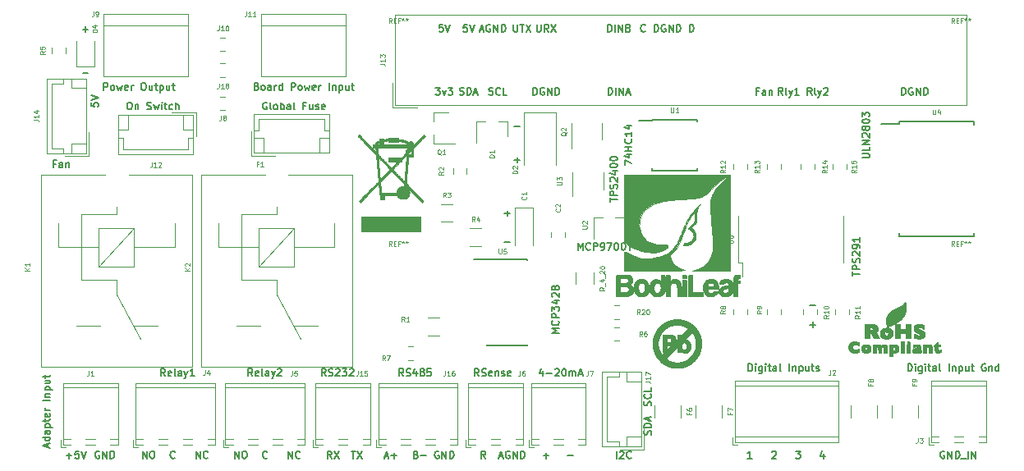
<source format=gbr>
G04 #@! TF.GenerationSoftware,KiCad,Pcbnew,5.0.2-bee76a0~70~ubuntu16.04.1*
G04 #@! TF.CreationDate,2018-12-12T21:45:08+05:30*
G04 #@! TF.ProjectId,sanjaya,73616e6a-6179-4612-9e6b-696361645f70,rev?*
G04 #@! TF.SameCoordinates,Original*
G04 #@! TF.FileFunction,Legend,Top*
G04 #@! TF.FilePolarity,Positive*
%FSLAX46Y46*%
G04 Gerber Fmt 4.6, Leading zero omitted, Abs format (unit mm)*
G04 Created by KiCad (PCBNEW 5.0.2-bee76a0~70~ubuntu16.04.1) date Wed Dec 12 21:45:08 2018*
%MOMM*%
%LPD*%
G01*
G04 APERTURE LIST*
%ADD10C,0.150000*%
%ADD11C,0.002540*%
%ADD12C,0.120000*%
%ADD13C,0.010000*%
%ADD14C,0.125000*%
G04 APERTURE END LIST*
D10*
X138160714Y-85339285D02*
X138160714Y-84589285D01*
X138339285Y-84589285D01*
X138446428Y-84625000D01*
X138517857Y-84696428D01*
X138553571Y-84767857D01*
X138589285Y-84910714D01*
X138589285Y-85017857D01*
X138553571Y-85160714D01*
X138517857Y-85232142D01*
X138446428Y-85303571D01*
X138339285Y-85339285D01*
X138160714Y-85339285D01*
X139303571Y-84625000D02*
X139232142Y-84589285D01*
X139125000Y-84589285D01*
X139017857Y-84625000D01*
X138946428Y-84696428D01*
X138910714Y-84767857D01*
X138875000Y-84910714D01*
X138875000Y-85017857D01*
X138910714Y-85160714D01*
X138946428Y-85232142D01*
X139017857Y-85303571D01*
X139125000Y-85339285D01*
X139196428Y-85339285D01*
X139303571Y-85303571D01*
X139339285Y-85267857D01*
X139339285Y-85017857D01*
X139196428Y-85017857D01*
X139660714Y-85339285D02*
X139660714Y-84589285D01*
X140089285Y-85339285D01*
X140089285Y-84589285D01*
X140446428Y-85339285D02*
X140446428Y-84589285D01*
X140625000Y-84589285D01*
X140732142Y-84625000D01*
X140803571Y-84696428D01*
X140839285Y-84767857D01*
X140875000Y-84910714D01*
X140875000Y-85017857D01*
X140839285Y-85160714D01*
X140803571Y-85232142D01*
X140732142Y-85303571D01*
X140625000Y-85339285D01*
X140446428Y-85339285D01*
X141803571Y-85339285D02*
X141803571Y-84589285D01*
X141982142Y-84589285D01*
X142089285Y-84625000D01*
X142160714Y-84696428D01*
X142196428Y-84767857D01*
X142232142Y-84910714D01*
X142232142Y-85017857D01*
X142196428Y-85160714D01*
X142160714Y-85232142D01*
X142089285Y-85303571D01*
X141982142Y-85339285D01*
X141803571Y-85339285D01*
X137232142Y-85267857D02*
X137196428Y-85303571D01*
X137089285Y-85339285D01*
X137017857Y-85339285D01*
X136910714Y-85303571D01*
X136839285Y-85232142D01*
X136803571Y-85160714D01*
X136767857Y-85017857D01*
X136767857Y-84910714D01*
X136803571Y-84767857D01*
X136839285Y-84696428D01*
X136910714Y-84625000D01*
X137017857Y-84589285D01*
X137089285Y-84589285D01*
X137196428Y-84625000D01*
X137232142Y-84660714D01*
X133357142Y-85339285D02*
X133357142Y-84589285D01*
X133535714Y-84589285D01*
X133642857Y-84625000D01*
X133714285Y-84696428D01*
X133750000Y-84767857D01*
X133785714Y-84910714D01*
X133785714Y-85017857D01*
X133750000Y-85160714D01*
X133714285Y-85232142D01*
X133642857Y-85303571D01*
X133535714Y-85339285D01*
X133357142Y-85339285D01*
X134107142Y-85339285D02*
X134107142Y-84589285D01*
X134464285Y-85339285D02*
X134464285Y-84589285D01*
X134892857Y-85339285D01*
X134892857Y-84589285D01*
X135500000Y-84946428D02*
X135607142Y-84982142D01*
X135642857Y-85017857D01*
X135678571Y-85089285D01*
X135678571Y-85196428D01*
X135642857Y-85267857D01*
X135607142Y-85303571D01*
X135535714Y-85339285D01*
X135250000Y-85339285D01*
X135250000Y-84589285D01*
X135500000Y-84589285D01*
X135571428Y-84625000D01*
X135607142Y-84660714D01*
X135642857Y-84732142D01*
X135642857Y-84803571D01*
X135607142Y-84875000D01*
X135571428Y-84910714D01*
X135500000Y-84946428D01*
X135250000Y-84946428D01*
X133410714Y-91839285D02*
X133410714Y-91089285D01*
X133589285Y-91089285D01*
X133696428Y-91125000D01*
X133767857Y-91196428D01*
X133803571Y-91267857D01*
X133839285Y-91410714D01*
X133839285Y-91517857D01*
X133803571Y-91660714D01*
X133767857Y-91732142D01*
X133696428Y-91803571D01*
X133589285Y-91839285D01*
X133410714Y-91839285D01*
X134160714Y-91839285D02*
X134160714Y-91089285D01*
X134517857Y-91839285D02*
X134517857Y-91089285D01*
X134946428Y-91839285D01*
X134946428Y-91089285D01*
X135267857Y-91625000D02*
X135625000Y-91625000D01*
X135196428Y-91839285D02*
X135446428Y-91089285D01*
X135696428Y-91839285D01*
X163660714Y-91839285D02*
X163660714Y-91089285D01*
X163839285Y-91089285D01*
X163946428Y-91125000D01*
X164017857Y-91196428D01*
X164053571Y-91267857D01*
X164089285Y-91410714D01*
X164089285Y-91517857D01*
X164053571Y-91660714D01*
X164017857Y-91732142D01*
X163946428Y-91803571D01*
X163839285Y-91839285D01*
X163660714Y-91839285D01*
X164803571Y-91125000D02*
X164732142Y-91089285D01*
X164625000Y-91089285D01*
X164517857Y-91125000D01*
X164446428Y-91196428D01*
X164410714Y-91267857D01*
X164375000Y-91410714D01*
X164375000Y-91517857D01*
X164410714Y-91660714D01*
X164446428Y-91732142D01*
X164517857Y-91803571D01*
X164625000Y-91839285D01*
X164696428Y-91839285D01*
X164803571Y-91803571D01*
X164839285Y-91767857D01*
X164839285Y-91517857D01*
X164696428Y-91517857D01*
X165160714Y-91839285D02*
X165160714Y-91089285D01*
X165589285Y-91839285D01*
X165589285Y-91089285D01*
X165946428Y-91839285D02*
X165946428Y-91089285D01*
X166125000Y-91089285D01*
X166232142Y-91125000D01*
X166303571Y-91196428D01*
X166339285Y-91267857D01*
X166375000Y-91410714D01*
X166375000Y-91517857D01*
X166339285Y-91660714D01*
X166303571Y-91732142D01*
X166232142Y-91803571D01*
X166125000Y-91839285D01*
X165946428Y-91839285D01*
X154392857Y-91839285D02*
X154142857Y-91482142D01*
X153964285Y-91839285D02*
X153964285Y-91089285D01*
X154250000Y-91089285D01*
X154321428Y-91125000D01*
X154357142Y-91160714D01*
X154392857Y-91232142D01*
X154392857Y-91339285D01*
X154357142Y-91410714D01*
X154321428Y-91446428D01*
X154250000Y-91482142D01*
X153964285Y-91482142D01*
X154821428Y-91839285D02*
X154750000Y-91803571D01*
X154714285Y-91732142D01*
X154714285Y-91089285D01*
X155035714Y-91339285D02*
X155214285Y-91839285D01*
X155392857Y-91339285D02*
X155214285Y-91839285D01*
X155142857Y-92017857D01*
X155107142Y-92053571D01*
X155035714Y-92089285D01*
X155642857Y-91160714D02*
X155678571Y-91125000D01*
X155750000Y-91089285D01*
X155928571Y-91089285D01*
X156000000Y-91125000D01*
X156035714Y-91160714D01*
X156071428Y-91232142D01*
X156071428Y-91303571D01*
X156035714Y-91410714D01*
X155607142Y-91839285D01*
X156071428Y-91839285D01*
X151392857Y-91839285D02*
X151142857Y-91482142D01*
X150964285Y-91839285D02*
X150964285Y-91089285D01*
X151250000Y-91089285D01*
X151321428Y-91125000D01*
X151357142Y-91160714D01*
X151392857Y-91232142D01*
X151392857Y-91339285D01*
X151357142Y-91410714D01*
X151321428Y-91446428D01*
X151250000Y-91482142D01*
X150964285Y-91482142D01*
X151821428Y-91839285D02*
X151750000Y-91803571D01*
X151714285Y-91732142D01*
X151714285Y-91089285D01*
X152035714Y-91339285D02*
X152214285Y-91839285D01*
X152392857Y-91339285D02*
X152214285Y-91839285D01*
X152142857Y-92017857D01*
X152107142Y-92053571D01*
X152035714Y-92089285D01*
X153071428Y-91839285D02*
X152642857Y-91839285D01*
X152857142Y-91839285D02*
X152857142Y-91089285D01*
X152785714Y-91196428D01*
X152714285Y-91267857D01*
X152642857Y-91303571D01*
X148928571Y-91446428D02*
X148678571Y-91446428D01*
X148678571Y-91839285D02*
X148678571Y-91089285D01*
X149035714Y-91089285D01*
X149642857Y-91839285D02*
X149642857Y-91446428D01*
X149607142Y-91375000D01*
X149535714Y-91339285D01*
X149392857Y-91339285D01*
X149321428Y-91375000D01*
X149642857Y-91803571D02*
X149571428Y-91839285D01*
X149392857Y-91839285D01*
X149321428Y-91803571D01*
X149285714Y-91732142D01*
X149285714Y-91660714D01*
X149321428Y-91589285D01*
X149392857Y-91553571D01*
X149571428Y-91553571D01*
X149642857Y-91517857D01*
X150000000Y-91339285D02*
X150000000Y-91839285D01*
X150000000Y-91410714D02*
X150035714Y-91375000D01*
X150107142Y-91339285D01*
X150214285Y-91339285D01*
X150285714Y-91375000D01*
X150321428Y-91446428D01*
X150321428Y-91839285D01*
X126053571Y-84589285D02*
X126053571Y-85196428D01*
X126089285Y-85267857D01*
X126125000Y-85303571D01*
X126196428Y-85339285D01*
X126339285Y-85339285D01*
X126410714Y-85303571D01*
X126446428Y-85267857D01*
X126482142Y-85196428D01*
X126482142Y-84589285D01*
X127267857Y-85339285D02*
X127017857Y-84982142D01*
X126839285Y-85339285D02*
X126839285Y-84589285D01*
X127125000Y-84589285D01*
X127196428Y-84625000D01*
X127232142Y-84660714D01*
X127267857Y-84732142D01*
X127267857Y-84839285D01*
X127232142Y-84910714D01*
X127196428Y-84946428D01*
X127125000Y-84982142D01*
X126839285Y-84982142D01*
X127517857Y-84589285D02*
X128017857Y-85339285D01*
X128017857Y-84589285D02*
X127517857Y-85339285D01*
X123642857Y-84589285D02*
X123642857Y-85196428D01*
X123678571Y-85267857D01*
X123714285Y-85303571D01*
X123785714Y-85339285D01*
X123928571Y-85339285D01*
X124000000Y-85303571D01*
X124035714Y-85267857D01*
X124071428Y-85196428D01*
X124071428Y-84589285D01*
X124321428Y-84589285D02*
X124750000Y-84589285D01*
X124535714Y-85339285D02*
X124535714Y-84589285D01*
X124928571Y-84589285D02*
X125428571Y-85339285D01*
X125428571Y-84589285D02*
X124928571Y-85339285D01*
X118857142Y-84589285D02*
X118500000Y-84589285D01*
X118464285Y-84946428D01*
X118500000Y-84910714D01*
X118571428Y-84875000D01*
X118750000Y-84875000D01*
X118821428Y-84910714D01*
X118857142Y-84946428D01*
X118892857Y-85017857D01*
X118892857Y-85196428D01*
X118857142Y-85267857D01*
X118821428Y-85303571D01*
X118750000Y-85339285D01*
X118571428Y-85339285D01*
X118500000Y-85303571D01*
X118464285Y-85267857D01*
X119107142Y-84589285D02*
X119357142Y-85339285D01*
X119607142Y-84589285D01*
X116357142Y-84589285D02*
X116000000Y-84589285D01*
X115964285Y-84946428D01*
X116000000Y-84910714D01*
X116071428Y-84875000D01*
X116250000Y-84875000D01*
X116321428Y-84910714D01*
X116357142Y-84946428D01*
X116392857Y-85017857D01*
X116392857Y-85196428D01*
X116357142Y-85267857D01*
X116321428Y-85303571D01*
X116250000Y-85339285D01*
X116071428Y-85339285D01*
X116000000Y-85303571D01*
X115964285Y-85267857D01*
X116607142Y-84589285D02*
X116857142Y-85339285D01*
X117107142Y-84589285D01*
X120178571Y-85125000D02*
X120535714Y-85125000D01*
X120107142Y-85339285D02*
X120357142Y-84589285D01*
X120607142Y-85339285D01*
X121250000Y-84625000D02*
X121178571Y-84589285D01*
X121071428Y-84589285D01*
X120964285Y-84625000D01*
X120892857Y-84696428D01*
X120857142Y-84767857D01*
X120821428Y-84910714D01*
X120821428Y-85017857D01*
X120857142Y-85160714D01*
X120892857Y-85232142D01*
X120964285Y-85303571D01*
X121071428Y-85339285D01*
X121142857Y-85339285D01*
X121250000Y-85303571D01*
X121285714Y-85267857D01*
X121285714Y-85017857D01*
X121142857Y-85017857D01*
X121607142Y-85339285D02*
X121607142Y-84589285D01*
X122035714Y-85339285D01*
X122035714Y-84589285D01*
X122392857Y-85339285D02*
X122392857Y-84589285D01*
X122571428Y-84589285D01*
X122678571Y-84625000D01*
X122750000Y-84696428D01*
X122785714Y-84767857D01*
X122821428Y-84910714D01*
X122821428Y-85017857D01*
X122785714Y-85160714D01*
X122750000Y-85232142D01*
X122678571Y-85303571D01*
X122571428Y-85339285D01*
X122392857Y-85339285D01*
X121107142Y-91803571D02*
X121214285Y-91839285D01*
X121392857Y-91839285D01*
X121464285Y-91803571D01*
X121500000Y-91767857D01*
X121535714Y-91696428D01*
X121535714Y-91625000D01*
X121500000Y-91553571D01*
X121464285Y-91517857D01*
X121392857Y-91482142D01*
X121250000Y-91446428D01*
X121178571Y-91410714D01*
X121142857Y-91375000D01*
X121107142Y-91303571D01*
X121107142Y-91232142D01*
X121142857Y-91160714D01*
X121178571Y-91125000D01*
X121250000Y-91089285D01*
X121428571Y-91089285D01*
X121535714Y-91125000D01*
X122285714Y-91767857D02*
X122250000Y-91803571D01*
X122142857Y-91839285D01*
X122071428Y-91839285D01*
X121964285Y-91803571D01*
X121892857Y-91732142D01*
X121857142Y-91660714D01*
X121821428Y-91517857D01*
X121821428Y-91410714D01*
X121857142Y-91267857D01*
X121892857Y-91196428D01*
X121964285Y-91125000D01*
X122071428Y-91089285D01*
X122142857Y-91089285D01*
X122250000Y-91125000D01*
X122285714Y-91160714D01*
X122964285Y-91839285D02*
X122607142Y-91839285D01*
X122607142Y-91089285D01*
X118089285Y-91803571D02*
X118196428Y-91839285D01*
X118375000Y-91839285D01*
X118446428Y-91803571D01*
X118482142Y-91767857D01*
X118517857Y-91696428D01*
X118517857Y-91625000D01*
X118482142Y-91553571D01*
X118446428Y-91517857D01*
X118375000Y-91482142D01*
X118232142Y-91446428D01*
X118160714Y-91410714D01*
X118125000Y-91375000D01*
X118089285Y-91303571D01*
X118089285Y-91232142D01*
X118125000Y-91160714D01*
X118160714Y-91125000D01*
X118232142Y-91089285D01*
X118410714Y-91089285D01*
X118517857Y-91125000D01*
X118839285Y-91839285D02*
X118839285Y-91089285D01*
X119017857Y-91089285D01*
X119125000Y-91125000D01*
X119196428Y-91196428D01*
X119232142Y-91267857D01*
X119267857Y-91410714D01*
X119267857Y-91517857D01*
X119232142Y-91660714D01*
X119196428Y-91732142D01*
X119125000Y-91803571D01*
X119017857Y-91839285D01*
X118839285Y-91839285D01*
X119553571Y-91625000D02*
X119910714Y-91625000D01*
X119482142Y-91839285D02*
X119732142Y-91089285D01*
X119982142Y-91839285D01*
X125660714Y-91839285D02*
X125660714Y-91089285D01*
X125839285Y-91089285D01*
X125946428Y-91125000D01*
X126017857Y-91196428D01*
X126053571Y-91267857D01*
X126089285Y-91410714D01*
X126089285Y-91517857D01*
X126053571Y-91660714D01*
X126017857Y-91732142D01*
X125946428Y-91803571D01*
X125839285Y-91839285D01*
X125660714Y-91839285D01*
X126803571Y-91125000D02*
X126732142Y-91089285D01*
X126625000Y-91089285D01*
X126517857Y-91125000D01*
X126446428Y-91196428D01*
X126410714Y-91267857D01*
X126375000Y-91410714D01*
X126375000Y-91517857D01*
X126410714Y-91660714D01*
X126446428Y-91732142D01*
X126517857Y-91803571D01*
X126625000Y-91839285D01*
X126696428Y-91839285D01*
X126803571Y-91803571D01*
X126839285Y-91767857D01*
X126839285Y-91517857D01*
X126696428Y-91517857D01*
X127160714Y-91839285D02*
X127160714Y-91089285D01*
X127589285Y-91839285D01*
X127589285Y-91089285D01*
X127946428Y-91839285D02*
X127946428Y-91089285D01*
X128125000Y-91089285D01*
X128232142Y-91125000D01*
X128303571Y-91196428D01*
X128339285Y-91267857D01*
X128375000Y-91410714D01*
X128375000Y-91517857D01*
X128339285Y-91660714D01*
X128303571Y-91732142D01*
X128232142Y-91803571D01*
X128125000Y-91839285D01*
X127946428Y-91839285D01*
X115607142Y-91089285D02*
X116071428Y-91089285D01*
X115821428Y-91375000D01*
X115928571Y-91375000D01*
X116000000Y-91410714D01*
X116035714Y-91446428D01*
X116071428Y-91517857D01*
X116071428Y-91696428D01*
X116035714Y-91767857D01*
X116000000Y-91803571D01*
X115928571Y-91839285D01*
X115714285Y-91839285D01*
X115642857Y-91803571D01*
X115607142Y-91767857D01*
X116321428Y-91339285D02*
X116500000Y-91839285D01*
X116678571Y-91339285D01*
X116892857Y-91089285D02*
X117357142Y-91089285D01*
X117107142Y-91375000D01*
X117214285Y-91375000D01*
X117285714Y-91410714D01*
X117321428Y-91446428D01*
X117357142Y-91517857D01*
X117357142Y-91696428D01*
X117321428Y-91767857D01*
X117285714Y-91803571D01*
X117214285Y-91839285D01*
X117000000Y-91839285D01*
X116928571Y-91803571D01*
X116892857Y-91767857D01*
X133589285Y-102875000D02*
X133589285Y-102446428D01*
X134339285Y-102660714D02*
X133589285Y-102660714D01*
X134339285Y-102196428D02*
X133589285Y-102196428D01*
X133589285Y-101910714D01*
X133625000Y-101839285D01*
X133660714Y-101803571D01*
X133732142Y-101767857D01*
X133839285Y-101767857D01*
X133910714Y-101803571D01*
X133946428Y-101839285D01*
X133982142Y-101910714D01*
X133982142Y-102196428D01*
X134303571Y-101482142D02*
X134339285Y-101375000D01*
X134339285Y-101196428D01*
X134303571Y-101125000D01*
X134267857Y-101089285D01*
X134196428Y-101053571D01*
X134125000Y-101053571D01*
X134053571Y-101089285D01*
X134017857Y-101125000D01*
X133982142Y-101196428D01*
X133946428Y-101339285D01*
X133910714Y-101410714D01*
X133875000Y-101446428D01*
X133803571Y-101482142D01*
X133732142Y-101482142D01*
X133660714Y-101446428D01*
X133625000Y-101410714D01*
X133589285Y-101339285D01*
X133589285Y-101160714D01*
X133625000Y-101053571D01*
X133660714Y-100767857D02*
X133625000Y-100732142D01*
X133589285Y-100660714D01*
X133589285Y-100482142D01*
X133625000Y-100410714D01*
X133660714Y-100375000D01*
X133732142Y-100339285D01*
X133803571Y-100339285D01*
X133910714Y-100375000D01*
X134339285Y-100803571D01*
X134339285Y-100339285D01*
X133839285Y-99696428D02*
X134339285Y-99696428D01*
X133553571Y-99875000D02*
X134089285Y-100053571D01*
X134089285Y-99589285D01*
X133589285Y-99160714D02*
X133589285Y-99089285D01*
X133625000Y-99017857D01*
X133660714Y-98982142D01*
X133732142Y-98946428D01*
X133875000Y-98910714D01*
X134053571Y-98910714D01*
X134196428Y-98946428D01*
X134267857Y-98982142D01*
X134303571Y-99017857D01*
X134339285Y-99089285D01*
X134339285Y-99160714D01*
X134303571Y-99232142D01*
X134267857Y-99267857D01*
X134196428Y-99303571D01*
X134053571Y-99339285D01*
X133875000Y-99339285D01*
X133732142Y-99303571D01*
X133660714Y-99267857D01*
X133625000Y-99232142D01*
X133589285Y-99160714D01*
X133589285Y-98446428D02*
X133589285Y-98375000D01*
X133625000Y-98303571D01*
X133660714Y-98267857D01*
X133732142Y-98232142D01*
X133875000Y-98196428D01*
X134053571Y-98196428D01*
X134196428Y-98232142D01*
X134267857Y-98267857D01*
X134303571Y-98303571D01*
X134339285Y-98375000D01*
X134339285Y-98446428D01*
X134303571Y-98517857D01*
X134267857Y-98553571D01*
X134196428Y-98589285D01*
X134053571Y-98625000D01*
X133875000Y-98625000D01*
X133732142Y-98589285D01*
X133660714Y-98553571D01*
X133625000Y-98517857D01*
X133589285Y-98446428D01*
X130285714Y-107839285D02*
X130285714Y-107089285D01*
X130535714Y-107625000D01*
X130785714Y-107089285D01*
X130785714Y-107839285D01*
X131571428Y-107767857D02*
X131535714Y-107803571D01*
X131428571Y-107839285D01*
X131357142Y-107839285D01*
X131250000Y-107803571D01*
X131178571Y-107732142D01*
X131142857Y-107660714D01*
X131107142Y-107517857D01*
X131107142Y-107410714D01*
X131142857Y-107267857D01*
X131178571Y-107196428D01*
X131250000Y-107125000D01*
X131357142Y-107089285D01*
X131428571Y-107089285D01*
X131535714Y-107125000D01*
X131571428Y-107160714D01*
X131892857Y-107839285D02*
X131892857Y-107089285D01*
X132178571Y-107089285D01*
X132250000Y-107125000D01*
X132285714Y-107160714D01*
X132321428Y-107232142D01*
X132321428Y-107339285D01*
X132285714Y-107410714D01*
X132250000Y-107446428D01*
X132178571Y-107482142D01*
X131892857Y-107482142D01*
X132678571Y-107839285D02*
X132821428Y-107839285D01*
X132892857Y-107803571D01*
X132928571Y-107767857D01*
X133000000Y-107660714D01*
X133035714Y-107517857D01*
X133035714Y-107232142D01*
X133000000Y-107160714D01*
X132964285Y-107125000D01*
X132892857Y-107089285D01*
X132750000Y-107089285D01*
X132678571Y-107125000D01*
X132642857Y-107160714D01*
X132607142Y-107232142D01*
X132607142Y-107410714D01*
X132642857Y-107482142D01*
X132678571Y-107517857D01*
X132750000Y-107553571D01*
X132892857Y-107553571D01*
X132964285Y-107517857D01*
X133000000Y-107482142D01*
X133035714Y-107410714D01*
X133285714Y-107089285D02*
X133785714Y-107089285D01*
X133464285Y-107839285D01*
X134214285Y-107089285D02*
X134285714Y-107089285D01*
X134357142Y-107125000D01*
X134392857Y-107160714D01*
X134428571Y-107232142D01*
X134464285Y-107375000D01*
X134464285Y-107553571D01*
X134428571Y-107696428D01*
X134392857Y-107767857D01*
X134357142Y-107803571D01*
X134285714Y-107839285D01*
X134214285Y-107839285D01*
X134142857Y-107803571D01*
X134107142Y-107767857D01*
X134071428Y-107696428D01*
X134035714Y-107553571D01*
X134035714Y-107375000D01*
X134071428Y-107232142D01*
X134107142Y-107160714D01*
X134142857Y-107125000D01*
X134214285Y-107089285D01*
X134928571Y-107089285D02*
X135000000Y-107089285D01*
X135071428Y-107125000D01*
X135107142Y-107160714D01*
X135142857Y-107232142D01*
X135178571Y-107375000D01*
X135178571Y-107553571D01*
X135142857Y-107696428D01*
X135107142Y-107767857D01*
X135071428Y-107803571D01*
X135000000Y-107839285D01*
X134928571Y-107839285D01*
X134857142Y-107803571D01*
X134821428Y-107767857D01*
X134785714Y-107696428D01*
X134750000Y-107553571D01*
X134750000Y-107375000D01*
X134785714Y-107232142D01*
X134821428Y-107160714D01*
X134857142Y-107125000D01*
X134928571Y-107089285D01*
X135392857Y-107089285D02*
X135821428Y-107089285D01*
X135607142Y-107839285D02*
X135607142Y-107089285D01*
X128339285Y-116428571D02*
X127589285Y-116428571D01*
X128125000Y-116178571D01*
X127589285Y-115928571D01*
X128339285Y-115928571D01*
X128267857Y-115142857D02*
X128303571Y-115178571D01*
X128339285Y-115285714D01*
X128339285Y-115357142D01*
X128303571Y-115464285D01*
X128232142Y-115535714D01*
X128160714Y-115571428D01*
X128017857Y-115607142D01*
X127910714Y-115607142D01*
X127767857Y-115571428D01*
X127696428Y-115535714D01*
X127625000Y-115464285D01*
X127589285Y-115357142D01*
X127589285Y-115285714D01*
X127625000Y-115178571D01*
X127660714Y-115142857D01*
X128339285Y-114821428D02*
X127589285Y-114821428D01*
X127589285Y-114535714D01*
X127625000Y-114464285D01*
X127660714Y-114428571D01*
X127732142Y-114392857D01*
X127839285Y-114392857D01*
X127910714Y-114428571D01*
X127946428Y-114464285D01*
X127982142Y-114535714D01*
X127982142Y-114821428D01*
X127589285Y-114142857D02*
X127589285Y-113678571D01*
X127875000Y-113928571D01*
X127875000Y-113821428D01*
X127910714Y-113750000D01*
X127946428Y-113714285D01*
X128017857Y-113678571D01*
X128196428Y-113678571D01*
X128267857Y-113714285D01*
X128303571Y-113750000D01*
X128339285Y-113821428D01*
X128339285Y-114035714D01*
X128303571Y-114107142D01*
X128267857Y-114142857D01*
X127839285Y-113035714D02*
X128339285Y-113035714D01*
X127553571Y-113214285D02*
X128089285Y-113392857D01*
X128089285Y-112928571D01*
X127660714Y-112678571D02*
X127625000Y-112642857D01*
X127589285Y-112571428D01*
X127589285Y-112392857D01*
X127625000Y-112321428D01*
X127660714Y-112285714D01*
X127732142Y-112250000D01*
X127803571Y-112250000D01*
X127910714Y-112285714D01*
X128339285Y-112714285D01*
X128339285Y-112250000D01*
X127910714Y-111821428D02*
X127875000Y-111892857D01*
X127839285Y-111928571D01*
X127767857Y-111964285D01*
X127732142Y-111964285D01*
X127660714Y-111928571D01*
X127625000Y-111892857D01*
X127589285Y-111821428D01*
X127589285Y-111678571D01*
X127625000Y-111607142D01*
X127660714Y-111571428D01*
X127732142Y-111535714D01*
X127767857Y-111535714D01*
X127839285Y-111571428D01*
X127875000Y-111607142D01*
X127910714Y-111678571D01*
X127910714Y-111821428D01*
X127946428Y-111892857D01*
X127982142Y-111928571D01*
X128053571Y-111964285D01*
X128196428Y-111964285D01*
X128267857Y-111928571D01*
X128303571Y-111892857D01*
X128339285Y-111821428D01*
X128339285Y-111678571D01*
X128303571Y-111607142D01*
X128267857Y-111571428D01*
X128196428Y-111535714D01*
X128053571Y-111535714D01*
X127982142Y-111571428D01*
X127946428Y-111607142D01*
X127910714Y-111678571D01*
X135089285Y-99089285D02*
X135089285Y-98589285D01*
X135839285Y-98910714D01*
X135339285Y-97982142D02*
X135839285Y-97982142D01*
X135053571Y-98160714D02*
X135589285Y-98339285D01*
X135589285Y-97875000D01*
X135839285Y-97589285D02*
X135089285Y-97589285D01*
X135446428Y-97589285D02*
X135446428Y-97160714D01*
X135839285Y-97160714D02*
X135089285Y-97160714D01*
X135767857Y-96375000D02*
X135803571Y-96410714D01*
X135839285Y-96517857D01*
X135839285Y-96589285D01*
X135803571Y-96696428D01*
X135732142Y-96767857D01*
X135660714Y-96803571D01*
X135517857Y-96839285D01*
X135410714Y-96839285D01*
X135267857Y-96803571D01*
X135196428Y-96767857D01*
X135125000Y-96696428D01*
X135089285Y-96589285D01*
X135089285Y-96517857D01*
X135125000Y-96410714D01*
X135160714Y-96375000D01*
X135839285Y-95660714D02*
X135839285Y-96089285D01*
X135839285Y-95875000D02*
X135089285Y-95875000D01*
X135196428Y-95946428D01*
X135267857Y-96017857D01*
X135303571Y-96089285D01*
X135339285Y-95017857D02*
X135839285Y-95017857D01*
X135053571Y-95196428D02*
X135589285Y-95375000D01*
X135589285Y-94910714D01*
X158589285Y-110517857D02*
X158589285Y-110089285D01*
X159339285Y-110303571D02*
X158589285Y-110303571D01*
X159339285Y-109839285D02*
X158589285Y-109839285D01*
X158589285Y-109553571D01*
X158625000Y-109482142D01*
X158660714Y-109446428D01*
X158732142Y-109410714D01*
X158839285Y-109410714D01*
X158910714Y-109446428D01*
X158946428Y-109482142D01*
X158982142Y-109553571D01*
X158982142Y-109839285D01*
X159303571Y-109125000D02*
X159339285Y-109017857D01*
X159339285Y-108839285D01*
X159303571Y-108767857D01*
X159267857Y-108732142D01*
X159196428Y-108696428D01*
X159125000Y-108696428D01*
X159053571Y-108732142D01*
X159017857Y-108767857D01*
X158982142Y-108839285D01*
X158946428Y-108982142D01*
X158910714Y-109053571D01*
X158875000Y-109089285D01*
X158803571Y-109125000D01*
X158732142Y-109125000D01*
X158660714Y-109089285D01*
X158625000Y-109053571D01*
X158589285Y-108982142D01*
X158589285Y-108803571D01*
X158625000Y-108696428D01*
X158660714Y-108410714D02*
X158625000Y-108375000D01*
X158589285Y-108303571D01*
X158589285Y-108125000D01*
X158625000Y-108053571D01*
X158660714Y-108017857D01*
X158732142Y-107982142D01*
X158803571Y-107982142D01*
X158910714Y-108017857D01*
X159339285Y-108446428D01*
X159339285Y-107982142D01*
X159339285Y-107625000D02*
X159339285Y-107482142D01*
X159303571Y-107410714D01*
X159267857Y-107375000D01*
X159160714Y-107303571D01*
X159017857Y-107267857D01*
X158732142Y-107267857D01*
X158660714Y-107303571D01*
X158625000Y-107339285D01*
X158589285Y-107410714D01*
X158589285Y-107553571D01*
X158625000Y-107625000D01*
X158660714Y-107660714D01*
X158732142Y-107696428D01*
X158910714Y-107696428D01*
X158982142Y-107660714D01*
X159017857Y-107625000D01*
X159053571Y-107553571D01*
X159053571Y-107410714D01*
X159017857Y-107339285D01*
X158982142Y-107303571D01*
X158910714Y-107267857D01*
X159339285Y-106553571D02*
X159339285Y-106982142D01*
X159339285Y-106767857D02*
X158589285Y-106767857D01*
X158696428Y-106839285D01*
X158767857Y-106910714D01*
X158803571Y-106982142D01*
X159589285Y-98339285D02*
X160196428Y-98339285D01*
X160267857Y-98303571D01*
X160303571Y-98267857D01*
X160339285Y-98196428D01*
X160339285Y-98053571D01*
X160303571Y-97982142D01*
X160267857Y-97946428D01*
X160196428Y-97910714D01*
X159589285Y-97910714D01*
X160339285Y-97196428D02*
X160339285Y-97553571D01*
X159589285Y-97553571D01*
X160339285Y-96946428D02*
X159589285Y-96946428D01*
X160339285Y-96517857D01*
X159589285Y-96517857D01*
X159660714Y-96196428D02*
X159625000Y-96160714D01*
X159589285Y-96089285D01*
X159589285Y-95910714D01*
X159625000Y-95839285D01*
X159660714Y-95803571D01*
X159732142Y-95767857D01*
X159803571Y-95767857D01*
X159910714Y-95803571D01*
X160339285Y-96232142D01*
X160339285Y-95767857D01*
X159910714Y-95339285D02*
X159875000Y-95410714D01*
X159839285Y-95446428D01*
X159767857Y-95482142D01*
X159732142Y-95482142D01*
X159660714Y-95446428D01*
X159625000Y-95410714D01*
X159589285Y-95339285D01*
X159589285Y-95196428D01*
X159625000Y-95125000D01*
X159660714Y-95089285D01*
X159732142Y-95053571D01*
X159767857Y-95053571D01*
X159839285Y-95089285D01*
X159875000Y-95125000D01*
X159910714Y-95196428D01*
X159910714Y-95339285D01*
X159946428Y-95410714D01*
X159982142Y-95446428D01*
X160053571Y-95482142D01*
X160196428Y-95482142D01*
X160267857Y-95446428D01*
X160303571Y-95410714D01*
X160339285Y-95339285D01*
X160339285Y-95196428D01*
X160303571Y-95125000D01*
X160267857Y-95089285D01*
X160196428Y-95053571D01*
X160053571Y-95053571D01*
X159982142Y-95089285D01*
X159946428Y-95125000D01*
X159910714Y-95196428D01*
X159589285Y-94589285D02*
X159589285Y-94517857D01*
X159625000Y-94446428D01*
X159660714Y-94410714D01*
X159732142Y-94375000D01*
X159875000Y-94339285D01*
X160053571Y-94339285D01*
X160196428Y-94375000D01*
X160267857Y-94410714D01*
X160303571Y-94446428D01*
X160339285Y-94517857D01*
X160339285Y-94589285D01*
X160303571Y-94660714D01*
X160267857Y-94696428D01*
X160196428Y-94732142D01*
X160053571Y-94767857D01*
X159875000Y-94767857D01*
X159732142Y-94732142D01*
X159660714Y-94696428D01*
X159625000Y-94660714D01*
X159589285Y-94589285D01*
X159589285Y-94089285D02*
X159589285Y-93625000D01*
X159875000Y-93875000D01*
X159875000Y-93767857D01*
X159910714Y-93696428D01*
X159946428Y-93660714D01*
X160017857Y-93625000D01*
X160196428Y-93625000D01*
X160267857Y-93660714D01*
X160303571Y-93696428D01*
X160339285Y-93767857D01*
X160339285Y-93982142D01*
X160303571Y-94053571D01*
X160267857Y-94089285D01*
X123714285Y-95053571D02*
X124285714Y-95053571D01*
X123714285Y-98553571D02*
X124285714Y-98553571D01*
X124000000Y-98839285D02*
X124000000Y-98267857D01*
X80089285Y-92642857D02*
X80089285Y-93000000D01*
X80446428Y-93035714D01*
X80410714Y-93000000D01*
X80375000Y-92928571D01*
X80375000Y-92750000D01*
X80410714Y-92678571D01*
X80446428Y-92642857D01*
X80517857Y-92607142D01*
X80696428Y-92607142D01*
X80767857Y-92642857D01*
X80803571Y-92678571D01*
X80839285Y-92750000D01*
X80839285Y-92928571D01*
X80803571Y-93000000D01*
X80767857Y-93035714D01*
X80089285Y-92392857D02*
X80839285Y-92142857D01*
X80089285Y-91892857D01*
X79214285Y-89553571D02*
X79785714Y-89553571D01*
X79214285Y-85053571D02*
X79785714Y-85053571D01*
X79500000Y-85339285D02*
X79500000Y-84767857D01*
X154214285Y-113553571D02*
X154785714Y-113553571D01*
X154214285Y-115553571D02*
X154785714Y-115553571D01*
X154500000Y-115839285D02*
X154500000Y-115267857D01*
X122714285Y-107053571D02*
X123285714Y-107053571D01*
X122714285Y-104053571D02*
X123285714Y-104053571D01*
X123000000Y-104339285D02*
X123000000Y-103767857D01*
X134267857Y-129339285D02*
X134267857Y-128589285D01*
X134589285Y-128660714D02*
X134625000Y-128625000D01*
X134696428Y-128589285D01*
X134875000Y-128589285D01*
X134946428Y-128625000D01*
X134982142Y-128660714D01*
X135017857Y-128732142D01*
X135017857Y-128803571D01*
X134982142Y-128910714D01*
X134553571Y-129339285D01*
X135017857Y-129339285D01*
X135767857Y-129267857D02*
X135732142Y-129303571D01*
X135625000Y-129339285D01*
X135553571Y-129339285D01*
X135446428Y-129303571D01*
X135375000Y-129232142D01*
X135339285Y-129160714D01*
X135303571Y-129017857D01*
X135303571Y-128910714D01*
X135339285Y-128767857D01*
X135375000Y-128696428D01*
X135446428Y-128625000D01*
X135553571Y-128589285D01*
X135625000Y-128589285D01*
X135732142Y-128625000D01*
X135767857Y-128660714D01*
X168071428Y-128625000D02*
X168000000Y-128589285D01*
X167892857Y-128589285D01*
X167785714Y-128625000D01*
X167714285Y-128696428D01*
X167678571Y-128767857D01*
X167642857Y-128910714D01*
X167642857Y-129017857D01*
X167678571Y-129160714D01*
X167714285Y-129232142D01*
X167785714Y-129303571D01*
X167892857Y-129339285D01*
X167964285Y-129339285D01*
X168071428Y-129303571D01*
X168107142Y-129267857D01*
X168107142Y-129017857D01*
X167964285Y-129017857D01*
X168428571Y-129339285D02*
X168428571Y-128589285D01*
X168857142Y-129339285D01*
X168857142Y-128589285D01*
X169214285Y-129339285D02*
X169214285Y-128589285D01*
X169392857Y-128589285D01*
X169500000Y-128625000D01*
X169571428Y-128696428D01*
X169607142Y-128767857D01*
X169642857Y-128910714D01*
X169642857Y-129017857D01*
X169607142Y-129160714D01*
X169571428Y-129232142D01*
X169500000Y-129303571D01*
X169392857Y-129339285D01*
X169214285Y-129339285D01*
X169785714Y-129410714D02*
X170357142Y-129410714D01*
X170535714Y-129339285D02*
X170535714Y-128589285D01*
X170892857Y-129339285D02*
X170892857Y-128589285D01*
X171321428Y-129339285D01*
X171321428Y-128589285D01*
X98214285Y-92625000D02*
X98142857Y-92589285D01*
X98035714Y-92589285D01*
X97928571Y-92625000D01*
X97857142Y-92696428D01*
X97821428Y-92767857D01*
X97785714Y-92910714D01*
X97785714Y-93017857D01*
X97821428Y-93160714D01*
X97857142Y-93232142D01*
X97928571Y-93303571D01*
X98035714Y-93339285D01*
X98107142Y-93339285D01*
X98214285Y-93303571D01*
X98250000Y-93267857D01*
X98250000Y-93017857D01*
X98107142Y-93017857D01*
X98678571Y-93339285D02*
X98607142Y-93303571D01*
X98571428Y-93232142D01*
X98571428Y-92589285D01*
X99071428Y-93339285D02*
X99000000Y-93303571D01*
X98964285Y-93267857D01*
X98928571Y-93196428D01*
X98928571Y-92982142D01*
X98964285Y-92910714D01*
X99000000Y-92875000D01*
X99071428Y-92839285D01*
X99178571Y-92839285D01*
X99250000Y-92875000D01*
X99285714Y-92910714D01*
X99321428Y-92982142D01*
X99321428Y-93196428D01*
X99285714Y-93267857D01*
X99250000Y-93303571D01*
X99178571Y-93339285D01*
X99071428Y-93339285D01*
X99642857Y-93339285D02*
X99642857Y-92589285D01*
X99642857Y-92875000D02*
X99714285Y-92839285D01*
X99857142Y-92839285D01*
X99928571Y-92875000D01*
X99964285Y-92910714D01*
X100000000Y-92982142D01*
X100000000Y-93196428D01*
X99964285Y-93267857D01*
X99928571Y-93303571D01*
X99857142Y-93339285D01*
X99714285Y-93339285D01*
X99642857Y-93303571D01*
X100642857Y-93339285D02*
X100642857Y-92946428D01*
X100607142Y-92875000D01*
X100535714Y-92839285D01*
X100392857Y-92839285D01*
X100321428Y-92875000D01*
X100642857Y-93303571D02*
X100571428Y-93339285D01*
X100392857Y-93339285D01*
X100321428Y-93303571D01*
X100285714Y-93232142D01*
X100285714Y-93160714D01*
X100321428Y-93089285D01*
X100392857Y-93053571D01*
X100571428Y-93053571D01*
X100642857Y-93017857D01*
X101107142Y-93339285D02*
X101035714Y-93303571D01*
X101000000Y-93232142D01*
X101000000Y-92589285D01*
X102214285Y-92946428D02*
X101964285Y-92946428D01*
X101964285Y-93339285D02*
X101964285Y-92589285D01*
X102321428Y-92589285D01*
X102928571Y-92839285D02*
X102928571Y-93339285D01*
X102607142Y-92839285D02*
X102607142Y-93232142D01*
X102642857Y-93303571D01*
X102714285Y-93339285D01*
X102821428Y-93339285D01*
X102892857Y-93303571D01*
X102928571Y-93267857D01*
X103250000Y-93303571D02*
X103321428Y-93339285D01*
X103464285Y-93339285D01*
X103535714Y-93303571D01*
X103571428Y-93232142D01*
X103571428Y-93196428D01*
X103535714Y-93125000D01*
X103464285Y-93089285D01*
X103357142Y-93089285D01*
X103285714Y-93053571D01*
X103250000Y-92982142D01*
X103250000Y-92946428D01*
X103285714Y-92875000D01*
X103357142Y-92839285D01*
X103464285Y-92839285D01*
X103535714Y-92875000D01*
X104178571Y-93303571D02*
X104107142Y-93339285D01*
X103964285Y-93339285D01*
X103892857Y-93303571D01*
X103857142Y-93232142D01*
X103857142Y-92946428D01*
X103892857Y-92875000D01*
X103964285Y-92839285D01*
X104107142Y-92839285D01*
X104178571Y-92875000D01*
X104214285Y-92946428D01*
X104214285Y-93017857D01*
X103857142Y-93089285D01*
X84000000Y-92589285D02*
X84142857Y-92589285D01*
X84214285Y-92625000D01*
X84285714Y-92696428D01*
X84321428Y-92839285D01*
X84321428Y-93089285D01*
X84285714Y-93232142D01*
X84214285Y-93303571D01*
X84142857Y-93339285D01*
X84000000Y-93339285D01*
X83928571Y-93303571D01*
X83857142Y-93232142D01*
X83821428Y-93089285D01*
X83821428Y-92839285D01*
X83857142Y-92696428D01*
X83928571Y-92625000D01*
X84000000Y-92589285D01*
X84642857Y-92839285D02*
X84642857Y-93339285D01*
X84642857Y-92910714D02*
X84678571Y-92875000D01*
X84750000Y-92839285D01*
X84857142Y-92839285D01*
X84928571Y-92875000D01*
X84964285Y-92946428D01*
X84964285Y-93339285D01*
X85857142Y-93303571D02*
X85964285Y-93339285D01*
X86142857Y-93339285D01*
X86214285Y-93303571D01*
X86250000Y-93267857D01*
X86285714Y-93196428D01*
X86285714Y-93125000D01*
X86250000Y-93053571D01*
X86214285Y-93017857D01*
X86142857Y-92982142D01*
X86000000Y-92946428D01*
X85928571Y-92910714D01*
X85892857Y-92875000D01*
X85857142Y-92803571D01*
X85857142Y-92732142D01*
X85892857Y-92660714D01*
X85928571Y-92625000D01*
X86000000Y-92589285D01*
X86178571Y-92589285D01*
X86285714Y-92625000D01*
X86535714Y-92839285D02*
X86678571Y-93339285D01*
X86821428Y-92982142D01*
X86964285Y-93339285D01*
X87107142Y-92839285D01*
X87392857Y-93339285D02*
X87392857Y-92839285D01*
X87392857Y-92589285D02*
X87357142Y-92625000D01*
X87392857Y-92660714D01*
X87428571Y-92625000D01*
X87392857Y-92589285D01*
X87392857Y-92660714D01*
X87642857Y-92839285D02*
X87928571Y-92839285D01*
X87750000Y-92589285D02*
X87750000Y-93232142D01*
X87785714Y-93303571D01*
X87857142Y-93339285D01*
X87928571Y-93339285D01*
X88500000Y-93303571D02*
X88428571Y-93339285D01*
X88285714Y-93339285D01*
X88214285Y-93303571D01*
X88178571Y-93267857D01*
X88142857Y-93196428D01*
X88142857Y-92982142D01*
X88178571Y-92910714D01*
X88214285Y-92875000D01*
X88285714Y-92839285D01*
X88428571Y-92839285D01*
X88500000Y-92875000D01*
X88821428Y-93339285D02*
X88821428Y-92589285D01*
X89142857Y-93339285D02*
X89142857Y-92946428D01*
X89107142Y-92875000D01*
X89035714Y-92839285D01*
X88928571Y-92839285D01*
X88857142Y-92875000D01*
X88821428Y-92910714D01*
X76428571Y-98946428D02*
X76178571Y-98946428D01*
X76178571Y-99339285D02*
X76178571Y-98589285D01*
X76535714Y-98589285D01*
X77142857Y-99339285D02*
X77142857Y-98946428D01*
X77107142Y-98875000D01*
X77035714Y-98839285D01*
X76892857Y-98839285D01*
X76821428Y-98875000D01*
X77142857Y-99303571D02*
X77071428Y-99339285D01*
X76892857Y-99339285D01*
X76821428Y-99303571D01*
X76785714Y-99232142D01*
X76785714Y-99160714D01*
X76821428Y-99089285D01*
X76892857Y-99053571D01*
X77071428Y-99053571D01*
X77142857Y-99017857D01*
X77500000Y-98839285D02*
X77500000Y-99339285D01*
X77500000Y-98910714D02*
X77535714Y-98875000D01*
X77607142Y-98839285D01*
X77714285Y-98839285D01*
X77785714Y-98875000D01*
X77821428Y-98946428D01*
X77821428Y-99339285D01*
X75625000Y-128160714D02*
X75625000Y-127803571D01*
X75839285Y-128232142D02*
X75089285Y-127982142D01*
X75839285Y-127732142D01*
X75839285Y-127160714D02*
X75089285Y-127160714D01*
X75803571Y-127160714D02*
X75839285Y-127232142D01*
X75839285Y-127375000D01*
X75803571Y-127446428D01*
X75767857Y-127482142D01*
X75696428Y-127517857D01*
X75482142Y-127517857D01*
X75410714Y-127482142D01*
X75375000Y-127446428D01*
X75339285Y-127375000D01*
X75339285Y-127232142D01*
X75375000Y-127160714D01*
X75839285Y-126482142D02*
X75446428Y-126482142D01*
X75375000Y-126517857D01*
X75339285Y-126589285D01*
X75339285Y-126732142D01*
X75375000Y-126803571D01*
X75803571Y-126482142D02*
X75839285Y-126553571D01*
X75839285Y-126732142D01*
X75803571Y-126803571D01*
X75732142Y-126839285D01*
X75660714Y-126839285D01*
X75589285Y-126803571D01*
X75553571Y-126732142D01*
X75553571Y-126553571D01*
X75517857Y-126482142D01*
X75339285Y-126125000D02*
X76089285Y-126125000D01*
X75375000Y-126125000D02*
X75339285Y-126053571D01*
X75339285Y-125910714D01*
X75375000Y-125839285D01*
X75410714Y-125803571D01*
X75482142Y-125767857D01*
X75696428Y-125767857D01*
X75767857Y-125803571D01*
X75803571Y-125839285D01*
X75839285Y-125910714D01*
X75839285Y-126053571D01*
X75803571Y-126125000D01*
X75339285Y-125553571D02*
X75339285Y-125267857D01*
X75089285Y-125446428D02*
X75732142Y-125446428D01*
X75803571Y-125410714D01*
X75839285Y-125339285D01*
X75839285Y-125267857D01*
X75803571Y-124732142D02*
X75839285Y-124803571D01*
X75839285Y-124946428D01*
X75803571Y-125017857D01*
X75732142Y-125053571D01*
X75446428Y-125053571D01*
X75375000Y-125017857D01*
X75339285Y-124946428D01*
X75339285Y-124803571D01*
X75375000Y-124732142D01*
X75446428Y-124696428D01*
X75517857Y-124696428D01*
X75589285Y-125053571D01*
X75839285Y-124375000D02*
X75339285Y-124375000D01*
X75482142Y-124375000D02*
X75410714Y-124339285D01*
X75375000Y-124303571D01*
X75339285Y-124232142D01*
X75339285Y-124160714D01*
X75839285Y-123339285D02*
X75089285Y-123339285D01*
X75339285Y-122982142D02*
X75839285Y-122982142D01*
X75410714Y-122982142D02*
X75375000Y-122946428D01*
X75339285Y-122875000D01*
X75339285Y-122767857D01*
X75375000Y-122696428D01*
X75446428Y-122660714D01*
X75839285Y-122660714D01*
X75339285Y-122303571D02*
X76089285Y-122303571D01*
X75375000Y-122303571D02*
X75339285Y-122232142D01*
X75339285Y-122089285D01*
X75375000Y-122017857D01*
X75410714Y-121982142D01*
X75482142Y-121946428D01*
X75696428Y-121946428D01*
X75767857Y-121982142D01*
X75803571Y-122017857D01*
X75839285Y-122089285D01*
X75839285Y-122232142D01*
X75803571Y-122303571D01*
X75339285Y-121303571D02*
X75839285Y-121303571D01*
X75339285Y-121625000D02*
X75732142Y-121625000D01*
X75803571Y-121589285D01*
X75839285Y-121517857D01*
X75839285Y-121410714D01*
X75803571Y-121339285D01*
X75767857Y-121303571D01*
X75339285Y-121053571D02*
X75339285Y-120767857D01*
X75089285Y-120946428D02*
X75732142Y-120946428D01*
X75803571Y-120910714D01*
X75839285Y-120839285D01*
X75839285Y-120767857D01*
X97160714Y-90946428D02*
X97267857Y-90982142D01*
X97303571Y-91017857D01*
X97339285Y-91089285D01*
X97339285Y-91196428D01*
X97303571Y-91267857D01*
X97267857Y-91303571D01*
X97196428Y-91339285D01*
X96910714Y-91339285D01*
X96910714Y-90589285D01*
X97160714Y-90589285D01*
X97232142Y-90625000D01*
X97267857Y-90660714D01*
X97303571Y-90732142D01*
X97303571Y-90803571D01*
X97267857Y-90875000D01*
X97232142Y-90910714D01*
X97160714Y-90946428D01*
X96910714Y-90946428D01*
X97767857Y-91339285D02*
X97696428Y-91303571D01*
X97660714Y-91267857D01*
X97625000Y-91196428D01*
X97625000Y-90982142D01*
X97660714Y-90910714D01*
X97696428Y-90875000D01*
X97767857Y-90839285D01*
X97875000Y-90839285D01*
X97946428Y-90875000D01*
X97982142Y-90910714D01*
X98017857Y-90982142D01*
X98017857Y-91196428D01*
X97982142Y-91267857D01*
X97946428Y-91303571D01*
X97875000Y-91339285D01*
X97767857Y-91339285D01*
X98660714Y-91339285D02*
X98660714Y-90946428D01*
X98625000Y-90875000D01*
X98553571Y-90839285D01*
X98410714Y-90839285D01*
X98339285Y-90875000D01*
X98660714Y-91303571D02*
X98589285Y-91339285D01*
X98410714Y-91339285D01*
X98339285Y-91303571D01*
X98303571Y-91232142D01*
X98303571Y-91160714D01*
X98339285Y-91089285D01*
X98410714Y-91053571D01*
X98589285Y-91053571D01*
X98660714Y-91017857D01*
X99017857Y-91339285D02*
X99017857Y-90839285D01*
X99017857Y-90982142D02*
X99053571Y-90910714D01*
X99089285Y-90875000D01*
X99160714Y-90839285D01*
X99232142Y-90839285D01*
X99803571Y-91339285D02*
X99803571Y-90589285D01*
X99803571Y-91303571D02*
X99732142Y-91339285D01*
X99589285Y-91339285D01*
X99517857Y-91303571D01*
X99482142Y-91267857D01*
X99446428Y-91196428D01*
X99446428Y-90982142D01*
X99482142Y-90910714D01*
X99517857Y-90875000D01*
X99589285Y-90839285D01*
X99732142Y-90839285D01*
X99803571Y-90875000D01*
X100732142Y-91339285D02*
X100732142Y-90589285D01*
X101017857Y-90589285D01*
X101089285Y-90625000D01*
X101125000Y-90660714D01*
X101160714Y-90732142D01*
X101160714Y-90839285D01*
X101125000Y-90910714D01*
X101089285Y-90946428D01*
X101017857Y-90982142D01*
X100732142Y-90982142D01*
X101589285Y-91339285D02*
X101517857Y-91303571D01*
X101482142Y-91267857D01*
X101446428Y-91196428D01*
X101446428Y-90982142D01*
X101482142Y-90910714D01*
X101517857Y-90875000D01*
X101589285Y-90839285D01*
X101696428Y-90839285D01*
X101767857Y-90875000D01*
X101803571Y-90910714D01*
X101839285Y-90982142D01*
X101839285Y-91196428D01*
X101803571Y-91267857D01*
X101767857Y-91303571D01*
X101696428Y-91339285D01*
X101589285Y-91339285D01*
X102089285Y-90839285D02*
X102232142Y-91339285D01*
X102375000Y-90982142D01*
X102517857Y-91339285D01*
X102660714Y-90839285D01*
X103232142Y-91303571D02*
X103160714Y-91339285D01*
X103017857Y-91339285D01*
X102946428Y-91303571D01*
X102910714Y-91232142D01*
X102910714Y-90946428D01*
X102946428Y-90875000D01*
X103017857Y-90839285D01*
X103160714Y-90839285D01*
X103232142Y-90875000D01*
X103267857Y-90946428D01*
X103267857Y-91017857D01*
X102910714Y-91089285D01*
X103589285Y-91339285D02*
X103589285Y-90839285D01*
X103589285Y-90982142D02*
X103625000Y-90910714D01*
X103660714Y-90875000D01*
X103732142Y-90839285D01*
X103803571Y-90839285D01*
X104624999Y-91339285D02*
X104624999Y-90589285D01*
X104982142Y-90839285D02*
X104982142Y-91339285D01*
X104982142Y-90910714D02*
X105017857Y-90875000D01*
X105089285Y-90839285D01*
X105196428Y-90839285D01*
X105267857Y-90875000D01*
X105303571Y-90946428D01*
X105303571Y-91339285D01*
X105660714Y-90839285D02*
X105660714Y-91589285D01*
X105660714Y-90875000D02*
X105732142Y-90839285D01*
X105875000Y-90839285D01*
X105946428Y-90875000D01*
X105982142Y-90910714D01*
X106017857Y-90982142D01*
X106017857Y-91196428D01*
X105982142Y-91267857D01*
X105946428Y-91303571D01*
X105875000Y-91339285D01*
X105732142Y-91339285D01*
X105660714Y-91303571D01*
X106660714Y-90839285D02*
X106660714Y-91339285D01*
X106339285Y-90839285D02*
X106339285Y-91232142D01*
X106375000Y-91303571D01*
X106446428Y-91339285D01*
X106553571Y-91339285D01*
X106625000Y-91303571D01*
X106660714Y-91267857D01*
X106910714Y-90839285D02*
X107196428Y-90839285D01*
X107017857Y-90589285D02*
X107017857Y-91232142D01*
X107053571Y-91303571D01*
X107125000Y-91339285D01*
X107196428Y-91339285D01*
X81392857Y-91339285D02*
X81392857Y-90589285D01*
X81678571Y-90589285D01*
X81750000Y-90625000D01*
X81785714Y-90660714D01*
X81821428Y-90732142D01*
X81821428Y-90839285D01*
X81785714Y-90910714D01*
X81750000Y-90946428D01*
X81678571Y-90982142D01*
X81392857Y-90982142D01*
X82250000Y-91339285D02*
X82178571Y-91303571D01*
X82142857Y-91267857D01*
X82107142Y-91196428D01*
X82107142Y-90982142D01*
X82142857Y-90910714D01*
X82178571Y-90875000D01*
X82250000Y-90839285D01*
X82357142Y-90839285D01*
X82428571Y-90875000D01*
X82464285Y-90910714D01*
X82500000Y-90982142D01*
X82500000Y-91196428D01*
X82464285Y-91267857D01*
X82428571Y-91303571D01*
X82357142Y-91339285D01*
X82250000Y-91339285D01*
X82750000Y-90839285D02*
X82892857Y-91339285D01*
X83035714Y-90982142D01*
X83178571Y-91339285D01*
X83321428Y-90839285D01*
X83892857Y-91303571D02*
X83821428Y-91339285D01*
X83678571Y-91339285D01*
X83607142Y-91303571D01*
X83571428Y-91232142D01*
X83571428Y-90946428D01*
X83607142Y-90875000D01*
X83678571Y-90839285D01*
X83821428Y-90839285D01*
X83892857Y-90875000D01*
X83928571Y-90946428D01*
X83928571Y-91017857D01*
X83571428Y-91089285D01*
X84250000Y-91339285D02*
X84250000Y-90839285D01*
X84250000Y-90982142D02*
X84285714Y-90910714D01*
X84321428Y-90875000D01*
X84392857Y-90839285D01*
X84464285Y-90839285D01*
X85428571Y-90589285D02*
X85571428Y-90589285D01*
X85642857Y-90625000D01*
X85714285Y-90696428D01*
X85750000Y-90839285D01*
X85750000Y-91089285D01*
X85714285Y-91232142D01*
X85642857Y-91303571D01*
X85571428Y-91339285D01*
X85428571Y-91339285D01*
X85357142Y-91303571D01*
X85285714Y-91232142D01*
X85250000Y-91089285D01*
X85250000Y-90839285D01*
X85285714Y-90696428D01*
X85357142Y-90625000D01*
X85428571Y-90589285D01*
X86392857Y-90839285D02*
X86392857Y-91339285D01*
X86071428Y-90839285D02*
X86071428Y-91232142D01*
X86107142Y-91303571D01*
X86178571Y-91339285D01*
X86285714Y-91339285D01*
X86357142Y-91303571D01*
X86392857Y-91267857D01*
X86642857Y-90839285D02*
X86928571Y-90839285D01*
X86750000Y-90589285D02*
X86750000Y-91232142D01*
X86785714Y-91303571D01*
X86857142Y-91339285D01*
X86928571Y-91339285D01*
X87178571Y-90839285D02*
X87178571Y-91589285D01*
X87178571Y-90875000D02*
X87250000Y-90839285D01*
X87392857Y-90839285D01*
X87464285Y-90875000D01*
X87500000Y-90910714D01*
X87535714Y-90982142D01*
X87535714Y-91196428D01*
X87500000Y-91267857D01*
X87464285Y-91303571D01*
X87392857Y-91339285D01*
X87250000Y-91339285D01*
X87178571Y-91303571D01*
X88178571Y-90839285D02*
X88178571Y-91339285D01*
X87857142Y-90839285D02*
X87857142Y-91232142D01*
X87892857Y-91303571D01*
X87964285Y-91339285D01*
X88071428Y-91339285D01*
X88142857Y-91303571D01*
X88178571Y-91267857D01*
X88428571Y-90839285D02*
X88714285Y-90839285D01*
X88535714Y-90589285D02*
X88535714Y-91232142D01*
X88571428Y-91303571D01*
X88642857Y-91339285D01*
X88714285Y-91339285D01*
X164321428Y-120339285D02*
X164321428Y-119589285D01*
X164500000Y-119589285D01*
X164607142Y-119625000D01*
X164678571Y-119696428D01*
X164714285Y-119767857D01*
X164750000Y-119910714D01*
X164750000Y-120017857D01*
X164714285Y-120160714D01*
X164678571Y-120232142D01*
X164607142Y-120303571D01*
X164500000Y-120339285D01*
X164321428Y-120339285D01*
X165071428Y-120339285D02*
X165071428Y-119839285D01*
X165071428Y-119589285D02*
X165035714Y-119625000D01*
X165071428Y-119660714D01*
X165107142Y-119625000D01*
X165071428Y-119589285D01*
X165071428Y-119660714D01*
X165750000Y-119839285D02*
X165750000Y-120446428D01*
X165714285Y-120517857D01*
X165678571Y-120553571D01*
X165607142Y-120589285D01*
X165500000Y-120589285D01*
X165428571Y-120553571D01*
X165750000Y-120303571D02*
X165678571Y-120339285D01*
X165535714Y-120339285D01*
X165464285Y-120303571D01*
X165428571Y-120267857D01*
X165392857Y-120196428D01*
X165392857Y-119982142D01*
X165428571Y-119910714D01*
X165464285Y-119875000D01*
X165535714Y-119839285D01*
X165678571Y-119839285D01*
X165750000Y-119875000D01*
X166107142Y-120339285D02*
X166107142Y-119839285D01*
X166107142Y-119589285D02*
X166071428Y-119625000D01*
X166107142Y-119660714D01*
X166142857Y-119625000D01*
X166107142Y-119589285D01*
X166107142Y-119660714D01*
X166357142Y-119839285D02*
X166642857Y-119839285D01*
X166464285Y-119589285D02*
X166464285Y-120232142D01*
X166500000Y-120303571D01*
X166571428Y-120339285D01*
X166642857Y-120339285D01*
X167214285Y-120339285D02*
X167214285Y-119946428D01*
X167178571Y-119875000D01*
X167107142Y-119839285D01*
X166964285Y-119839285D01*
X166892857Y-119875000D01*
X167214285Y-120303571D02*
X167142857Y-120339285D01*
X166964285Y-120339285D01*
X166892857Y-120303571D01*
X166857142Y-120232142D01*
X166857142Y-120160714D01*
X166892857Y-120089285D01*
X166964285Y-120053571D01*
X167142857Y-120053571D01*
X167214285Y-120017857D01*
X167678571Y-120339285D02*
X167607142Y-120303571D01*
X167571428Y-120232142D01*
X167571428Y-119589285D01*
X168535714Y-120339285D02*
X168535714Y-119589285D01*
X168892857Y-119839285D02*
X168892857Y-120339285D01*
X168892857Y-119910714D02*
X168928571Y-119875000D01*
X169000000Y-119839285D01*
X169107142Y-119839285D01*
X169178571Y-119875000D01*
X169214285Y-119946428D01*
X169214285Y-120339285D01*
X169571428Y-119839285D02*
X169571428Y-120589285D01*
X169571428Y-119875000D02*
X169642857Y-119839285D01*
X169785714Y-119839285D01*
X169857142Y-119875000D01*
X169892857Y-119910714D01*
X169928571Y-119982142D01*
X169928571Y-120196428D01*
X169892857Y-120267857D01*
X169857142Y-120303571D01*
X169785714Y-120339285D01*
X169642857Y-120339285D01*
X169571428Y-120303571D01*
X170571428Y-119839285D02*
X170571428Y-120339285D01*
X170250000Y-119839285D02*
X170250000Y-120232142D01*
X170285714Y-120303571D01*
X170357142Y-120339285D01*
X170464285Y-120339285D01*
X170535714Y-120303571D01*
X170571428Y-120267857D01*
X170821428Y-119839285D02*
X171107142Y-119839285D01*
X170928571Y-119589285D02*
X170928571Y-120232142D01*
X170964285Y-120303571D01*
X171035714Y-120339285D01*
X171107142Y-120339285D01*
X172321428Y-119625000D02*
X172250000Y-119589285D01*
X172142857Y-119589285D01*
X172035714Y-119625000D01*
X171964285Y-119696428D01*
X171928571Y-119767857D01*
X171892857Y-119910714D01*
X171892857Y-120017857D01*
X171928571Y-120160714D01*
X171964285Y-120232142D01*
X172035714Y-120303571D01*
X172142857Y-120339285D01*
X172214285Y-120339285D01*
X172321428Y-120303571D01*
X172357142Y-120267857D01*
X172357142Y-120017857D01*
X172214285Y-120017857D01*
X172678571Y-119839285D02*
X172678571Y-120339285D01*
X172678571Y-119910714D02*
X172714285Y-119875000D01*
X172785714Y-119839285D01*
X172892857Y-119839285D01*
X172964285Y-119875000D01*
X173000000Y-119946428D01*
X173000000Y-120339285D01*
X173678571Y-120339285D02*
X173678571Y-119589285D01*
X173678571Y-120303571D02*
X173607142Y-120339285D01*
X173464285Y-120339285D01*
X173392857Y-120303571D01*
X173357142Y-120267857D01*
X173321428Y-120196428D01*
X173321428Y-119982142D01*
X173357142Y-119910714D01*
X173392857Y-119875000D01*
X173464285Y-119839285D01*
X173607142Y-119839285D01*
X173678571Y-119875000D01*
X155642857Y-128839285D02*
X155642857Y-129339285D01*
X155464285Y-128553571D02*
X155285714Y-129089285D01*
X155750000Y-129089285D01*
X152750000Y-128589285D02*
X153214285Y-128589285D01*
X152964285Y-128875000D01*
X153071428Y-128875000D01*
X153142857Y-128910714D01*
X153178571Y-128946428D01*
X153214285Y-129017857D01*
X153214285Y-129196428D01*
X153178571Y-129267857D01*
X153142857Y-129303571D01*
X153071428Y-129339285D01*
X152857142Y-129339285D01*
X152785714Y-129303571D01*
X152750000Y-129267857D01*
X148214285Y-129339285D02*
X147785714Y-129339285D01*
X148000000Y-129339285D02*
X148000000Y-128589285D01*
X147928571Y-128696428D01*
X147857142Y-128767857D01*
X147785714Y-128803571D01*
X150285714Y-128660714D02*
X150321428Y-128625000D01*
X150392857Y-128589285D01*
X150571428Y-128589285D01*
X150642857Y-128625000D01*
X150678571Y-128660714D01*
X150714285Y-128732142D01*
X150714285Y-128803571D01*
X150678571Y-128910714D01*
X150250000Y-129339285D01*
X150714285Y-129339285D01*
X147857142Y-120339285D02*
X147857142Y-119589285D01*
X148035714Y-119589285D01*
X148142857Y-119625000D01*
X148214285Y-119696428D01*
X148250000Y-119767857D01*
X148285714Y-119910714D01*
X148285714Y-120017857D01*
X148250000Y-120160714D01*
X148214285Y-120232142D01*
X148142857Y-120303571D01*
X148035714Y-120339285D01*
X147857142Y-120339285D01*
X148607142Y-120339285D02*
X148607142Y-119839285D01*
X148607142Y-119589285D02*
X148571428Y-119625000D01*
X148607142Y-119660714D01*
X148642857Y-119625000D01*
X148607142Y-119589285D01*
X148607142Y-119660714D01*
X149285714Y-119839285D02*
X149285714Y-120446428D01*
X149250000Y-120517857D01*
X149214285Y-120553571D01*
X149142857Y-120589285D01*
X149035714Y-120589285D01*
X148964285Y-120553571D01*
X149285714Y-120303571D02*
X149214285Y-120339285D01*
X149071428Y-120339285D01*
X149000000Y-120303571D01*
X148964285Y-120267857D01*
X148928571Y-120196428D01*
X148928571Y-119982142D01*
X148964285Y-119910714D01*
X149000000Y-119875000D01*
X149071428Y-119839285D01*
X149214285Y-119839285D01*
X149285714Y-119875000D01*
X149642857Y-120339285D02*
X149642857Y-119839285D01*
X149642857Y-119589285D02*
X149607142Y-119625000D01*
X149642857Y-119660714D01*
X149678571Y-119625000D01*
X149642857Y-119589285D01*
X149642857Y-119660714D01*
X149892857Y-119839285D02*
X150178571Y-119839285D01*
X150000000Y-119589285D02*
X150000000Y-120232142D01*
X150035714Y-120303571D01*
X150107142Y-120339285D01*
X150178571Y-120339285D01*
X150750000Y-120339285D02*
X150750000Y-119946428D01*
X150714285Y-119875000D01*
X150642857Y-119839285D01*
X150500000Y-119839285D01*
X150428571Y-119875000D01*
X150750000Y-120303571D02*
X150678571Y-120339285D01*
X150500000Y-120339285D01*
X150428571Y-120303571D01*
X150392857Y-120232142D01*
X150392857Y-120160714D01*
X150428571Y-120089285D01*
X150500000Y-120053571D01*
X150678571Y-120053571D01*
X150750000Y-120017857D01*
X151214285Y-120339285D02*
X151142857Y-120303571D01*
X151107142Y-120232142D01*
X151107142Y-119589285D01*
X152071428Y-120339285D02*
X152071428Y-119589285D01*
X152428571Y-119839285D02*
X152428571Y-120339285D01*
X152428571Y-119910714D02*
X152464285Y-119875000D01*
X152535714Y-119839285D01*
X152642857Y-119839285D01*
X152714285Y-119875000D01*
X152750000Y-119946428D01*
X152750000Y-120339285D01*
X153107142Y-119839285D02*
X153107142Y-120589285D01*
X153107142Y-119875000D02*
X153178571Y-119839285D01*
X153321428Y-119839285D01*
X153392857Y-119875000D01*
X153428571Y-119910714D01*
X153464285Y-119982142D01*
X153464285Y-120196428D01*
X153428571Y-120267857D01*
X153392857Y-120303571D01*
X153321428Y-120339285D01*
X153178571Y-120339285D01*
X153107142Y-120303571D01*
X154107142Y-119839285D02*
X154107142Y-120339285D01*
X153785714Y-119839285D02*
X153785714Y-120232142D01*
X153821428Y-120303571D01*
X153892857Y-120339285D01*
X154000000Y-120339285D01*
X154071428Y-120303571D01*
X154107142Y-120267857D01*
X154357142Y-119839285D02*
X154642857Y-119839285D01*
X154464285Y-119589285D02*
X154464285Y-120232142D01*
X154500000Y-120303571D01*
X154571428Y-120339285D01*
X154642857Y-120339285D01*
X154857142Y-120303571D02*
X154928571Y-120339285D01*
X155071428Y-120339285D01*
X155142857Y-120303571D01*
X155178571Y-120232142D01*
X155178571Y-120196428D01*
X155142857Y-120125000D01*
X155071428Y-120089285D01*
X154964285Y-120089285D01*
X154892857Y-120053571D01*
X154857142Y-119982142D01*
X154857142Y-119946428D01*
X154892857Y-119875000D01*
X154964285Y-119839285D01*
X155071428Y-119839285D01*
X155142857Y-119875000D01*
X137803571Y-123892857D02*
X137839285Y-123785714D01*
X137839285Y-123607142D01*
X137803571Y-123535714D01*
X137767857Y-123500000D01*
X137696428Y-123464285D01*
X137625000Y-123464285D01*
X137553571Y-123500000D01*
X137517857Y-123535714D01*
X137482142Y-123607142D01*
X137446428Y-123750000D01*
X137410714Y-123821428D01*
X137375000Y-123857142D01*
X137303571Y-123892857D01*
X137232142Y-123892857D01*
X137160714Y-123857142D01*
X137125000Y-123821428D01*
X137089285Y-123750000D01*
X137089285Y-123571428D01*
X137125000Y-123464285D01*
X137767857Y-122714285D02*
X137803571Y-122750000D01*
X137839285Y-122857142D01*
X137839285Y-122928571D01*
X137803571Y-123035714D01*
X137732142Y-123107142D01*
X137660714Y-123142857D01*
X137517857Y-123178571D01*
X137410714Y-123178571D01*
X137267857Y-123142857D01*
X137196428Y-123107142D01*
X137125000Y-123035714D01*
X137089285Y-122928571D01*
X137089285Y-122857142D01*
X137125000Y-122750000D01*
X137160714Y-122714285D01*
X137839285Y-122035714D02*
X137839285Y-122392857D01*
X137089285Y-122392857D01*
X137803571Y-126910714D02*
X137839285Y-126803571D01*
X137839285Y-126625000D01*
X137803571Y-126553571D01*
X137767857Y-126517857D01*
X137696428Y-126482142D01*
X137625000Y-126482142D01*
X137553571Y-126517857D01*
X137517857Y-126553571D01*
X137482142Y-126625000D01*
X137446428Y-126767857D01*
X137410714Y-126839285D01*
X137375000Y-126875000D01*
X137303571Y-126910714D01*
X137232142Y-126910714D01*
X137160714Y-126875000D01*
X137125000Y-126839285D01*
X137089285Y-126767857D01*
X137089285Y-126589285D01*
X137125000Y-126482142D01*
X137839285Y-126160714D02*
X137089285Y-126160714D01*
X137089285Y-125982142D01*
X137125000Y-125875000D01*
X137196428Y-125803571D01*
X137267857Y-125767857D01*
X137410714Y-125732142D01*
X137517857Y-125732142D01*
X137660714Y-125767857D01*
X137732142Y-125803571D01*
X137803571Y-125875000D01*
X137839285Y-125982142D01*
X137839285Y-126160714D01*
X137625000Y-125446428D02*
X137625000Y-125089285D01*
X137839285Y-125517857D02*
X137089285Y-125267857D01*
X137839285Y-125017857D01*
X129214285Y-129053571D02*
X129785714Y-129053571D01*
X126714285Y-129053571D02*
X127285714Y-129053571D01*
X127000000Y-129339285D02*
X127000000Y-128767857D01*
X126642857Y-120339285D02*
X126642857Y-120839285D01*
X126464285Y-120053571D02*
X126285714Y-120589285D01*
X126750000Y-120589285D01*
X127035714Y-120553571D02*
X127607142Y-120553571D01*
X127928571Y-120160714D02*
X127964285Y-120125000D01*
X128035714Y-120089285D01*
X128214285Y-120089285D01*
X128285714Y-120125000D01*
X128321428Y-120160714D01*
X128357142Y-120232142D01*
X128357142Y-120303571D01*
X128321428Y-120410714D01*
X127892857Y-120839285D01*
X128357142Y-120839285D01*
X128821428Y-120089285D02*
X128892857Y-120089285D01*
X128964285Y-120125000D01*
X129000000Y-120160714D01*
X129035714Y-120232142D01*
X129071428Y-120375000D01*
X129071428Y-120553571D01*
X129035714Y-120696428D01*
X129000000Y-120767857D01*
X128964285Y-120803571D01*
X128892857Y-120839285D01*
X128821428Y-120839285D01*
X128750000Y-120803571D01*
X128714285Y-120767857D01*
X128678571Y-120696428D01*
X128642857Y-120553571D01*
X128642857Y-120375000D01*
X128678571Y-120232142D01*
X128714285Y-120160714D01*
X128750000Y-120125000D01*
X128821428Y-120089285D01*
X129392857Y-120839285D02*
X129392857Y-120339285D01*
X129392857Y-120410714D02*
X129428571Y-120375000D01*
X129500000Y-120339285D01*
X129607142Y-120339285D01*
X129678571Y-120375000D01*
X129714285Y-120446428D01*
X129714285Y-120839285D01*
X129714285Y-120446428D02*
X129750000Y-120375000D01*
X129821428Y-120339285D01*
X129928571Y-120339285D01*
X130000000Y-120375000D01*
X130035714Y-120446428D01*
X130035714Y-120839285D01*
X130357142Y-120625000D02*
X130714285Y-120625000D01*
X130285714Y-120839285D02*
X130535714Y-120089285D01*
X130785714Y-120839285D01*
X120732142Y-129339285D02*
X120482142Y-128982142D01*
X120303571Y-129339285D02*
X120303571Y-128589285D01*
X120589285Y-128589285D01*
X120660714Y-128625000D01*
X120696428Y-128660714D01*
X120732142Y-128732142D01*
X120732142Y-128839285D01*
X120696428Y-128910714D01*
X120660714Y-128946428D01*
X120589285Y-128982142D01*
X120303571Y-128982142D01*
X122178571Y-129125000D02*
X122535714Y-129125000D01*
X122107142Y-129339285D02*
X122357142Y-128589285D01*
X122607142Y-129339285D01*
X123250000Y-128625000D02*
X123178571Y-128589285D01*
X123071428Y-128589285D01*
X122964285Y-128625000D01*
X122892857Y-128696428D01*
X122857142Y-128767857D01*
X122821428Y-128910714D01*
X122821428Y-129017857D01*
X122857142Y-129160714D01*
X122892857Y-129232142D01*
X122964285Y-129303571D01*
X123071428Y-129339285D01*
X123142857Y-129339285D01*
X123250000Y-129303571D01*
X123285714Y-129267857D01*
X123285714Y-129017857D01*
X123142857Y-129017857D01*
X123607142Y-129339285D02*
X123607142Y-128589285D01*
X124035714Y-129339285D01*
X124035714Y-128589285D01*
X124392857Y-129339285D02*
X124392857Y-128589285D01*
X124571428Y-128589285D01*
X124678571Y-128625000D01*
X124750000Y-128696428D01*
X124785714Y-128767857D01*
X124821428Y-128910714D01*
X124821428Y-129017857D01*
X124785714Y-129160714D01*
X124750000Y-129232142D01*
X124678571Y-129303571D01*
X124571428Y-129339285D01*
X124392857Y-129339285D01*
X120089285Y-120839285D02*
X119839285Y-120482142D01*
X119660714Y-120839285D02*
X119660714Y-120089285D01*
X119946428Y-120089285D01*
X120017857Y-120125000D01*
X120053571Y-120160714D01*
X120089285Y-120232142D01*
X120089285Y-120339285D01*
X120053571Y-120410714D01*
X120017857Y-120446428D01*
X119946428Y-120482142D01*
X119660714Y-120482142D01*
X120375000Y-120803571D02*
X120482142Y-120839285D01*
X120660714Y-120839285D01*
X120732142Y-120803571D01*
X120767857Y-120767857D01*
X120803571Y-120696428D01*
X120803571Y-120625000D01*
X120767857Y-120553571D01*
X120732142Y-120517857D01*
X120660714Y-120482142D01*
X120517857Y-120446428D01*
X120446428Y-120410714D01*
X120410714Y-120375000D01*
X120375000Y-120303571D01*
X120375000Y-120232142D01*
X120410714Y-120160714D01*
X120446428Y-120125000D01*
X120517857Y-120089285D01*
X120696428Y-120089285D01*
X120803571Y-120125000D01*
X121410714Y-120803571D02*
X121339285Y-120839285D01*
X121196428Y-120839285D01*
X121125000Y-120803571D01*
X121089285Y-120732142D01*
X121089285Y-120446428D01*
X121125000Y-120375000D01*
X121196428Y-120339285D01*
X121339285Y-120339285D01*
X121410714Y-120375000D01*
X121446428Y-120446428D01*
X121446428Y-120517857D01*
X121089285Y-120589285D01*
X121767857Y-120339285D02*
X121767857Y-120839285D01*
X121767857Y-120410714D02*
X121803571Y-120375000D01*
X121875000Y-120339285D01*
X121982142Y-120339285D01*
X122053571Y-120375000D01*
X122089285Y-120446428D01*
X122089285Y-120839285D01*
X122410714Y-120803571D02*
X122482142Y-120839285D01*
X122625000Y-120839285D01*
X122696428Y-120803571D01*
X122732142Y-120732142D01*
X122732142Y-120696428D01*
X122696428Y-120625000D01*
X122625000Y-120589285D01*
X122517857Y-120589285D01*
X122446428Y-120553571D01*
X122410714Y-120482142D01*
X122410714Y-120446428D01*
X122446428Y-120375000D01*
X122517857Y-120339285D01*
X122625000Y-120339285D01*
X122696428Y-120375000D01*
X123339285Y-120803571D02*
X123267857Y-120839285D01*
X123125000Y-120839285D01*
X123053571Y-120803571D01*
X123017857Y-120732142D01*
X123017857Y-120446428D01*
X123053571Y-120375000D01*
X123125000Y-120339285D01*
X123267857Y-120339285D01*
X123339285Y-120375000D01*
X123375000Y-120446428D01*
X123375000Y-120517857D01*
X123017857Y-120589285D01*
X115928571Y-128625000D02*
X115857142Y-128589285D01*
X115750000Y-128589285D01*
X115642857Y-128625000D01*
X115571428Y-128696428D01*
X115535714Y-128767857D01*
X115500000Y-128910714D01*
X115500000Y-129017857D01*
X115535714Y-129160714D01*
X115571428Y-129232142D01*
X115642857Y-129303571D01*
X115750000Y-129339285D01*
X115821428Y-129339285D01*
X115928571Y-129303571D01*
X115964285Y-129267857D01*
X115964285Y-129017857D01*
X115821428Y-129017857D01*
X116285714Y-129339285D02*
X116285714Y-128589285D01*
X116714285Y-129339285D01*
X116714285Y-128589285D01*
X117071428Y-129339285D02*
X117071428Y-128589285D01*
X117250000Y-128589285D01*
X117357142Y-128625000D01*
X117428571Y-128696428D01*
X117464285Y-128767857D01*
X117500000Y-128910714D01*
X117500000Y-129017857D01*
X117464285Y-129160714D01*
X117428571Y-129232142D01*
X117357142Y-129303571D01*
X117250000Y-129339285D01*
X117071428Y-129339285D01*
X113589285Y-128946428D02*
X113696428Y-128982142D01*
X113732142Y-129017857D01*
X113767857Y-129089285D01*
X113767857Y-129196428D01*
X113732142Y-129267857D01*
X113696428Y-129303571D01*
X113625000Y-129339285D01*
X113339285Y-129339285D01*
X113339285Y-128589285D01*
X113589285Y-128589285D01*
X113660714Y-128625000D01*
X113696428Y-128660714D01*
X113732142Y-128732142D01*
X113732142Y-128803571D01*
X113696428Y-128875000D01*
X113660714Y-128910714D01*
X113589285Y-128946428D01*
X113339285Y-128946428D01*
X114089285Y-129053571D02*
X114660714Y-129053571D01*
X110357142Y-129125000D02*
X110714285Y-129125000D01*
X110285714Y-129339285D02*
X110535714Y-128589285D01*
X110785714Y-129339285D01*
X111035714Y-129053571D02*
X111607142Y-129053571D01*
X111321428Y-129339285D02*
X111321428Y-128767857D01*
X112303571Y-120839285D02*
X112053571Y-120482142D01*
X111875000Y-120839285D02*
X111875000Y-120089285D01*
X112160714Y-120089285D01*
X112232142Y-120125000D01*
X112267857Y-120160714D01*
X112303571Y-120232142D01*
X112303571Y-120339285D01*
X112267857Y-120410714D01*
X112232142Y-120446428D01*
X112160714Y-120482142D01*
X111875000Y-120482142D01*
X112589285Y-120803571D02*
X112696428Y-120839285D01*
X112875000Y-120839285D01*
X112946428Y-120803571D01*
X112982142Y-120767857D01*
X113017857Y-120696428D01*
X113017857Y-120625000D01*
X112982142Y-120553571D01*
X112946428Y-120517857D01*
X112875000Y-120482142D01*
X112732142Y-120446428D01*
X112660714Y-120410714D01*
X112625000Y-120375000D01*
X112589285Y-120303571D01*
X112589285Y-120232142D01*
X112625000Y-120160714D01*
X112660714Y-120125000D01*
X112732142Y-120089285D01*
X112910714Y-120089285D01*
X113017857Y-120125000D01*
X113660714Y-120339285D02*
X113660714Y-120839285D01*
X113482142Y-120053571D02*
X113303571Y-120589285D01*
X113767857Y-120589285D01*
X114160714Y-120410714D02*
X114089285Y-120375000D01*
X114053571Y-120339285D01*
X114017857Y-120267857D01*
X114017857Y-120232142D01*
X114053571Y-120160714D01*
X114089285Y-120125000D01*
X114160714Y-120089285D01*
X114303571Y-120089285D01*
X114375000Y-120125000D01*
X114410714Y-120160714D01*
X114446428Y-120232142D01*
X114446428Y-120267857D01*
X114410714Y-120339285D01*
X114375000Y-120375000D01*
X114303571Y-120410714D01*
X114160714Y-120410714D01*
X114089285Y-120446428D01*
X114053571Y-120482142D01*
X114017857Y-120553571D01*
X114017857Y-120696428D01*
X114053571Y-120767857D01*
X114089285Y-120803571D01*
X114160714Y-120839285D01*
X114303571Y-120839285D01*
X114375000Y-120803571D01*
X114410714Y-120767857D01*
X114446428Y-120696428D01*
X114446428Y-120553571D01*
X114410714Y-120482142D01*
X114375000Y-120446428D01*
X114303571Y-120410714D01*
X115125000Y-120089285D02*
X114767857Y-120089285D01*
X114732142Y-120446428D01*
X114767857Y-120410714D01*
X114839285Y-120375000D01*
X115017857Y-120375000D01*
X115089285Y-120410714D01*
X115125000Y-120446428D01*
X115160714Y-120517857D01*
X115160714Y-120696428D01*
X115125000Y-120767857D01*
X115089285Y-120803571D01*
X115017857Y-120839285D01*
X114839285Y-120839285D01*
X114767857Y-120803571D01*
X114732142Y-120767857D01*
X106928571Y-128589285D02*
X107357142Y-128589285D01*
X107142857Y-129339285D02*
X107142857Y-128589285D01*
X107535714Y-128589285D02*
X108035714Y-129339285D01*
X108035714Y-128589285D02*
X107535714Y-129339285D01*
X104875000Y-129339285D02*
X104625000Y-128982142D01*
X104446428Y-129339285D02*
X104446428Y-128589285D01*
X104732142Y-128589285D01*
X104803571Y-128625000D01*
X104839285Y-128660714D01*
X104875000Y-128732142D01*
X104875000Y-128839285D01*
X104839285Y-128910714D01*
X104803571Y-128946428D01*
X104732142Y-128982142D01*
X104446428Y-128982142D01*
X105125000Y-128589285D02*
X105625000Y-129339285D01*
X105625000Y-128589285D02*
X105125000Y-129339285D01*
X104303571Y-120839285D02*
X104053571Y-120482142D01*
X103875000Y-120839285D02*
X103875000Y-120089285D01*
X104160714Y-120089285D01*
X104232142Y-120125000D01*
X104267857Y-120160714D01*
X104303571Y-120232142D01*
X104303571Y-120339285D01*
X104267857Y-120410714D01*
X104232142Y-120446428D01*
X104160714Y-120482142D01*
X103875000Y-120482142D01*
X104589285Y-120803571D02*
X104696428Y-120839285D01*
X104875000Y-120839285D01*
X104946428Y-120803571D01*
X104982142Y-120767857D01*
X105017857Y-120696428D01*
X105017857Y-120625000D01*
X104982142Y-120553571D01*
X104946428Y-120517857D01*
X104875000Y-120482142D01*
X104732142Y-120446428D01*
X104660714Y-120410714D01*
X104625000Y-120375000D01*
X104589285Y-120303571D01*
X104589285Y-120232142D01*
X104625000Y-120160714D01*
X104660714Y-120125000D01*
X104732142Y-120089285D01*
X104910714Y-120089285D01*
X105017857Y-120125000D01*
X105303571Y-120160714D02*
X105339285Y-120125000D01*
X105410714Y-120089285D01*
X105589285Y-120089285D01*
X105660714Y-120125000D01*
X105696428Y-120160714D01*
X105732142Y-120232142D01*
X105732142Y-120303571D01*
X105696428Y-120410714D01*
X105267857Y-120839285D01*
X105732142Y-120839285D01*
X105982142Y-120089285D02*
X106446428Y-120089285D01*
X106196428Y-120375000D01*
X106303571Y-120375000D01*
X106375000Y-120410714D01*
X106410714Y-120446428D01*
X106446428Y-120517857D01*
X106446428Y-120696428D01*
X106410714Y-120767857D01*
X106375000Y-120803571D01*
X106303571Y-120839285D01*
X106089285Y-120839285D01*
X106017857Y-120803571D01*
X105982142Y-120767857D01*
X106732142Y-120160714D02*
X106767857Y-120125000D01*
X106839285Y-120089285D01*
X107017857Y-120089285D01*
X107089285Y-120125000D01*
X107125000Y-120160714D01*
X107160714Y-120232142D01*
X107160714Y-120303571D01*
X107125000Y-120410714D01*
X106696428Y-120839285D01*
X107160714Y-120839285D01*
X100410714Y-129339285D02*
X100410714Y-128589285D01*
X100839285Y-129339285D01*
X100839285Y-128589285D01*
X101625000Y-129267857D02*
X101589285Y-129303571D01*
X101482142Y-129339285D01*
X101410714Y-129339285D01*
X101303571Y-129303571D01*
X101232142Y-129232142D01*
X101196428Y-129160714D01*
X101160714Y-129017857D01*
X101160714Y-128910714D01*
X101196428Y-128767857D01*
X101232142Y-128696428D01*
X101303571Y-128625000D01*
X101410714Y-128589285D01*
X101482142Y-128589285D01*
X101589285Y-128625000D01*
X101625000Y-128660714D01*
X94892857Y-129339285D02*
X94892857Y-128589285D01*
X95321428Y-129339285D01*
X95321428Y-128589285D01*
X95821428Y-128589285D02*
X95964285Y-128589285D01*
X96035714Y-128625000D01*
X96107142Y-128696428D01*
X96142857Y-128839285D01*
X96142857Y-129089285D01*
X96107142Y-129232142D01*
X96035714Y-129303571D01*
X95964285Y-129339285D01*
X95821428Y-129339285D01*
X95750000Y-129303571D01*
X95678571Y-129232142D01*
X95642857Y-129089285D01*
X95642857Y-128839285D01*
X95678571Y-128696428D01*
X95750000Y-128625000D01*
X95821428Y-128589285D01*
X98232142Y-129267857D02*
X98196428Y-129303571D01*
X98089285Y-129339285D01*
X98017857Y-129339285D01*
X97910714Y-129303571D01*
X97839285Y-129232142D01*
X97803571Y-129160714D01*
X97767857Y-129017857D01*
X97767857Y-128910714D01*
X97803571Y-128767857D01*
X97839285Y-128696428D01*
X97910714Y-128625000D01*
X98017857Y-128589285D01*
X98089285Y-128589285D01*
X98196428Y-128625000D01*
X98232142Y-128660714D01*
X80928571Y-128625000D02*
X80857142Y-128589285D01*
X80750000Y-128589285D01*
X80642857Y-128625000D01*
X80571428Y-128696428D01*
X80535714Y-128767857D01*
X80500000Y-128910714D01*
X80500000Y-129017857D01*
X80535714Y-129160714D01*
X80571428Y-129232142D01*
X80642857Y-129303571D01*
X80750000Y-129339285D01*
X80821428Y-129339285D01*
X80928571Y-129303571D01*
X80964285Y-129267857D01*
X80964285Y-129017857D01*
X80821428Y-129017857D01*
X81285714Y-129339285D02*
X81285714Y-128589285D01*
X81714285Y-129339285D01*
X81714285Y-128589285D01*
X82071428Y-129339285D02*
X82071428Y-128589285D01*
X82250000Y-128589285D01*
X82357142Y-128625000D01*
X82428571Y-128696428D01*
X82464285Y-128767857D01*
X82500000Y-128910714D01*
X82500000Y-129017857D01*
X82464285Y-129160714D01*
X82428571Y-129232142D01*
X82357142Y-129303571D01*
X82250000Y-129339285D01*
X82071428Y-129339285D01*
X77535714Y-129053571D02*
X78107142Y-129053571D01*
X77821428Y-129339285D02*
X77821428Y-128767857D01*
X78821428Y-128589285D02*
X78464285Y-128589285D01*
X78428571Y-128946428D01*
X78464285Y-128910714D01*
X78535714Y-128875000D01*
X78714285Y-128875000D01*
X78785714Y-128910714D01*
X78821428Y-128946428D01*
X78857142Y-129017857D01*
X78857142Y-129196428D01*
X78821428Y-129267857D01*
X78785714Y-129303571D01*
X78714285Y-129339285D01*
X78535714Y-129339285D01*
X78464285Y-129303571D01*
X78428571Y-129267857D01*
X79071428Y-128589285D02*
X79321428Y-129339285D01*
X79571428Y-128589285D01*
X90910714Y-129339285D02*
X90910714Y-128589285D01*
X91339285Y-129339285D01*
X91339285Y-128589285D01*
X92125000Y-129267857D02*
X92089285Y-129303571D01*
X91982142Y-129339285D01*
X91910714Y-129339285D01*
X91803571Y-129303571D01*
X91732142Y-129232142D01*
X91696428Y-129160714D01*
X91660714Y-129017857D01*
X91660714Y-128910714D01*
X91696428Y-128767857D01*
X91732142Y-128696428D01*
X91803571Y-128625000D01*
X91910714Y-128589285D01*
X91982142Y-128589285D01*
X92089285Y-128625000D01*
X92125000Y-128660714D01*
X85392857Y-129339285D02*
X85392857Y-128589285D01*
X85821428Y-129339285D01*
X85821428Y-128589285D01*
X86321428Y-128589285D02*
X86464285Y-128589285D01*
X86535714Y-128625000D01*
X86607142Y-128696428D01*
X86642857Y-128839285D01*
X86642857Y-129089285D01*
X86607142Y-129232142D01*
X86535714Y-129303571D01*
X86464285Y-129339285D01*
X86321428Y-129339285D01*
X86250000Y-129303571D01*
X86178571Y-129232142D01*
X86142857Y-129089285D01*
X86142857Y-128839285D01*
X86178571Y-128696428D01*
X86250000Y-128625000D01*
X86321428Y-128589285D01*
X88732142Y-129267857D02*
X88696428Y-129303571D01*
X88589285Y-129339285D01*
X88517857Y-129339285D01*
X88410714Y-129303571D01*
X88339285Y-129232142D01*
X88303571Y-129160714D01*
X88267857Y-129017857D01*
X88267857Y-128910714D01*
X88303571Y-128767857D01*
X88339285Y-128696428D01*
X88410714Y-128625000D01*
X88517857Y-128589285D01*
X88589285Y-128589285D01*
X88696428Y-128625000D01*
X88732142Y-128660714D01*
X96732142Y-120839285D02*
X96482142Y-120482142D01*
X96303571Y-120839285D02*
X96303571Y-120089285D01*
X96589285Y-120089285D01*
X96660714Y-120125000D01*
X96696428Y-120160714D01*
X96732142Y-120232142D01*
X96732142Y-120339285D01*
X96696428Y-120410714D01*
X96660714Y-120446428D01*
X96589285Y-120482142D01*
X96303571Y-120482142D01*
X97339285Y-120803571D02*
X97267857Y-120839285D01*
X97125000Y-120839285D01*
X97053571Y-120803571D01*
X97017857Y-120732142D01*
X97017857Y-120446428D01*
X97053571Y-120375000D01*
X97125000Y-120339285D01*
X97267857Y-120339285D01*
X97339285Y-120375000D01*
X97375000Y-120446428D01*
X97375000Y-120517857D01*
X97017857Y-120589285D01*
X97803571Y-120839285D02*
X97732142Y-120803571D01*
X97696428Y-120732142D01*
X97696428Y-120089285D01*
X98410714Y-120839285D02*
X98410714Y-120446428D01*
X98375000Y-120375000D01*
X98303571Y-120339285D01*
X98160714Y-120339285D01*
X98089285Y-120375000D01*
X98410714Y-120803571D02*
X98339285Y-120839285D01*
X98160714Y-120839285D01*
X98089285Y-120803571D01*
X98053571Y-120732142D01*
X98053571Y-120660714D01*
X98089285Y-120589285D01*
X98160714Y-120553571D01*
X98339285Y-120553571D01*
X98410714Y-120517857D01*
X98696428Y-120339285D02*
X98875000Y-120839285D01*
X99053571Y-120339285D02*
X98875000Y-120839285D01*
X98803571Y-121017857D01*
X98767857Y-121053571D01*
X98696428Y-121089285D01*
X99303571Y-120160714D02*
X99339285Y-120125000D01*
X99410714Y-120089285D01*
X99589285Y-120089285D01*
X99660714Y-120125000D01*
X99696428Y-120160714D01*
X99732142Y-120232142D01*
X99732142Y-120303571D01*
X99696428Y-120410714D01*
X99267857Y-120839285D01*
X99732142Y-120839285D01*
X87732142Y-120839285D02*
X87482142Y-120482142D01*
X87303571Y-120839285D02*
X87303571Y-120089285D01*
X87589285Y-120089285D01*
X87660714Y-120125000D01*
X87696428Y-120160714D01*
X87732142Y-120232142D01*
X87732142Y-120339285D01*
X87696428Y-120410714D01*
X87660714Y-120446428D01*
X87589285Y-120482142D01*
X87303571Y-120482142D01*
X88339285Y-120803571D02*
X88267857Y-120839285D01*
X88125000Y-120839285D01*
X88053571Y-120803571D01*
X88017857Y-120732142D01*
X88017857Y-120446428D01*
X88053571Y-120375000D01*
X88125000Y-120339285D01*
X88267857Y-120339285D01*
X88339285Y-120375000D01*
X88375000Y-120446428D01*
X88375000Y-120517857D01*
X88017857Y-120589285D01*
X88803571Y-120839285D02*
X88732142Y-120803571D01*
X88696428Y-120732142D01*
X88696428Y-120089285D01*
X89410714Y-120839285D02*
X89410714Y-120446428D01*
X89375000Y-120375000D01*
X89303571Y-120339285D01*
X89160714Y-120339285D01*
X89089285Y-120375000D01*
X89410714Y-120803571D02*
X89339285Y-120839285D01*
X89160714Y-120839285D01*
X89089285Y-120803571D01*
X89053571Y-120732142D01*
X89053571Y-120660714D01*
X89089285Y-120589285D01*
X89160714Y-120553571D01*
X89339285Y-120553571D01*
X89410714Y-120517857D01*
X89696428Y-120339285D02*
X89875000Y-120839285D01*
X90053571Y-120339285D02*
X89875000Y-120839285D01*
X89803571Y-121017857D01*
X89767857Y-121053571D01*
X89696428Y-121089285D01*
X90732142Y-120839285D02*
X90303571Y-120839285D01*
X90517857Y-120839285D02*
X90517857Y-120089285D01*
X90446428Y-120196428D01*
X90375000Y-120267857D01*
X90303571Y-120303571D01*
D11*
G04 #@! TO.C,G\002A\002A\002A*
G36*
X112463040Y-101914400D02*
X112460500Y-101952500D01*
X112455420Y-101980440D01*
X112442720Y-102008380D01*
X112422400Y-102043940D01*
X112391920Y-102087120D01*
X112363980Y-102109980D01*
X112348740Y-102120140D01*
X112318260Y-102125220D01*
X112277620Y-102127760D01*
X112262380Y-102127760D01*
X112262380Y-101916940D01*
X112252220Y-101906780D01*
X112236980Y-101906780D01*
X112231900Y-101909320D01*
X112226820Y-101927100D01*
X112234440Y-101939800D01*
X112244600Y-101944880D01*
X112257300Y-101937260D01*
X112259840Y-101932180D01*
X112262380Y-101916940D01*
X112262380Y-102127760D01*
X112229360Y-102130300D01*
X112186180Y-102127760D01*
X112155700Y-102122680D01*
X112109980Y-102102360D01*
X112074420Y-102064260D01*
X112051560Y-102010920D01*
X112038860Y-101944880D01*
X112036320Y-101914400D01*
X112038860Y-101873760D01*
X112041400Y-101845820D01*
X112054100Y-101820420D01*
X112071880Y-101792480D01*
X112112520Y-101744220D01*
X112160780Y-101716280D01*
X112221740Y-101701040D01*
X112249680Y-101701040D01*
X112305560Y-101706120D01*
X112351280Y-101723900D01*
X112391920Y-101754380D01*
X112422400Y-101792480D01*
X112445260Y-101822960D01*
X112457960Y-101848360D01*
X112460500Y-101876300D01*
X112463040Y-101914400D01*
X112463040Y-101914400D01*
G37*
X112463040Y-101914400D02*
X112460500Y-101952500D01*
X112455420Y-101980440D01*
X112442720Y-102008380D01*
X112422400Y-102043940D01*
X112391920Y-102087120D01*
X112363980Y-102109980D01*
X112348740Y-102120140D01*
X112318260Y-102125220D01*
X112277620Y-102127760D01*
X112262380Y-102127760D01*
X112262380Y-101916940D01*
X112252220Y-101906780D01*
X112236980Y-101906780D01*
X112231900Y-101909320D01*
X112226820Y-101927100D01*
X112234440Y-101939800D01*
X112244600Y-101944880D01*
X112257300Y-101937260D01*
X112259840Y-101932180D01*
X112262380Y-101916940D01*
X112262380Y-102127760D01*
X112229360Y-102130300D01*
X112186180Y-102127760D01*
X112155700Y-102122680D01*
X112109980Y-102102360D01*
X112074420Y-102064260D01*
X112051560Y-102010920D01*
X112038860Y-101944880D01*
X112036320Y-101914400D01*
X112038860Y-101873760D01*
X112041400Y-101845820D01*
X112054100Y-101820420D01*
X112071880Y-101792480D01*
X112112520Y-101744220D01*
X112160780Y-101716280D01*
X112221740Y-101701040D01*
X112249680Y-101701040D01*
X112305560Y-101706120D01*
X112351280Y-101723900D01*
X112391920Y-101754380D01*
X112422400Y-101792480D01*
X112445260Y-101822960D01*
X112457960Y-101848360D01*
X112460500Y-101876300D01*
X112463040Y-101914400D01*
G36*
X114517900Y-96087640D02*
X114510280Y-96097800D01*
X114489960Y-96120660D01*
X114456940Y-96153680D01*
X114416300Y-96196860D01*
X114368040Y-96247660D01*
X114314700Y-96301000D01*
X114296920Y-96318780D01*
X114235960Y-96382280D01*
X114172460Y-96448320D01*
X114108960Y-96511820D01*
X114050540Y-96572780D01*
X114002280Y-96623580D01*
X113964180Y-96661680D01*
X113931160Y-96697240D01*
X113885440Y-96742960D01*
X113829560Y-96801380D01*
X113766060Y-96864880D01*
X113697480Y-96933460D01*
X113628900Y-97004580D01*
X113560320Y-97075700D01*
X113479040Y-97159520D01*
X113410460Y-97228100D01*
X113357120Y-97283980D01*
X113311400Y-97329700D01*
X113278380Y-97365260D01*
X113250440Y-97393200D01*
X113232660Y-97413520D01*
X113219960Y-97426220D01*
X113214880Y-97433840D01*
X113209800Y-97441460D01*
X113212340Y-97444000D01*
X113225040Y-97449080D01*
X113252980Y-97451620D01*
X113263140Y-97454160D01*
X113308860Y-97456700D01*
X113311400Y-97827540D01*
X113313940Y-98198380D01*
X113095500Y-98198380D01*
X113095500Y-98000260D01*
X113092960Y-97827540D01*
X113090420Y-97652280D01*
X113044700Y-97649740D01*
X113029460Y-97647200D01*
X113029460Y-97309380D01*
X113029460Y-97306840D01*
X113016760Y-97299220D01*
X112988820Y-97296680D01*
X112955800Y-97294140D01*
X112920240Y-97294140D01*
X112892300Y-97299220D01*
X112882140Y-97301760D01*
X112877060Y-97314460D01*
X112871980Y-97342400D01*
X112866900Y-97375420D01*
X112864360Y-97408440D01*
X112866900Y-97436380D01*
X112866900Y-97441460D01*
X112874520Y-97451620D01*
X112894840Y-97444000D01*
X112925320Y-97423680D01*
X112963420Y-97390660D01*
X112971040Y-97383040D01*
X112998980Y-97352560D01*
X113019300Y-97327160D01*
X113029460Y-97309380D01*
X113029460Y-97647200D01*
X112996440Y-97647200D01*
X112879600Y-97766580D01*
X112762760Y-97885960D01*
X112762760Y-97944380D01*
X112762760Y-98000260D01*
X112930400Y-98000260D01*
X113095500Y-98000260D01*
X113095500Y-98198380D01*
X113057400Y-98200920D01*
X112800860Y-98203460D01*
X112793240Y-98272040D01*
X112790700Y-98307600D01*
X112785620Y-98360940D01*
X112780540Y-98419360D01*
X112775460Y-98477780D01*
X112775460Y-98485400D01*
X112770380Y-98541280D01*
X112765300Y-98597160D01*
X112762760Y-98645420D01*
X112760220Y-98675900D01*
X112757680Y-98680980D01*
X112755140Y-98714000D01*
X112752600Y-98764800D01*
X112747520Y-98825760D01*
X112742440Y-98889260D01*
X112737360Y-98955300D01*
X112732280Y-99013720D01*
X112727200Y-99061980D01*
X112727200Y-99064520D01*
X112724660Y-99097540D01*
X112722120Y-99145800D01*
X112717040Y-99204220D01*
X112714500Y-99265180D01*
X112711960Y-99280420D01*
X112706880Y-99336300D01*
X112704340Y-99382020D01*
X112701800Y-99417580D01*
X112699260Y-99427740D01*
X112699260Y-96920760D01*
X112696720Y-96900440D01*
X112684020Y-96880120D01*
X112656080Y-96854720D01*
X112651000Y-96849640D01*
X112617980Y-96824240D01*
X112582420Y-96801380D01*
X112559560Y-96788680D01*
X112521460Y-96773440D01*
X112483360Y-96755660D01*
X112478280Y-96753120D01*
X112384300Y-96715020D01*
X112280160Y-96682000D01*
X112158240Y-96651520D01*
X112021080Y-96623580D01*
X111942340Y-96608340D01*
X111896620Y-96600720D01*
X111855980Y-96595640D01*
X111828040Y-96588020D01*
X111817880Y-96588020D01*
X111810260Y-96588020D01*
X111805180Y-96603260D01*
X111800100Y-96633740D01*
X111800100Y-96643900D01*
X111797560Y-96702320D01*
X111601980Y-96702320D01*
X111601980Y-96443240D01*
X111284480Y-96443240D01*
X110969520Y-96443240D01*
X110969520Y-96478800D01*
X110969520Y-96514360D01*
X111281940Y-96511820D01*
X111594360Y-96509280D01*
X111599440Y-96476260D01*
X111601980Y-96443240D01*
X111601980Y-96702320D01*
X111271780Y-96699780D01*
X110748540Y-96697240D01*
X110748540Y-96628660D01*
X110746000Y-96562620D01*
X110705360Y-96562620D01*
X110662180Y-96565160D01*
X110613920Y-96567700D01*
X110563120Y-96572780D01*
X110517400Y-96577860D01*
X110479300Y-96580400D01*
X110453900Y-96585480D01*
X110446280Y-96588020D01*
X110431040Y-96593100D01*
X110400560Y-96598180D01*
X110372620Y-96603260D01*
X110331980Y-96608340D01*
X110293880Y-96613420D01*
X110276100Y-96615960D01*
X110243080Y-96621040D01*
X110243080Y-96786140D01*
X110243080Y-96951240D01*
X111467360Y-96948700D01*
X112696720Y-96946160D01*
X112699260Y-96920760D01*
X112699260Y-99427740D01*
X112696720Y-99440440D01*
X112696720Y-99442980D01*
X112694180Y-99455680D01*
X112691640Y-99483620D01*
X112691640Y-99521720D01*
X112689100Y-99534420D01*
X112689100Y-99582680D01*
X112686560Y-99600460D01*
X112686560Y-97337320D01*
X112684020Y-97311920D01*
X112678940Y-97301760D01*
X112666240Y-97301760D01*
X112635760Y-97299220D01*
X112584960Y-97299220D01*
X112518920Y-97299220D01*
X112437640Y-97296680D01*
X112343660Y-97296680D01*
X112236980Y-97296680D01*
X112120140Y-97296680D01*
X111993140Y-97294140D01*
X111855980Y-97294140D01*
X111713740Y-97294140D01*
X111566420Y-97294140D01*
X111416560Y-97294140D01*
X111261620Y-97294140D01*
X111106680Y-97294140D01*
X110954280Y-97294140D01*
X110801880Y-97294140D01*
X110652020Y-97294140D01*
X110507240Y-97294140D01*
X110367540Y-97296680D01*
X110235460Y-97296680D01*
X110113540Y-97296680D01*
X110024640Y-97296680D01*
X110024640Y-96648980D01*
X110024640Y-96598180D01*
X110022100Y-96565160D01*
X110019560Y-96544840D01*
X110014480Y-96537220D01*
X110009400Y-96537220D01*
X110001780Y-96539760D01*
X109996700Y-96552460D01*
X109994160Y-96575320D01*
X109994160Y-96615960D01*
X109994160Y-96648980D01*
X109994160Y-96694700D01*
X109996700Y-96732800D01*
X109999240Y-96758200D01*
X109999240Y-96768360D01*
X110009400Y-96770900D01*
X110017020Y-96760740D01*
X110022100Y-96732800D01*
X110024640Y-96684540D01*
X110024640Y-96648980D01*
X110024640Y-97296680D01*
X109999240Y-97296680D01*
X109897640Y-97299220D01*
X109808740Y-97299220D01*
X109775720Y-97299220D01*
X109775720Y-96951240D01*
X109775720Y-96857260D01*
X109775720Y-96816620D01*
X109773180Y-96786140D01*
X109770640Y-96765820D01*
X109768100Y-96763280D01*
X109747780Y-96770900D01*
X109717300Y-96786140D01*
X109679200Y-96809000D01*
X109641100Y-96834400D01*
X109608080Y-96859800D01*
X109600460Y-96867420D01*
X109567440Y-96900440D01*
X109549660Y-96923300D01*
X109549660Y-96938540D01*
X109564900Y-96946160D01*
X109597920Y-96951240D01*
X109651260Y-96951240D01*
X109661420Y-96951240D01*
X109775720Y-96951240D01*
X109775720Y-97299220D01*
X109732540Y-97299220D01*
X109674120Y-97301760D01*
X109633480Y-97301760D01*
X109608080Y-97304300D01*
X109605540Y-97304300D01*
X109603000Y-97317000D01*
X109603000Y-97347480D01*
X109605540Y-97393200D01*
X109610620Y-97446540D01*
X109613160Y-97494800D01*
X109618240Y-97558300D01*
X109625860Y-97619260D01*
X109628400Y-97672600D01*
X109633480Y-97713240D01*
X109633480Y-97731020D01*
X109641100Y-97799600D01*
X109646180Y-97852940D01*
X109651260Y-97891040D01*
X109656340Y-97918980D01*
X109663960Y-97939300D01*
X109671580Y-97954540D01*
X109681740Y-97967240D01*
X109696980Y-97982480D01*
X109722380Y-98010420D01*
X109760480Y-98051060D01*
X109808740Y-98101860D01*
X109864620Y-98160280D01*
X109928120Y-98223780D01*
X109994160Y-98294900D01*
X110062740Y-98366020D01*
X110133860Y-98439680D01*
X110204980Y-98513340D01*
X110273560Y-98584460D01*
X110306580Y-98617480D01*
X110354840Y-98668280D01*
X110405640Y-98719080D01*
X110451360Y-98767340D01*
X110489460Y-98807980D01*
X110514860Y-98833380D01*
X110563120Y-98881640D01*
X110616460Y-98937520D01*
X110672340Y-98995940D01*
X110728220Y-99054360D01*
X110786640Y-99115320D01*
X110842520Y-99173740D01*
X110893320Y-99224540D01*
X110939040Y-99272800D01*
X110974600Y-99310900D01*
X111000000Y-99338840D01*
X111015240Y-99354080D01*
X111017780Y-99356620D01*
X111030480Y-99369320D01*
X111033020Y-99371860D01*
X111043180Y-99364240D01*
X111060960Y-99343920D01*
X111091440Y-99315980D01*
X111127000Y-99280420D01*
X111144780Y-99260100D01*
X111185420Y-99219460D01*
X111233680Y-99168660D01*
X111292100Y-99110240D01*
X111350520Y-99049280D01*
X111411480Y-98985780D01*
X111452120Y-98947680D01*
X111502920Y-98894340D01*
X111551180Y-98846080D01*
X111591820Y-98802900D01*
X111622300Y-98769880D01*
X111642620Y-98747020D01*
X111650240Y-98736860D01*
X111642620Y-98734320D01*
X111612140Y-98731780D01*
X111563880Y-98731780D01*
X111500380Y-98729240D01*
X111419100Y-98726700D01*
X111322580Y-98726700D01*
X111210820Y-98724160D01*
X111187960Y-98724160D01*
X110725680Y-98721620D01*
X110725680Y-98508260D01*
X110725680Y-98297440D01*
X111406400Y-98292360D01*
X112087120Y-98289820D01*
X112163320Y-98216160D01*
X112193800Y-98185680D01*
X112236980Y-98142500D01*
X112285240Y-98091700D01*
X112338580Y-98038360D01*
X112391920Y-97985020D01*
X112402080Y-97972320D01*
X112567180Y-97807220D01*
X112567180Y-97634500D01*
X112567180Y-97571000D01*
X112567180Y-97525280D01*
X112569720Y-97492260D01*
X112572260Y-97474480D01*
X112574800Y-97461780D01*
X112582420Y-97456700D01*
X112590040Y-97454160D01*
X112612900Y-97451620D01*
X112623060Y-97451620D01*
X112651000Y-97454160D01*
X112668780Y-97446540D01*
X112676400Y-97426220D01*
X112684020Y-97390660D01*
X112684020Y-97380500D01*
X112686560Y-97337320D01*
X112686560Y-99600460D01*
X112684020Y-99633480D01*
X112681480Y-99671580D01*
X112681480Y-99674120D01*
X112676400Y-99712220D01*
X112671320Y-99760480D01*
X112666240Y-99811280D01*
X112661160Y-99857000D01*
X112658620Y-99895100D01*
X112656080Y-99923040D01*
X112656080Y-99925580D01*
X112653540Y-99950980D01*
X112648460Y-99989080D01*
X112645920Y-100034800D01*
X112643380Y-100067820D01*
X112640840Y-100116080D01*
X112638300Y-100159260D01*
X112635760Y-100194820D01*
X112633220Y-100207520D01*
X112630680Y-100232920D01*
X112628140Y-100273560D01*
X112625600Y-100306580D01*
X112623060Y-100334520D01*
X112617980Y-100380240D01*
X112615440Y-100438660D01*
X112607820Y-100507240D01*
X112607820Y-100535180D01*
X112607820Y-98226320D01*
X112605280Y-98211080D01*
X112600200Y-98203460D01*
X112595120Y-98198380D01*
X112587500Y-98198380D01*
X112574800Y-98195840D01*
X112569720Y-98183140D01*
X112567180Y-98157740D01*
X112567180Y-98150120D01*
X112564640Y-98122180D01*
X112559560Y-98106940D01*
X112557020Y-98104400D01*
X112546860Y-98112020D01*
X112524000Y-98132340D01*
X112493520Y-98162820D01*
X112452880Y-98203460D01*
X112407160Y-98249180D01*
X112358900Y-98299980D01*
X112308100Y-98350780D01*
X112257300Y-98404120D01*
X112211580Y-98454920D01*
X112168400Y-98500640D01*
X112132840Y-98541280D01*
X112104900Y-98571760D01*
X112089660Y-98589540D01*
X112084580Y-98594620D01*
X112082040Y-98620020D01*
X112082040Y-98653040D01*
X112082040Y-98660660D01*
X112084580Y-98688600D01*
X112082040Y-98711460D01*
X112079500Y-98714000D01*
X112066800Y-98721620D01*
X112038860Y-98726700D01*
X112005840Y-98729240D01*
X111937260Y-98731780D01*
X111858520Y-98815600D01*
X111858520Y-98515880D01*
X111853440Y-98513340D01*
X111838200Y-98510800D01*
X111810260Y-98508260D01*
X111772160Y-98505720D01*
X111718820Y-98505720D01*
X111647700Y-98503180D01*
X111561340Y-98503180D01*
X111457200Y-98500640D01*
X111396240Y-98500640D01*
X111302260Y-98500640D01*
X111213360Y-98500640D01*
X111132080Y-98500640D01*
X111060960Y-98500640D01*
X111002540Y-98500640D01*
X110961900Y-98503180D01*
X110936500Y-98503180D01*
X110931420Y-98503180D01*
X110921260Y-98513340D01*
X110923800Y-98518420D01*
X110933960Y-98520960D01*
X110964440Y-98523500D01*
X111007620Y-98526040D01*
X111066040Y-98528580D01*
X111132080Y-98528580D01*
X111208280Y-98531120D01*
X111292100Y-98531120D01*
X111375920Y-98531120D01*
X111459740Y-98531120D01*
X111543560Y-98528580D01*
X111622300Y-98528580D01*
X111693420Y-98526040D01*
X111754380Y-98526040D01*
X111802640Y-98523500D01*
X111838200Y-98520960D01*
X111855980Y-98518420D01*
X111858520Y-98515880D01*
X111858520Y-98815600D01*
X111563880Y-99115320D01*
X111492760Y-99188980D01*
X111424180Y-99260100D01*
X111363220Y-99323600D01*
X111307340Y-99382020D01*
X111261620Y-99430280D01*
X111226060Y-99470920D01*
X111200660Y-99498860D01*
X111187960Y-99514100D01*
X111193040Y-99529340D01*
X111213360Y-99554740D01*
X111241300Y-99587760D01*
X111276860Y-99628400D01*
X111287020Y-99636020D01*
X111322580Y-99674120D01*
X111368300Y-99719840D01*
X111421640Y-99778260D01*
X111480060Y-99839220D01*
X111541020Y-99902720D01*
X111601980Y-99963680D01*
X111657860Y-100024640D01*
X111713740Y-100080520D01*
X111764540Y-100133860D01*
X111810260Y-100179580D01*
X111845820Y-100217680D01*
X111868680Y-100240540D01*
X111871220Y-100243080D01*
X111894080Y-100265940D01*
X111927100Y-100301500D01*
X111970280Y-100344680D01*
X112021080Y-100398020D01*
X112076960Y-100453900D01*
X112135380Y-100514860D01*
X112150620Y-100532640D01*
X112206500Y-100588520D01*
X112257300Y-100641860D01*
X112300480Y-100685040D01*
X112338580Y-100723140D01*
X112363980Y-100748540D01*
X112379220Y-100761240D01*
X112379220Y-100763780D01*
X112384300Y-100753620D01*
X112389380Y-100728220D01*
X112394460Y-100702820D01*
X112399540Y-100646940D01*
X112407160Y-100578360D01*
X112414780Y-100504700D01*
X112422400Y-100433580D01*
X112424940Y-100372620D01*
X112430020Y-100329440D01*
X112435100Y-100273560D01*
X112440180Y-100217680D01*
X112442720Y-100192280D01*
X112447800Y-100136400D01*
X112452880Y-100080520D01*
X112455420Y-100032260D01*
X112457960Y-100014480D01*
X112460500Y-99981460D01*
X112465580Y-99933200D01*
X112470660Y-99872240D01*
X112475740Y-99808740D01*
X112478280Y-99770640D01*
X112483360Y-99707140D01*
X112488440Y-99643640D01*
X112493520Y-99587760D01*
X112498600Y-99544580D01*
X112498600Y-99526800D01*
X112503680Y-99481080D01*
X112506220Y-99437900D01*
X112508760Y-99412500D01*
X112513840Y-99384560D01*
X112516380Y-99341380D01*
X112521460Y-99288040D01*
X112526540Y-99232160D01*
X112526540Y-99229620D01*
X112534160Y-99130560D01*
X112541780Y-99016260D01*
X112551940Y-98896880D01*
X112562100Y-98777500D01*
X112572260Y-98663200D01*
X112582420Y-98559060D01*
X112587500Y-98498100D01*
X112595120Y-98411740D01*
X112600200Y-98343160D01*
X112605280Y-98292360D01*
X112605280Y-98254260D01*
X112607820Y-98226320D01*
X112607820Y-100535180D01*
X112602740Y-100585980D01*
X112597660Y-100664720D01*
X112597660Y-100667260D01*
X112574800Y-100959360D01*
X112607820Y-100997460D01*
X112623060Y-101012700D01*
X112653540Y-101043180D01*
X112691640Y-101083820D01*
X112737360Y-101132080D01*
X112788160Y-101185420D01*
X112844040Y-101241300D01*
X112846580Y-101243840D01*
X112902460Y-101302260D01*
X112960880Y-101363220D01*
X113014220Y-101419100D01*
X113062480Y-101467360D01*
X113103120Y-101508000D01*
X113125980Y-101535940D01*
X113156460Y-101566420D01*
X113197100Y-101607060D01*
X113245360Y-101657860D01*
X113301240Y-101713740D01*
X113357120Y-101772160D01*
X113392680Y-101807720D01*
X113448560Y-101866140D01*
X113504440Y-101924560D01*
X113560320Y-101980440D01*
X113606040Y-102031240D01*
X113644140Y-102071880D01*
X113661920Y-102089660D01*
X113692400Y-102120140D01*
X113733040Y-102165860D01*
X113783840Y-102216660D01*
X113839720Y-102275080D01*
X113895600Y-102336040D01*
X113941320Y-102381760D01*
X114037840Y-102480820D01*
X114119120Y-102564640D01*
X114185160Y-102635760D01*
X114238500Y-102691640D01*
X114279140Y-102734820D01*
X114304540Y-102762760D01*
X114317240Y-102778000D01*
X114319780Y-102780540D01*
X114312160Y-102793240D01*
X114296920Y-102813560D01*
X114271520Y-102838960D01*
X114243580Y-102866900D01*
X114215640Y-102892300D01*
X114192780Y-102910080D01*
X114177540Y-102920240D01*
X114167380Y-102912620D01*
X114147060Y-102894840D01*
X114119120Y-102866900D01*
X114103880Y-102849120D01*
X114075940Y-102821180D01*
X114040380Y-102783080D01*
X113992120Y-102734820D01*
X113941320Y-102681480D01*
X113885440Y-102625600D01*
X113849880Y-102587500D01*
X113791460Y-102529080D01*
X113733040Y-102468120D01*
X113679700Y-102409700D01*
X113628900Y-102358900D01*
X113588260Y-102315720D01*
X113570480Y-102297940D01*
X113537460Y-102262380D01*
X113489200Y-102214120D01*
X113433320Y-102155700D01*
X113369820Y-102087120D01*
X113298700Y-102013460D01*
X113222500Y-101934720D01*
X113143760Y-101853440D01*
X113065020Y-101772160D01*
X112986280Y-101690880D01*
X112912620Y-101614680D01*
X112844040Y-101543560D01*
X112818640Y-101518160D01*
X112770380Y-101467360D01*
X112724660Y-101419100D01*
X112681480Y-101375920D01*
X112645920Y-101337820D01*
X112623060Y-101312420D01*
X112590040Y-101279400D01*
X112564640Y-101261620D01*
X112551940Y-101261620D01*
X112546860Y-101279400D01*
X112546860Y-101292100D01*
X112551940Y-101314960D01*
X112567180Y-101332740D01*
X112592580Y-101350520D01*
X112602740Y-101358140D01*
X112648460Y-101388620D01*
X112696720Y-101431800D01*
X112744980Y-101480060D01*
X112788160Y-101530860D01*
X112821180Y-101576580D01*
X112828800Y-101591820D01*
X112859280Y-101652780D01*
X112882140Y-101701040D01*
X112894840Y-101744220D01*
X112905000Y-101789940D01*
X112907540Y-101840740D01*
X112910080Y-101904240D01*
X112910080Y-101911860D01*
X112905000Y-102005840D01*
X112894840Y-102084580D01*
X112877060Y-102150620D01*
X112851660Y-102206500D01*
X112846580Y-102214120D01*
X112828800Y-102244600D01*
X112818640Y-102267460D01*
X112798320Y-102300480D01*
X112765300Y-102338580D01*
X112722120Y-102381760D01*
X112676400Y-102424940D01*
X112625600Y-102465580D01*
X112579880Y-102498600D01*
X112567180Y-102506220D01*
X112567180Y-101927100D01*
X112564640Y-101889000D01*
X112562100Y-101855980D01*
X112557020Y-101838200D01*
X112546860Y-101807720D01*
X112541780Y-101787400D01*
X112531620Y-101767080D01*
X112508760Y-101736600D01*
X112478280Y-101703580D01*
X112445260Y-101673100D01*
X112414780Y-101647700D01*
X112394460Y-101635000D01*
X112371600Y-101627380D01*
X112369060Y-101624840D01*
X112369060Y-101066040D01*
X112369060Y-101060960D01*
X112366520Y-101053340D01*
X112358900Y-101045720D01*
X112348740Y-101033020D01*
X112336040Y-101015240D01*
X112315720Y-100994920D01*
X112287780Y-100964440D01*
X112254760Y-100928880D01*
X112211580Y-100883160D01*
X112160780Y-100829820D01*
X112099820Y-100766320D01*
X112026160Y-100690120D01*
X111942340Y-100603760D01*
X111845820Y-100502160D01*
X111736600Y-100387860D01*
X111662940Y-100314200D01*
X111584200Y-100230380D01*
X111500380Y-100144020D01*
X111419100Y-100060200D01*
X111342900Y-99981460D01*
X111276860Y-99912880D01*
X111264160Y-99897640D01*
X111208280Y-99841760D01*
X111157480Y-99790960D01*
X111114300Y-99745240D01*
X111076200Y-99709680D01*
X111050800Y-99684280D01*
X111035560Y-99674120D01*
X111033020Y-99671580D01*
X111025400Y-99679200D01*
X111002540Y-99699520D01*
X110972060Y-99732540D01*
X110928880Y-99775720D01*
X110880620Y-99821440D01*
X110880620Y-99516640D01*
X110875540Y-99506480D01*
X110855220Y-99481080D01*
X110822200Y-99442980D01*
X110779020Y-99397260D01*
X110728220Y-99341380D01*
X110669800Y-99280420D01*
X110621540Y-99229620D01*
X110497080Y-99100080D01*
X110385320Y-98983240D01*
X110286260Y-98881640D01*
X110197360Y-98787660D01*
X110116080Y-98706380D01*
X110044960Y-98632720D01*
X109981460Y-98564140D01*
X109940820Y-98526040D01*
X109874780Y-98454920D01*
X109821440Y-98399040D01*
X109778260Y-98355860D01*
X109745240Y-98322840D01*
X109722380Y-98299980D01*
X109707140Y-98284740D01*
X109696980Y-98274580D01*
X109691900Y-98272040D01*
X109689360Y-98272040D01*
X109686820Y-98282200D01*
X109689360Y-98310140D01*
X109691900Y-98350780D01*
X109694440Y-98399040D01*
X109702060Y-98500640D01*
X109707140Y-98581920D01*
X109712220Y-98647960D01*
X109717300Y-98701300D01*
X109719840Y-98739400D01*
X109722380Y-98769880D01*
X109724920Y-98795280D01*
X109727460Y-98813060D01*
X109727460Y-98820680D01*
X109730000Y-98848620D01*
X109735080Y-98891800D01*
X109740160Y-98945140D01*
X109742700Y-99001020D01*
X109745240Y-99008640D01*
X109747780Y-99067060D01*
X109752860Y-99122940D01*
X109757940Y-99173740D01*
X109760480Y-99209300D01*
X109765560Y-99285500D01*
X109773180Y-99356620D01*
X109778260Y-99422660D01*
X109783340Y-99481080D01*
X109788420Y-99524260D01*
X109790960Y-99552200D01*
X109790960Y-99554740D01*
X109793500Y-99577600D01*
X109798580Y-99620780D01*
X109803660Y-99676660D01*
X109808740Y-99740160D01*
X109813820Y-99813820D01*
X109821440Y-99887480D01*
X109823980Y-99925580D01*
X109826520Y-99968760D01*
X109829060Y-100006860D01*
X109834140Y-100029720D01*
X109836680Y-100055120D01*
X109839220Y-100093220D01*
X109844300Y-100138940D01*
X109844300Y-100154180D01*
X109846840Y-100207520D01*
X109851920Y-100263400D01*
X109859540Y-100311660D01*
X109859540Y-100319280D01*
X109864620Y-100367540D01*
X109867160Y-100423420D01*
X109869700Y-100458980D01*
X109869700Y-100502160D01*
X109874780Y-100530100D01*
X109882400Y-100542800D01*
X109890020Y-100545340D01*
X109897640Y-100537720D01*
X109920500Y-100517400D01*
X109953520Y-100484380D01*
X109996700Y-100441200D01*
X110047500Y-100390400D01*
X110103380Y-100331980D01*
X110166880Y-100268480D01*
X110197360Y-100235460D01*
X110271020Y-100159260D01*
X110349760Y-100077980D01*
X110428500Y-99996700D01*
X110507240Y-99917960D01*
X110578360Y-99844300D01*
X110641860Y-99780800D01*
X110690120Y-99732540D01*
X110743460Y-99676660D01*
X110791720Y-99625860D01*
X110829820Y-99582680D01*
X110860300Y-99549660D01*
X110878080Y-99526800D01*
X110880620Y-99516640D01*
X110880620Y-99821440D01*
X110875540Y-99826520D01*
X110817120Y-99887480D01*
X110753620Y-99953520D01*
X110700280Y-100006860D01*
X110624080Y-100085600D01*
X110542800Y-100166880D01*
X110464060Y-100248160D01*
X110385320Y-100326900D01*
X110314200Y-100403100D01*
X110250700Y-100466600D01*
X110197360Y-100519940D01*
X110184660Y-100535180D01*
X110113540Y-100606300D01*
X110055120Y-100667260D01*
X110009400Y-100715520D01*
X109973840Y-100753620D01*
X109945900Y-100781560D01*
X109925580Y-100804420D01*
X109915420Y-100822200D01*
X109907800Y-100837440D01*
X109905260Y-100847600D01*
X109905260Y-100860300D01*
X109905260Y-100873000D01*
X109905260Y-100875540D01*
X109907800Y-100903480D01*
X109912880Y-100949200D01*
X109915420Y-101000000D01*
X109920500Y-101055880D01*
X109920500Y-101060960D01*
X109930660Y-101187960D01*
X109943360Y-101320040D01*
X109956060Y-101464820D01*
X109963680Y-101538480D01*
X109966220Y-101591820D01*
X109971300Y-101645160D01*
X109976380Y-101693420D01*
X109976380Y-101711200D01*
X109981460Y-101754380D01*
X109986540Y-101807720D01*
X109989080Y-101850900D01*
X109991620Y-101891540D01*
X109996700Y-101924560D01*
X109999240Y-101944880D01*
X109999240Y-101947420D01*
X110001780Y-101949960D01*
X110006860Y-101952500D01*
X110014480Y-101955040D01*
X110029720Y-101957580D01*
X110050040Y-101960120D01*
X110077980Y-101960120D01*
X110116080Y-101962660D01*
X110166880Y-101962660D01*
X110227840Y-101962660D01*
X110304040Y-101962660D01*
X110392940Y-101965200D01*
X110499620Y-101965200D01*
X110624080Y-101965200D01*
X110766320Y-101965200D01*
X110794260Y-101965200D01*
X111579120Y-101965200D01*
X111579120Y-101868680D01*
X111581660Y-101825500D01*
X111584200Y-101789940D01*
X111586740Y-101767080D01*
X111589280Y-101762000D01*
X111596900Y-101746760D01*
X111609600Y-101718820D01*
X111622300Y-101685800D01*
X111642620Y-101635000D01*
X111675640Y-101579120D01*
X111711200Y-101523240D01*
X111746760Y-101477520D01*
X111769620Y-101452120D01*
X111805180Y-101424180D01*
X111843280Y-101393700D01*
X111878840Y-101365760D01*
X111906780Y-101345440D01*
X111927100Y-101332740D01*
X111932180Y-101330200D01*
X111949960Y-101327660D01*
X111962660Y-101322580D01*
X111995680Y-101307340D01*
X112038860Y-101289560D01*
X112051560Y-101284480D01*
X112069340Y-101279400D01*
X112104900Y-101276860D01*
X112150620Y-101271780D01*
X112201420Y-101269240D01*
X112206500Y-101269240D01*
X112341120Y-101264160D01*
X112356360Y-101175260D01*
X112361440Y-101132080D01*
X112366520Y-101093980D01*
X112369060Y-101068580D01*
X112369060Y-101066040D01*
X112369060Y-101624840D01*
X112333500Y-101617220D01*
X112290320Y-101612140D01*
X112287780Y-101612140D01*
X112242060Y-101609600D01*
X112203960Y-101612140D01*
X112168400Y-101619760D01*
X112145540Y-101627380D01*
X112107440Y-101642620D01*
X112069340Y-101662940D01*
X112033780Y-101685800D01*
X112008380Y-101708660D01*
X111995680Y-101726440D01*
X111995680Y-101728980D01*
X111988060Y-101744220D01*
X111972820Y-101764540D01*
X111967740Y-101772160D01*
X111947420Y-101800100D01*
X111932180Y-101838200D01*
X111919480Y-101878840D01*
X111911860Y-101916940D01*
X111911860Y-101949960D01*
X111922020Y-101967740D01*
X111922020Y-101970280D01*
X111932180Y-101985520D01*
X111932180Y-101995680D01*
X111939800Y-102013460D01*
X111952500Y-102041400D01*
X111972820Y-102076960D01*
X111975360Y-102084580D01*
X112008380Y-102127760D01*
X112038860Y-102158240D01*
X112074420Y-102183640D01*
X112140460Y-102214120D01*
X112201420Y-102229360D01*
X112262380Y-102229360D01*
X112333500Y-102216660D01*
X112407160Y-102186180D01*
X112470660Y-102143000D01*
X112518920Y-102087120D01*
X112551940Y-102021080D01*
X112567180Y-101944880D01*
X112567180Y-101927100D01*
X112567180Y-102506220D01*
X112544320Y-102516380D01*
X112498600Y-102539240D01*
X112460500Y-102554480D01*
X112427480Y-102567180D01*
X112391920Y-102572260D01*
X112348740Y-102574800D01*
X112292860Y-102577340D01*
X112252220Y-102577340D01*
X112188720Y-102577340D01*
X112143000Y-102574800D01*
X112104900Y-102572260D01*
X112071880Y-102567180D01*
X112036320Y-102554480D01*
X111993140Y-102539240D01*
X111942340Y-102518920D01*
X111906780Y-102501140D01*
X111871220Y-102475740D01*
X111855980Y-102460500D01*
X111830580Y-102440180D01*
X111810260Y-102424940D01*
X111800100Y-102422400D01*
X111787400Y-102414780D01*
X111769620Y-102394460D01*
X111764540Y-102389380D01*
X111744220Y-102361440D01*
X111716280Y-102328420D01*
X111708660Y-102320800D01*
X111683260Y-102285240D01*
X111657860Y-102247140D01*
X111652780Y-102236980D01*
X111635000Y-102206500D01*
X111612140Y-102188720D01*
X111609600Y-102188720D01*
X111594360Y-102186180D01*
X111561340Y-102186180D01*
X111510540Y-102186180D01*
X111444500Y-102183640D01*
X111365760Y-102183640D01*
X111276860Y-102183640D01*
X111177800Y-102183640D01*
X111071120Y-102183640D01*
X110959360Y-102186180D01*
X110331980Y-102188720D01*
X110326900Y-102407160D01*
X110321820Y-102623060D01*
X110128780Y-102623060D01*
X110128780Y-102297940D01*
X110128780Y-102249680D01*
X110123700Y-102214120D01*
X110121160Y-102196340D01*
X110118620Y-102193800D01*
X110113540Y-102203960D01*
X110111000Y-102229360D01*
X110108460Y-102272540D01*
X110108460Y-102297940D01*
X110108460Y-102346200D01*
X110111000Y-102379220D01*
X110116080Y-102399540D01*
X110118620Y-102399540D01*
X110123700Y-102389380D01*
X110126240Y-102363980D01*
X110128780Y-102320800D01*
X110128780Y-102297940D01*
X110128780Y-102623060D01*
X110118620Y-102623060D01*
X109915420Y-102623060D01*
X109910340Y-102404620D01*
X109905260Y-102186180D01*
X109864620Y-102150620D01*
X109841760Y-102127760D01*
X109831600Y-102109980D01*
X109829060Y-102087120D01*
X109831600Y-102084580D01*
X109831600Y-102064260D01*
X109829060Y-102028700D01*
X109826520Y-101977900D01*
X109823980Y-101914400D01*
X109816360Y-101843280D01*
X109811280Y-101769620D01*
X109803660Y-101690880D01*
X109798580Y-101614680D01*
X109790960Y-101546100D01*
X109785880Y-101508000D01*
X109780800Y-101457200D01*
X109775720Y-101393700D01*
X109770640Y-101325120D01*
X109765560Y-101274320D01*
X109757940Y-101182880D01*
X109752860Y-101111760D01*
X109745240Y-101058420D01*
X109742700Y-101025400D01*
X109737620Y-101010160D01*
X109732540Y-101012700D01*
X109717300Y-101025400D01*
X109694440Y-101048260D01*
X109658880Y-101081280D01*
X109613160Y-101127000D01*
X109557280Y-101182880D01*
X109488700Y-101254000D01*
X109407420Y-101335280D01*
X109313440Y-101431800D01*
X109219460Y-101528320D01*
X109034040Y-101718820D01*
X108861320Y-101896620D01*
X108701300Y-102061720D01*
X108556520Y-102211580D01*
X108421900Y-102346200D01*
X108305060Y-102468120D01*
X108198380Y-102574800D01*
X108106940Y-102668780D01*
X108030740Y-102747520D01*
X107967240Y-102811020D01*
X107918980Y-102859280D01*
X107883420Y-102894840D01*
X107863100Y-102915160D01*
X107855480Y-102920240D01*
X107845320Y-102912620D01*
X107825000Y-102894840D01*
X107794520Y-102869440D01*
X107784360Y-102859280D01*
X107753880Y-102831340D01*
X107731020Y-102803400D01*
X107720860Y-102785620D01*
X107718320Y-102783080D01*
X107725940Y-102770380D01*
X107748800Y-102744980D01*
X107784360Y-102704340D01*
X107832620Y-102653540D01*
X107896120Y-102587500D01*
X107972320Y-102508760D01*
X108058680Y-102419860D01*
X108157740Y-102318260D01*
X108269500Y-102206500D01*
X108294900Y-102178560D01*
X108333000Y-102143000D01*
X108376180Y-102094740D01*
X108426980Y-102041400D01*
X108480320Y-101988060D01*
X108513340Y-101952500D01*
X108556520Y-101909320D01*
X108612400Y-101850900D01*
X108678440Y-101782320D01*
X108754640Y-101703580D01*
X108835920Y-101619760D01*
X108924820Y-101530860D01*
X109013720Y-101436880D01*
X109105160Y-101345440D01*
X109194060Y-101251460D01*
X109280420Y-101162560D01*
X109364240Y-101078740D01*
X109440440Y-101002540D01*
X109506480Y-100936500D01*
X109529340Y-100913640D01*
X109714760Y-100725680D01*
X109709680Y-100616460D01*
X109704600Y-100558040D01*
X109699520Y-100492000D01*
X109694440Y-100433580D01*
X109691900Y-100415800D01*
X109689360Y-100382780D01*
X109684280Y-100331980D01*
X109676660Y-100268480D01*
X109671580Y-100192280D01*
X109663960Y-100108460D01*
X109656340Y-100019560D01*
X109648720Y-99928120D01*
X109641100Y-99836680D01*
X109633480Y-99750320D01*
X109625860Y-99669040D01*
X109620780Y-99600460D01*
X109615700Y-99544580D01*
X109613160Y-99506480D01*
X109610620Y-99463300D01*
X109608080Y-99425200D01*
X109603000Y-99397260D01*
X109600460Y-99371860D01*
X109595380Y-99328680D01*
X109590300Y-99272800D01*
X109585220Y-99209300D01*
X109577600Y-99143260D01*
X109572520Y-99072140D01*
X109572520Y-99069600D01*
X109569980Y-99023880D01*
X109564900Y-98980700D01*
X109562360Y-98950220D01*
X109557280Y-98917200D01*
X109554740Y-98874020D01*
X109552200Y-98835920D01*
X109549660Y-98800360D01*
X109547120Y-98754640D01*
X109542040Y-98698760D01*
X109534420Y-98632720D01*
X109526800Y-98548900D01*
X109516640Y-98449840D01*
X109516640Y-98432060D01*
X109511560Y-98376180D01*
X109503940Y-98310140D01*
X109498860Y-98241560D01*
X109493780Y-98198380D01*
X109488700Y-98147580D01*
X109483620Y-98104400D01*
X109481080Y-98071380D01*
X109476000Y-98056140D01*
X109465840Y-98043440D01*
X109445520Y-98020580D01*
X109409960Y-97982480D01*
X109366780Y-97936760D01*
X109313440Y-97880880D01*
X109252480Y-97817380D01*
X109186440Y-97748800D01*
X109117860Y-97675140D01*
X109046740Y-97601480D01*
X108973080Y-97525280D01*
X108909580Y-97459240D01*
X108851160Y-97400820D01*
X108795280Y-97342400D01*
X108744480Y-97291600D01*
X108698760Y-97243340D01*
X108665740Y-97207780D01*
X108640340Y-97182380D01*
X108637800Y-97179840D01*
X108617480Y-97156980D01*
X108584460Y-97123960D01*
X108541280Y-97078240D01*
X108490480Y-97027440D01*
X108437140Y-96969020D01*
X108378720Y-96910600D01*
X108373640Y-96905520D01*
X108307600Y-96836940D01*
X108236480Y-96763280D01*
X108165360Y-96689620D01*
X108096780Y-96618500D01*
X108035820Y-96555000D01*
X107997720Y-96514360D01*
X107944380Y-96458480D01*
X107888500Y-96402600D01*
X107837700Y-96346720D01*
X107789440Y-96298460D01*
X107751340Y-96262900D01*
X107746260Y-96255280D01*
X107705620Y-96217180D01*
X107670060Y-96176540D01*
X107637040Y-96143520D01*
X107619260Y-96123200D01*
X107581160Y-96077480D01*
X107649740Y-96011440D01*
X107680220Y-95980960D01*
X107705620Y-95958100D01*
X107723400Y-95945400D01*
X107728480Y-95945400D01*
X107738640Y-95950480D01*
X107758960Y-95970800D01*
X107791980Y-96003820D01*
X107832620Y-96044460D01*
X107878340Y-96090180D01*
X107918980Y-96133360D01*
X107979940Y-96196860D01*
X108048520Y-96267980D01*
X108124720Y-96346720D01*
X108198380Y-96422920D01*
X108269500Y-96496580D01*
X108302520Y-96529600D01*
X108358400Y-96588020D01*
X108416820Y-96646440D01*
X108467620Y-96702320D01*
X108515880Y-96750580D01*
X108553980Y-96791220D01*
X108576840Y-96816620D01*
X108604780Y-96844560D01*
X108642880Y-96885200D01*
X108691140Y-96933460D01*
X108744480Y-96989340D01*
X108800360Y-97047760D01*
X108851160Y-97101100D01*
X108909580Y-97159520D01*
X108965460Y-97217940D01*
X109016260Y-97271280D01*
X109064520Y-97319540D01*
X109100080Y-97357640D01*
X109122940Y-97383040D01*
X109188980Y-97451620D01*
X109247400Y-97515120D01*
X109303280Y-97571000D01*
X109351540Y-97621800D01*
X109392180Y-97662440D01*
X109422660Y-97690380D01*
X109440440Y-97705620D01*
X109445520Y-97710700D01*
X109450600Y-97700540D01*
X109450600Y-97677680D01*
X109450600Y-97670060D01*
X109448060Y-97644660D01*
X109442980Y-97604020D01*
X109440440Y-97553220D01*
X109437900Y-97512580D01*
X109432820Y-97464320D01*
X109430280Y-97423680D01*
X109425200Y-97393200D01*
X109420120Y-97380500D01*
X109415040Y-97362720D01*
X109417580Y-97352560D01*
X109417580Y-97332240D01*
X109412500Y-97314460D01*
X109407420Y-97306840D01*
X109397260Y-97301760D01*
X109382020Y-97296680D01*
X109356620Y-97294140D01*
X109318520Y-97294140D01*
X109262640Y-97294140D01*
X109249940Y-97294140D01*
X109100080Y-97294140D01*
X109100080Y-97123960D01*
X109100080Y-96951240D01*
X109222000Y-96948700D01*
X109343920Y-96946160D01*
X109351540Y-96900440D01*
X109356620Y-96864880D01*
X109366780Y-96834400D01*
X109369320Y-96826780D01*
X109389640Y-96801380D01*
X109417580Y-96768360D01*
X109455680Y-96732800D01*
X109493780Y-96699780D01*
X109531880Y-96669300D01*
X109567440Y-96643900D01*
X109592840Y-96631200D01*
X109600460Y-96628660D01*
X109620780Y-96623580D01*
X109636020Y-96608340D01*
X109656340Y-96593100D01*
X109674120Y-96588020D01*
X109694440Y-96582940D01*
X109724920Y-96572780D01*
X109735080Y-96567700D01*
X109775720Y-96547380D01*
X109775720Y-96443240D01*
X109775720Y-96339100D01*
X110009400Y-96339100D01*
X110243080Y-96339100D01*
X110243080Y-96382280D01*
X110243080Y-96425460D01*
X110309120Y-96417840D01*
X110347220Y-96412760D01*
X110385320Y-96405140D01*
X110403100Y-96402600D01*
X110425960Y-96397520D01*
X110464060Y-96392440D01*
X110512320Y-96387360D01*
X110565660Y-96382280D01*
X110580900Y-96379740D01*
X110634240Y-96374660D01*
X110679960Y-96369580D01*
X110715520Y-96361960D01*
X110735840Y-96356880D01*
X110738380Y-96356880D01*
X110748540Y-96336560D01*
X110751080Y-96298460D01*
X110751080Y-96288300D01*
X110746000Y-96229880D01*
X111269240Y-96229880D01*
X111792480Y-96229880D01*
X111797560Y-96306080D01*
X111802640Y-96382280D01*
X111848360Y-96397520D01*
X111878840Y-96405140D01*
X111924560Y-96412760D01*
X111972820Y-96420380D01*
X111982980Y-96420380D01*
X112036320Y-96430540D01*
X112097280Y-96440700D01*
X112165860Y-96455940D01*
X112234440Y-96471180D01*
X112300480Y-96488960D01*
X112361440Y-96504200D01*
X112409700Y-96519440D01*
X112445260Y-96532140D01*
X112455420Y-96537220D01*
X112478280Y-96544840D01*
X112488440Y-96547380D01*
X112508760Y-96549920D01*
X112536700Y-96562620D01*
X112549400Y-96567700D01*
X112577340Y-96580400D01*
X112602740Y-96588020D01*
X112607820Y-96588020D01*
X112628140Y-96595640D01*
X112643380Y-96608340D01*
X112661160Y-96623580D01*
X112673860Y-96628660D01*
X112686560Y-96633740D01*
X112709420Y-96648980D01*
X112727200Y-96661680D01*
X112775460Y-96692160D01*
X112844040Y-96659140D01*
X112922780Y-96628660D01*
X112993900Y-96618500D01*
X113062480Y-96628660D01*
X113098040Y-96641360D01*
X113159000Y-96676920D01*
X113204720Y-96715020D01*
X113242820Y-96768360D01*
X113250440Y-96783600D01*
X113273300Y-96831860D01*
X113283460Y-96877580D01*
X113278380Y-96928380D01*
X113260600Y-96986800D01*
X113250440Y-97012200D01*
X113232660Y-97055380D01*
X113217420Y-97083320D01*
X113197100Y-97103640D01*
X113171700Y-97121420D01*
X113171700Y-97123960D01*
X113136140Y-97149360D01*
X113118360Y-97174760D01*
X113118360Y-97202700D01*
X113120900Y-97207780D01*
X113128520Y-97210320D01*
X113141220Y-97200160D01*
X113166620Y-97179840D01*
X113202180Y-97146820D01*
X113247900Y-97096020D01*
X113250440Y-97096020D01*
X113283460Y-97057920D01*
X113331720Y-97009660D01*
X113390140Y-96948700D01*
X113453640Y-96885200D01*
X113522220Y-96814080D01*
X113593340Y-96742960D01*
X113661920Y-96671840D01*
X113733040Y-96600720D01*
X113804160Y-96527060D01*
X113872740Y-96458480D01*
X113936240Y-96392440D01*
X113994660Y-96331480D01*
X114042920Y-96283220D01*
X114078480Y-96245120D01*
X114152140Y-96166380D01*
X114218180Y-96100340D01*
X114274060Y-96041920D01*
X114319780Y-95998740D01*
X114352800Y-95965720D01*
X114375660Y-95947940D01*
X114380740Y-95945400D01*
X114393440Y-95950480D01*
X114413760Y-95970800D01*
X114441700Y-95996200D01*
X114467100Y-96024140D01*
X114492500Y-96052080D01*
X114510280Y-96074940D01*
X114517900Y-96087640D01*
X114517900Y-96087640D01*
G37*
X114517900Y-96087640D02*
X114510280Y-96097800D01*
X114489960Y-96120660D01*
X114456940Y-96153680D01*
X114416300Y-96196860D01*
X114368040Y-96247660D01*
X114314700Y-96301000D01*
X114296920Y-96318780D01*
X114235960Y-96382280D01*
X114172460Y-96448320D01*
X114108960Y-96511820D01*
X114050540Y-96572780D01*
X114002280Y-96623580D01*
X113964180Y-96661680D01*
X113931160Y-96697240D01*
X113885440Y-96742960D01*
X113829560Y-96801380D01*
X113766060Y-96864880D01*
X113697480Y-96933460D01*
X113628900Y-97004580D01*
X113560320Y-97075700D01*
X113479040Y-97159520D01*
X113410460Y-97228100D01*
X113357120Y-97283980D01*
X113311400Y-97329700D01*
X113278380Y-97365260D01*
X113250440Y-97393200D01*
X113232660Y-97413520D01*
X113219960Y-97426220D01*
X113214880Y-97433840D01*
X113209800Y-97441460D01*
X113212340Y-97444000D01*
X113225040Y-97449080D01*
X113252980Y-97451620D01*
X113263140Y-97454160D01*
X113308860Y-97456700D01*
X113311400Y-97827540D01*
X113313940Y-98198380D01*
X113095500Y-98198380D01*
X113095500Y-98000260D01*
X113092960Y-97827540D01*
X113090420Y-97652280D01*
X113044700Y-97649740D01*
X113029460Y-97647200D01*
X113029460Y-97309380D01*
X113029460Y-97306840D01*
X113016760Y-97299220D01*
X112988820Y-97296680D01*
X112955800Y-97294140D01*
X112920240Y-97294140D01*
X112892300Y-97299220D01*
X112882140Y-97301760D01*
X112877060Y-97314460D01*
X112871980Y-97342400D01*
X112866900Y-97375420D01*
X112864360Y-97408440D01*
X112866900Y-97436380D01*
X112866900Y-97441460D01*
X112874520Y-97451620D01*
X112894840Y-97444000D01*
X112925320Y-97423680D01*
X112963420Y-97390660D01*
X112971040Y-97383040D01*
X112998980Y-97352560D01*
X113019300Y-97327160D01*
X113029460Y-97309380D01*
X113029460Y-97647200D01*
X112996440Y-97647200D01*
X112879600Y-97766580D01*
X112762760Y-97885960D01*
X112762760Y-97944380D01*
X112762760Y-98000260D01*
X112930400Y-98000260D01*
X113095500Y-98000260D01*
X113095500Y-98198380D01*
X113057400Y-98200920D01*
X112800860Y-98203460D01*
X112793240Y-98272040D01*
X112790700Y-98307600D01*
X112785620Y-98360940D01*
X112780540Y-98419360D01*
X112775460Y-98477780D01*
X112775460Y-98485400D01*
X112770380Y-98541280D01*
X112765300Y-98597160D01*
X112762760Y-98645420D01*
X112760220Y-98675900D01*
X112757680Y-98680980D01*
X112755140Y-98714000D01*
X112752600Y-98764800D01*
X112747520Y-98825760D01*
X112742440Y-98889260D01*
X112737360Y-98955300D01*
X112732280Y-99013720D01*
X112727200Y-99061980D01*
X112727200Y-99064520D01*
X112724660Y-99097540D01*
X112722120Y-99145800D01*
X112717040Y-99204220D01*
X112714500Y-99265180D01*
X112711960Y-99280420D01*
X112706880Y-99336300D01*
X112704340Y-99382020D01*
X112701800Y-99417580D01*
X112699260Y-99427740D01*
X112699260Y-96920760D01*
X112696720Y-96900440D01*
X112684020Y-96880120D01*
X112656080Y-96854720D01*
X112651000Y-96849640D01*
X112617980Y-96824240D01*
X112582420Y-96801380D01*
X112559560Y-96788680D01*
X112521460Y-96773440D01*
X112483360Y-96755660D01*
X112478280Y-96753120D01*
X112384300Y-96715020D01*
X112280160Y-96682000D01*
X112158240Y-96651520D01*
X112021080Y-96623580D01*
X111942340Y-96608340D01*
X111896620Y-96600720D01*
X111855980Y-96595640D01*
X111828040Y-96588020D01*
X111817880Y-96588020D01*
X111810260Y-96588020D01*
X111805180Y-96603260D01*
X111800100Y-96633740D01*
X111800100Y-96643900D01*
X111797560Y-96702320D01*
X111601980Y-96702320D01*
X111601980Y-96443240D01*
X111284480Y-96443240D01*
X110969520Y-96443240D01*
X110969520Y-96478800D01*
X110969520Y-96514360D01*
X111281940Y-96511820D01*
X111594360Y-96509280D01*
X111599440Y-96476260D01*
X111601980Y-96443240D01*
X111601980Y-96702320D01*
X111271780Y-96699780D01*
X110748540Y-96697240D01*
X110748540Y-96628660D01*
X110746000Y-96562620D01*
X110705360Y-96562620D01*
X110662180Y-96565160D01*
X110613920Y-96567700D01*
X110563120Y-96572780D01*
X110517400Y-96577860D01*
X110479300Y-96580400D01*
X110453900Y-96585480D01*
X110446280Y-96588020D01*
X110431040Y-96593100D01*
X110400560Y-96598180D01*
X110372620Y-96603260D01*
X110331980Y-96608340D01*
X110293880Y-96613420D01*
X110276100Y-96615960D01*
X110243080Y-96621040D01*
X110243080Y-96786140D01*
X110243080Y-96951240D01*
X111467360Y-96948700D01*
X112696720Y-96946160D01*
X112699260Y-96920760D01*
X112699260Y-99427740D01*
X112696720Y-99440440D01*
X112696720Y-99442980D01*
X112694180Y-99455680D01*
X112691640Y-99483620D01*
X112691640Y-99521720D01*
X112689100Y-99534420D01*
X112689100Y-99582680D01*
X112686560Y-99600460D01*
X112686560Y-97337320D01*
X112684020Y-97311920D01*
X112678940Y-97301760D01*
X112666240Y-97301760D01*
X112635760Y-97299220D01*
X112584960Y-97299220D01*
X112518920Y-97299220D01*
X112437640Y-97296680D01*
X112343660Y-97296680D01*
X112236980Y-97296680D01*
X112120140Y-97296680D01*
X111993140Y-97294140D01*
X111855980Y-97294140D01*
X111713740Y-97294140D01*
X111566420Y-97294140D01*
X111416560Y-97294140D01*
X111261620Y-97294140D01*
X111106680Y-97294140D01*
X110954280Y-97294140D01*
X110801880Y-97294140D01*
X110652020Y-97294140D01*
X110507240Y-97294140D01*
X110367540Y-97296680D01*
X110235460Y-97296680D01*
X110113540Y-97296680D01*
X110024640Y-97296680D01*
X110024640Y-96648980D01*
X110024640Y-96598180D01*
X110022100Y-96565160D01*
X110019560Y-96544840D01*
X110014480Y-96537220D01*
X110009400Y-96537220D01*
X110001780Y-96539760D01*
X109996700Y-96552460D01*
X109994160Y-96575320D01*
X109994160Y-96615960D01*
X109994160Y-96648980D01*
X109994160Y-96694700D01*
X109996700Y-96732800D01*
X109999240Y-96758200D01*
X109999240Y-96768360D01*
X110009400Y-96770900D01*
X110017020Y-96760740D01*
X110022100Y-96732800D01*
X110024640Y-96684540D01*
X110024640Y-96648980D01*
X110024640Y-97296680D01*
X109999240Y-97296680D01*
X109897640Y-97299220D01*
X109808740Y-97299220D01*
X109775720Y-97299220D01*
X109775720Y-96951240D01*
X109775720Y-96857260D01*
X109775720Y-96816620D01*
X109773180Y-96786140D01*
X109770640Y-96765820D01*
X109768100Y-96763280D01*
X109747780Y-96770900D01*
X109717300Y-96786140D01*
X109679200Y-96809000D01*
X109641100Y-96834400D01*
X109608080Y-96859800D01*
X109600460Y-96867420D01*
X109567440Y-96900440D01*
X109549660Y-96923300D01*
X109549660Y-96938540D01*
X109564900Y-96946160D01*
X109597920Y-96951240D01*
X109651260Y-96951240D01*
X109661420Y-96951240D01*
X109775720Y-96951240D01*
X109775720Y-97299220D01*
X109732540Y-97299220D01*
X109674120Y-97301760D01*
X109633480Y-97301760D01*
X109608080Y-97304300D01*
X109605540Y-97304300D01*
X109603000Y-97317000D01*
X109603000Y-97347480D01*
X109605540Y-97393200D01*
X109610620Y-97446540D01*
X109613160Y-97494800D01*
X109618240Y-97558300D01*
X109625860Y-97619260D01*
X109628400Y-97672600D01*
X109633480Y-97713240D01*
X109633480Y-97731020D01*
X109641100Y-97799600D01*
X109646180Y-97852940D01*
X109651260Y-97891040D01*
X109656340Y-97918980D01*
X109663960Y-97939300D01*
X109671580Y-97954540D01*
X109681740Y-97967240D01*
X109696980Y-97982480D01*
X109722380Y-98010420D01*
X109760480Y-98051060D01*
X109808740Y-98101860D01*
X109864620Y-98160280D01*
X109928120Y-98223780D01*
X109994160Y-98294900D01*
X110062740Y-98366020D01*
X110133860Y-98439680D01*
X110204980Y-98513340D01*
X110273560Y-98584460D01*
X110306580Y-98617480D01*
X110354840Y-98668280D01*
X110405640Y-98719080D01*
X110451360Y-98767340D01*
X110489460Y-98807980D01*
X110514860Y-98833380D01*
X110563120Y-98881640D01*
X110616460Y-98937520D01*
X110672340Y-98995940D01*
X110728220Y-99054360D01*
X110786640Y-99115320D01*
X110842520Y-99173740D01*
X110893320Y-99224540D01*
X110939040Y-99272800D01*
X110974600Y-99310900D01*
X111000000Y-99338840D01*
X111015240Y-99354080D01*
X111017780Y-99356620D01*
X111030480Y-99369320D01*
X111033020Y-99371860D01*
X111043180Y-99364240D01*
X111060960Y-99343920D01*
X111091440Y-99315980D01*
X111127000Y-99280420D01*
X111144780Y-99260100D01*
X111185420Y-99219460D01*
X111233680Y-99168660D01*
X111292100Y-99110240D01*
X111350520Y-99049280D01*
X111411480Y-98985780D01*
X111452120Y-98947680D01*
X111502920Y-98894340D01*
X111551180Y-98846080D01*
X111591820Y-98802900D01*
X111622300Y-98769880D01*
X111642620Y-98747020D01*
X111650240Y-98736860D01*
X111642620Y-98734320D01*
X111612140Y-98731780D01*
X111563880Y-98731780D01*
X111500380Y-98729240D01*
X111419100Y-98726700D01*
X111322580Y-98726700D01*
X111210820Y-98724160D01*
X111187960Y-98724160D01*
X110725680Y-98721620D01*
X110725680Y-98508260D01*
X110725680Y-98297440D01*
X111406400Y-98292360D01*
X112087120Y-98289820D01*
X112163320Y-98216160D01*
X112193800Y-98185680D01*
X112236980Y-98142500D01*
X112285240Y-98091700D01*
X112338580Y-98038360D01*
X112391920Y-97985020D01*
X112402080Y-97972320D01*
X112567180Y-97807220D01*
X112567180Y-97634500D01*
X112567180Y-97571000D01*
X112567180Y-97525280D01*
X112569720Y-97492260D01*
X112572260Y-97474480D01*
X112574800Y-97461780D01*
X112582420Y-97456700D01*
X112590040Y-97454160D01*
X112612900Y-97451620D01*
X112623060Y-97451620D01*
X112651000Y-97454160D01*
X112668780Y-97446540D01*
X112676400Y-97426220D01*
X112684020Y-97390660D01*
X112684020Y-97380500D01*
X112686560Y-97337320D01*
X112686560Y-99600460D01*
X112684020Y-99633480D01*
X112681480Y-99671580D01*
X112681480Y-99674120D01*
X112676400Y-99712220D01*
X112671320Y-99760480D01*
X112666240Y-99811280D01*
X112661160Y-99857000D01*
X112658620Y-99895100D01*
X112656080Y-99923040D01*
X112656080Y-99925580D01*
X112653540Y-99950980D01*
X112648460Y-99989080D01*
X112645920Y-100034800D01*
X112643380Y-100067820D01*
X112640840Y-100116080D01*
X112638300Y-100159260D01*
X112635760Y-100194820D01*
X112633220Y-100207520D01*
X112630680Y-100232920D01*
X112628140Y-100273560D01*
X112625600Y-100306580D01*
X112623060Y-100334520D01*
X112617980Y-100380240D01*
X112615440Y-100438660D01*
X112607820Y-100507240D01*
X112607820Y-100535180D01*
X112607820Y-98226320D01*
X112605280Y-98211080D01*
X112600200Y-98203460D01*
X112595120Y-98198380D01*
X112587500Y-98198380D01*
X112574800Y-98195840D01*
X112569720Y-98183140D01*
X112567180Y-98157740D01*
X112567180Y-98150120D01*
X112564640Y-98122180D01*
X112559560Y-98106940D01*
X112557020Y-98104400D01*
X112546860Y-98112020D01*
X112524000Y-98132340D01*
X112493520Y-98162820D01*
X112452880Y-98203460D01*
X112407160Y-98249180D01*
X112358900Y-98299980D01*
X112308100Y-98350780D01*
X112257300Y-98404120D01*
X112211580Y-98454920D01*
X112168400Y-98500640D01*
X112132840Y-98541280D01*
X112104900Y-98571760D01*
X112089660Y-98589540D01*
X112084580Y-98594620D01*
X112082040Y-98620020D01*
X112082040Y-98653040D01*
X112082040Y-98660660D01*
X112084580Y-98688600D01*
X112082040Y-98711460D01*
X112079500Y-98714000D01*
X112066800Y-98721620D01*
X112038860Y-98726700D01*
X112005840Y-98729240D01*
X111937260Y-98731780D01*
X111858520Y-98815600D01*
X111858520Y-98515880D01*
X111853440Y-98513340D01*
X111838200Y-98510800D01*
X111810260Y-98508260D01*
X111772160Y-98505720D01*
X111718820Y-98505720D01*
X111647700Y-98503180D01*
X111561340Y-98503180D01*
X111457200Y-98500640D01*
X111396240Y-98500640D01*
X111302260Y-98500640D01*
X111213360Y-98500640D01*
X111132080Y-98500640D01*
X111060960Y-98500640D01*
X111002540Y-98500640D01*
X110961900Y-98503180D01*
X110936500Y-98503180D01*
X110931420Y-98503180D01*
X110921260Y-98513340D01*
X110923800Y-98518420D01*
X110933960Y-98520960D01*
X110964440Y-98523500D01*
X111007620Y-98526040D01*
X111066040Y-98528580D01*
X111132080Y-98528580D01*
X111208280Y-98531120D01*
X111292100Y-98531120D01*
X111375920Y-98531120D01*
X111459740Y-98531120D01*
X111543560Y-98528580D01*
X111622300Y-98528580D01*
X111693420Y-98526040D01*
X111754380Y-98526040D01*
X111802640Y-98523500D01*
X111838200Y-98520960D01*
X111855980Y-98518420D01*
X111858520Y-98515880D01*
X111858520Y-98815600D01*
X111563880Y-99115320D01*
X111492760Y-99188980D01*
X111424180Y-99260100D01*
X111363220Y-99323600D01*
X111307340Y-99382020D01*
X111261620Y-99430280D01*
X111226060Y-99470920D01*
X111200660Y-99498860D01*
X111187960Y-99514100D01*
X111193040Y-99529340D01*
X111213360Y-99554740D01*
X111241300Y-99587760D01*
X111276860Y-99628400D01*
X111287020Y-99636020D01*
X111322580Y-99674120D01*
X111368300Y-99719840D01*
X111421640Y-99778260D01*
X111480060Y-99839220D01*
X111541020Y-99902720D01*
X111601980Y-99963680D01*
X111657860Y-100024640D01*
X111713740Y-100080520D01*
X111764540Y-100133860D01*
X111810260Y-100179580D01*
X111845820Y-100217680D01*
X111868680Y-100240540D01*
X111871220Y-100243080D01*
X111894080Y-100265940D01*
X111927100Y-100301500D01*
X111970280Y-100344680D01*
X112021080Y-100398020D01*
X112076960Y-100453900D01*
X112135380Y-100514860D01*
X112150620Y-100532640D01*
X112206500Y-100588520D01*
X112257300Y-100641860D01*
X112300480Y-100685040D01*
X112338580Y-100723140D01*
X112363980Y-100748540D01*
X112379220Y-100761240D01*
X112379220Y-100763780D01*
X112384300Y-100753620D01*
X112389380Y-100728220D01*
X112394460Y-100702820D01*
X112399540Y-100646940D01*
X112407160Y-100578360D01*
X112414780Y-100504700D01*
X112422400Y-100433580D01*
X112424940Y-100372620D01*
X112430020Y-100329440D01*
X112435100Y-100273560D01*
X112440180Y-100217680D01*
X112442720Y-100192280D01*
X112447800Y-100136400D01*
X112452880Y-100080520D01*
X112455420Y-100032260D01*
X112457960Y-100014480D01*
X112460500Y-99981460D01*
X112465580Y-99933200D01*
X112470660Y-99872240D01*
X112475740Y-99808740D01*
X112478280Y-99770640D01*
X112483360Y-99707140D01*
X112488440Y-99643640D01*
X112493520Y-99587760D01*
X112498600Y-99544580D01*
X112498600Y-99526800D01*
X112503680Y-99481080D01*
X112506220Y-99437900D01*
X112508760Y-99412500D01*
X112513840Y-99384560D01*
X112516380Y-99341380D01*
X112521460Y-99288040D01*
X112526540Y-99232160D01*
X112526540Y-99229620D01*
X112534160Y-99130560D01*
X112541780Y-99016260D01*
X112551940Y-98896880D01*
X112562100Y-98777500D01*
X112572260Y-98663200D01*
X112582420Y-98559060D01*
X112587500Y-98498100D01*
X112595120Y-98411740D01*
X112600200Y-98343160D01*
X112605280Y-98292360D01*
X112605280Y-98254260D01*
X112607820Y-98226320D01*
X112607820Y-100535180D01*
X112602740Y-100585980D01*
X112597660Y-100664720D01*
X112597660Y-100667260D01*
X112574800Y-100959360D01*
X112607820Y-100997460D01*
X112623060Y-101012700D01*
X112653540Y-101043180D01*
X112691640Y-101083820D01*
X112737360Y-101132080D01*
X112788160Y-101185420D01*
X112844040Y-101241300D01*
X112846580Y-101243840D01*
X112902460Y-101302260D01*
X112960880Y-101363220D01*
X113014220Y-101419100D01*
X113062480Y-101467360D01*
X113103120Y-101508000D01*
X113125980Y-101535940D01*
X113156460Y-101566420D01*
X113197100Y-101607060D01*
X113245360Y-101657860D01*
X113301240Y-101713740D01*
X113357120Y-101772160D01*
X113392680Y-101807720D01*
X113448560Y-101866140D01*
X113504440Y-101924560D01*
X113560320Y-101980440D01*
X113606040Y-102031240D01*
X113644140Y-102071880D01*
X113661920Y-102089660D01*
X113692400Y-102120140D01*
X113733040Y-102165860D01*
X113783840Y-102216660D01*
X113839720Y-102275080D01*
X113895600Y-102336040D01*
X113941320Y-102381760D01*
X114037840Y-102480820D01*
X114119120Y-102564640D01*
X114185160Y-102635760D01*
X114238500Y-102691640D01*
X114279140Y-102734820D01*
X114304540Y-102762760D01*
X114317240Y-102778000D01*
X114319780Y-102780540D01*
X114312160Y-102793240D01*
X114296920Y-102813560D01*
X114271520Y-102838960D01*
X114243580Y-102866900D01*
X114215640Y-102892300D01*
X114192780Y-102910080D01*
X114177540Y-102920240D01*
X114167380Y-102912620D01*
X114147060Y-102894840D01*
X114119120Y-102866900D01*
X114103880Y-102849120D01*
X114075940Y-102821180D01*
X114040380Y-102783080D01*
X113992120Y-102734820D01*
X113941320Y-102681480D01*
X113885440Y-102625600D01*
X113849880Y-102587500D01*
X113791460Y-102529080D01*
X113733040Y-102468120D01*
X113679700Y-102409700D01*
X113628900Y-102358900D01*
X113588260Y-102315720D01*
X113570480Y-102297940D01*
X113537460Y-102262380D01*
X113489200Y-102214120D01*
X113433320Y-102155700D01*
X113369820Y-102087120D01*
X113298700Y-102013460D01*
X113222500Y-101934720D01*
X113143760Y-101853440D01*
X113065020Y-101772160D01*
X112986280Y-101690880D01*
X112912620Y-101614680D01*
X112844040Y-101543560D01*
X112818640Y-101518160D01*
X112770380Y-101467360D01*
X112724660Y-101419100D01*
X112681480Y-101375920D01*
X112645920Y-101337820D01*
X112623060Y-101312420D01*
X112590040Y-101279400D01*
X112564640Y-101261620D01*
X112551940Y-101261620D01*
X112546860Y-101279400D01*
X112546860Y-101292100D01*
X112551940Y-101314960D01*
X112567180Y-101332740D01*
X112592580Y-101350520D01*
X112602740Y-101358140D01*
X112648460Y-101388620D01*
X112696720Y-101431800D01*
X112744980Y-101480060D01*
X112788160Y-101530860D01*
X112821180Y-101576580D01*
X112828800Y-101591820D01*
X112859280Y-101652780D01*
X112882140Y-101701040D01*
X112894840Y-101744220D01*
X112905000Y-101789940D01*
X112907540Y-101840740D01*
X112910080Y-101904240D01*
X112910080Y-101911860D01*
X112905000Y-102005840D01*
X112894840Y-102084580D01*
X112877060Y-102150620D01*
X112851660Y-102206500D01*
X112846580Y-102214120D01*
X112828800Y-102244600D01*
X112818640Y-102267460D01*
X112798320Y-102300480D01*
X112765300Y-102338580D01*
X112722120Y-102381760D01*
X112676400Y-102424940D01*
X112625600Y-102465580D01*
X112579880Y-102498600D01*
X112567180Y-102506220D01*
X112567180Y-101927100D01*
X112564640Y-101889000D01*
X112562100Y-101855980D01*
X112557020Y-101838200D01*
X112546860Y-101807720D01*
X112541780Y-101787400D01*
X112531620Y-101767080D01*
X112508760Y-101736600D01*
X112478280Y-101703580D01*
X112445260Y-101673100D01*
X112414780Y-101647700D01*
X112394460Y-101635000D01*
X112371600Y-101627380D01*
X112369060Y-101624840D01*
X112369060Y-101066040D01*
X112369060Y-101060960D01*
X112366520Y-101053340D01*
X112358900Y-101045720D01*
X112348740Y-101033020D01*
X112336040Y-101015240D01*
X112315720Y-100994920D01*
X112287780Y-100964440D01*
X112254760Y-100928880D01*
X112211580Y-100883160D01*
X112160780Y-100829820D01*
X112099820Y-100766320D01*
X112026160Y-100690120D01*
X111942340Y-100603760D01*
X111845820Y-100502160D01*
X111736600Y-100387860D01*
X111662940Y-100314200D01*
X111584200Y-100230380D01*
X111500380Y-100144020D01*
X111419100Y-100060200D01*
X111342900Y-99981460D01*
X111276860Y-99912880D01*
X111264160Y-99897640D01*
X111208280Y-99841760D01*
X111157480Y-99790960D01*
X111114300Y-99745240D01*
X111076200Y-99709680D01*
X111050800Y-99684280D01*
X111035560Y-99674120D01*
X111033020Y-99671580D01*
X111025400Y-99679200D01*
X111002540Y-99699520D01*
X110972060Y-99732540D01*
X110928880Y-99775720D01*
X110880620Y-99821440D01*
X110880620Y-99516640D01*
X110875540Y-99506480D01*
X110855220Y-99481080D01*
X110822200Y-99442980D01*
X110779020Y-99397260D01*
X110728220Y-99341380D01*
X110669800Y-99280420D01*
X110621540Y-99229620D01*
X110497080Y-99100080D01*
X110385320Y-98983240D01*
X110286260Y-98881640D01*
X110197360Y-98787660D01*
X110116080Y-98706380D01*
X110044960Y-98632720D01*
X109981460Y-98564140D01*
X109940820Y-98526040D01*
X109874780Y-98454920D01*
X109821440Y-98399040D01*
X109778260Y-98355860D01*
X109745240Y-98322840D01*
X109722380Y-98299980D01*
X109707140Y-98284740D01*
X109696980Y-98274580D01*
X109691900Y-98272040D01*
X109689360Y-98272040D01*
X109686820Y-98282200D01*
X109689360Y-98310140D01*
X109691900Y-98350780D01*
X109694440Y-98399040D01*
X109702060Y-98500640D01*
X109707140Y-98581920D01*
X109712220Y-98647960D01*
X109717300Y-98701300D01*
X109719840Y-98739400D01*
X109722380Y-98769880D01*
X109724920Y-98795280D01*
X109727460Y-98813060D01*
X109727460Y-98820680D01*
X109730000Y-98848620D01*
X109735080Y-98891800D01*
X109740160Y-98945140D01*
X109742700Y-99001020D01*
X109745240Y-99008640D01*
X109747780Y-99067060D01*
X109752860Y-99122940D01*
X109757940Y-99173740D01*
X109760480Y-99209300D01*
X109765560Y-99285500D01*
X109773180Y-99356620D01*
X109778260Y-99422660D01*
X109783340Y-99481080D01*
X109788420Y-99524260D01*
X109790960Y-99552200D01*
X109790960Y-99554740D01*
X109793500Y-99577600D01*
X109798580Y-99620780D01*
X109803660Y-99676660D01*
X109808740Y-99740160D01*
X109813820Y-99813820D01*
X109821440Y-99887480D01*
X109823980Y-99925580D01*
X109826520Y-99968760D01*
X109829060Y-100006860D01*
X109834140Y-100029720D01*
X109836680Y-100055120D01*
X109839220Y-100093220D01*
X109844300Y-100138940D01*
X109844300Y-100154180D01*
X109846840Y-100207520D01*
X109851920Y-100263400D01*
X109859540Y-100311660D01*
X109859540Y-100319280D01*
X109864620Y-100367540D01*
X109867160Y-100423420D01*
X109869700Y-100458980D01*
X109869700Y-100502160D01*
X109874780Y-100530100D01*
X109882400Y-100542800D01*
X109890020Y-100545340D01*
X109897640Y-100537720D01*
X109920500Y-100517400D01*
X109953520Y-100484380D01*
X109996700Y-100441200D01*
X110047500Y-100390400D01*
X110103380Y-100331980D01*
X110166880Y-100268480D01*
X110197360Y-100235460D01*
X110271020Y-100159260D01*
X110349760Y-100077980D01*
X110428500Y-99996700D01*
X110507240Y-99917960D01*
X110578360Y-99844300D01*
X110641860Y-99780800D01*
X110690120Y-99732540D01*
X110743460Y-99676660D01*
X110791720Y-99625860D01*
X110829820Y-99582680D01*
X110860300Y-99549660D01*
X110878080Y-99526800D01*
X110880620Y-99516640D01*
X110880620Y-99821440D01*
X110875540Y-99826520D01*
X110817120Y-99887480D01*
X110753620Y-99953520D01*
X110700280Y-100006860D01*
X110624080Y-100085600D01*
X110542800Y-100166880D01*
X110464060Y-100248160D01*
X110385320Y-100326900D01*
X110314200Y-100403100D01*
X110250700Y-100466600D01*
X110197360Y-100519940D01*
X110184660Y-100535180D01*
X110113540Y-100606300D01*
X110055120Y-100667260D01*
X110009400Y-100715520D01*
X109973840Y-100753620D01*
X109945900Y-100781560D01*
X109925580Y-100804420D01*
X109915420Y-100822200D01*
X109907800Y-100837440D01*
X109905260Y-100847600D01*
X109905260Y-100860300D01*
X109905260Y-100873000D01*
X109905260Y-100875540D01*
X109907800Y-100903480D01*
X109912880Y-100949200D01*
X109915420Y-101000000D01*
X109920500Y-101055880D01*
X109920500Y-101060960D01*
X109930660Y-101187960D01*
X109943360Y-101320040D01*
X109956060Y-101464820D01*
X109963680Y-101538480D01*
X109966220Y-101591820D01*
X109971300Y-101645160D01*
X109976380Y-101693420D01*
X109976380Y-101711200D01*
X109981460Y-101754380D01*
X109986540Y-101807720D01*
X109989080Y-101850900D01*
X109991620Y-101891540D01*
X109996700Y-101924560D01*
X109999240Y-101944880D01*
X109999240Y-101947420D01*
X110001780Y-101949960D01*
X110006860Y-101952500D01*
X110014480Y-101955040D01*
X110029720Y-101957580D01*
X110050040Y-101960120D01*
X110077980Y-101960120D01*
X110116080Y-101962660D01*
X110166880Y-101962660D01*
X110227840Y-101962660D01*
X110304040Y-101962660D01*
X110392940Y-101965200D01*
X110499620Y-101965200D01*
X110624080Y-101965200D01*
X110766320Y-101965200D01*
X110794260Y-101965200D01*
X111579120Y-101965200D01*
X111579120Y-101868680D01*
X111581660Y-101825500D01*
X111584200Y-101789940D01*
X111586740Y-101767080D01*
X111589280Y-101762000D01*
X111596900Y-101746760D01*
X111609600Y-101718820D01*
X111622300Y-101685800D01*
X111642620Y-101635000D01*
X111675640Y-101579120D01*
X111711200Y-101523240D01*
X111746760Y-101477520D01*
X111769620Y-101452120D01*
X111805180Y-101424180D01*
X111843280Y-101393700D01*
X111878840Y-101365760D01*
X111906780Y-101345440D01*
X111927100Y-101332740D01*
X111932180Y-101330200D01*
X111949960Y-101327660D01*
X111962660Y-101322580D01*
X111995680Y-101307340D01*
X112038860Y-101289560D01*
X112051560Y-101284480D01*
X112069340Y-101279400D01*
X112104900Y-101276860D01*
X112150620Y-101271780D01*
X112201420Y-101269240D01*
X112206500Y-101269240D01*
X112341120Y-101264160D01*
X112356360Y-101175260D01*
X112361440Y-101132080D01*
X112366520Y-101093980D01*
X112369060Y-101068580D01*
X112369060Y-101066040D01*
X112369060Y-101624840D01*
X112333500Y-101617220D01*
X112290320Y-101612140D01*
X112287780Y-101612140D01*
X112242060Y-101609600D01*
X112203960Y-101612140D01*
X112168400Y-101619760D01*
X112145540Y-101627380D01*
X112107440Y-101642620D01*
X112069340Y-101662940D01*
X112033780Y-101685800D01*
X112008380Y-101708660D01*
X111995680Y-101726440D01*
X111995680Y-101728980D01*
X111988060Y-101744220D01*
X111972820Y-101764540D01*
X111967740Y-101772160D01*
X111947420Y-101800100D01*
X111932180Y-101838200D01*
X111919480Y-101878840D01*
X111911860Y-101916940D01*
X111911860Y-101949960D01*
X111922020Y-101967740D01*
X111922020Y-101970280D01*
X111932180Y-101985520D01*
X111932180Y-101995680D01*
X111939800Y-102013460D01*
X111952500Y-102041400D01*
X111972820Y-102076960D01*
X111975360Y-102084580D01*
X112008380Y-102127760D01*
X112038860Y-102158240D01*
X112074420Y-102183640D01*
X112140460Y-102214120D01*
X112201420Y-102229360D01*
X112262380Y-102229360D01*
X112333500Y-102216660D01*
X112407160Y-102186180D01*
X112470660Y-102143000D01*
X112518920Y-102087120D01*
X112551940Y-102021080D01*
X112567180Y-101944880D01*
X112567180Y-101927100D01*
X112567180Y-102506220D01*
X112544320Y-102516380D01*
X112498600Y-102539240D01*
X112460500Y-102554480D01*
X112427480Y-102567180D01*
X112391920Y-102572260D01*
X112348740Y-102574800D01*
X112292860Y-102577340D01*
X112252220Y-102577340D01*
X112188720Y-102577340D01*
X112143000Y-102574800D01*
X112104900Y-102572260D01*
X112071880Y-102567180D01*
X112036320Y-102554480D01*
X111993140Y-102539240D01*
X111942340Y-102518920D01*
X111906780Y-102501140D01*
X111871220Y-102475740D01*
X111855980Y-102460500D01*
X111830580Y-102440180D01*
X111810260Y-102424940D01*
X111800100Y-102422400D01*
X111787400Y-102414780D01*
X111769620Y-102394460D01*
X111764540Y-102389380D01*
X111744220Y-102361440D01*
X111716280Y-102328420D01*
X111708660Y-102320800D01*
X111683260Y-102285240D01*
X111657860Y-102247140D01*
X111652780Y-102236980D01*
X111635000Y-102206500D01*
X111612140Y-102188720D01*
X111609600Y-102188720D01*
X111594360Y-102186180D01*
X111561340Y-102186180D01*
X111510540Y-102186180D01*
X111444500Y-102183640D01*
X111365760Y-102183640D01*
X111276860Y-102183640D01*
X111177800Y-102183640D01*
X111071120Y-102183640D01*
X110959360Y-102186180D01*
X110331980Y-102188720D01*
X110326900Y-102407160D01*
X110321820Y-102623060D01*
X110128780Y-102623060D01*
X110128780Y-102297940D01*
X110128780Y-102249680D01*
X110123700Y-102214120D01*
X110121160Y-102196340D01*
X110118620Y-102193800D01*
X110113540Y-102203960D01*
X110111000Y-102229360D01*
X110108460Y-102272540D01*
X110108460Y-102297940D01*
X110108460Y-102346200D01*
X110111000Y-102379220D01*
X110116080Y-102399540D01*
X110118620Y-102399540D01*
X110123700Y-102389380D01*
X110126240Y-102363980D01*
X110128780Y-102320800D01*
X110128780Y-102297940D01*
X110128780Y-102623060D01*
X110118620Y-102623060D01*
X109915420Y-102623060D01*
X109910340Y-102404620D01*
X109905260Y-102186180D01*
X109864620Y-102150620D01*
X109841760Y-102127760D01*
X109831600Y-102109980D01*
X109829060Y-102087120D01*
X109831600Y-102084580D01*
X109831600Y-102064260D01*
X109829060Y-102028700D01*
X109826520Y-101977900D01*
X109823980Y-101914400D01*
X109816360Y-101843280D01*
X109811280Y-101769620D01*
X109803660Y-101690880D01*
X109798580Y-101614680D01*
X109790960Y-101546100D01*
X109785880Y-101508000D01*
X109780800Y-101457200D01*
X109775720Y-101393700D01*
X109770640Y-101325120D01*
X109765560Y-101274320D01*
X109757940Y-101182880D01*
X109752860Y-101111760D01*
X109745240Y-101058420D01*
X109742700Y-101025400D01*
X109737620Y-101010160D01*
X109732540Y-101012700D01*
X109717300Y-101025400D01*
X109694440Y-101048260D01*
X109658880Y-101081280D01*
X109613160Y-101127000D01*
X109557280Y-101182880D01*
X109488700Y-101254000D01*
X109407420Y-101335280D01*
X109313440Y-101431800D01*
X109219460Y-101528320D01*
X109034040Y-101718820D01*
X108861320Y-101896620D01*
X108701300Y-102061720D01*
X108556520Y-102211580D01*
X108421900Y-102346200D01*
X108305060Y-102468120D01*
X108198380Y-102574800D01*
X108106940Y-102668780D01*
X108030740Y-102747520D01*
X107967240Y-102811020D01*
X107918980Y-102859280D01*
X107883420Y-102894840D01*
X107863100Y-102915160D01*
X107855480Y-102920240D01*
X107845320Y-102912620D01*
X107825000Y-102894840D01*
X107794520Y-102869440D01*
X107784360Y-102859280D01*
X107753880Y-102831340D01*
X107731020Y-102803400D01*
X107720860Y-102785620D01*
X107718320Y-102783080D01*
X107725940Y-102770380D01*
X107748800Y-102744980D01*
X107784360Y-102704340D01*
X107832620Y-102653540D01*
X107896120Y-102587500D01*
X107972320Y-102508760D01*
X108058680Y-102419860D01*
X108157740Y-102318260D01*
X108269500Y-102206500D01*
X108294900Y-102178560D01*
X108333000Y-102143000D01*
X108376180Y-102094740D01*
X108426980Y-102041400D01*
X108480320Y-101988060D01*
X108513340Y-101952500D01*
X108556520Y-101909320D01*
X108612400Y-101850900D01*
X108678440Y-101782320D01*
X108754640Y-101703580D01*
X108835920Y-101619760D01*
X108924820Y-101530860D01*
X109013720Y-101436880D01*
X109105160Y-101345440D01*
X109194060Y-101251460D01*
X109280420Y-101162560D01*
X109364240Y-101078740D01*
X109440440Y-101002540D01*
X109506480Y-100936500D01*
X109529340Y-100913640D01*
X109714760Y-100725680D01*
X109709680Y-100616460D01*
X109704600Y-100558040D01*
X109699520Y-100492000D01*
X109694440Y-100433580D01*
X109691900Y-100415800D01*
X109689360Y-100382780D01*
X109684280Y-100331980D01*
X109676660Y-100268480D01*
X109671580Y-100192280D01*
X109663960Y-100108460D01*
X109656340Y-100019560D01*
X109648720Y-99928120D01*
X109641100Y-99836680D01*
X109633480Y-99750320D01*
X109625860Y-99669040D01*
X109620780Y-99600460D01*
X109615700Y-99544580D01*
X109613160Y-99506480D01*
X109610620Y-99463300D01*
X109608080Y-99425200D01*
X109603000Y-99397260D01*
X109600460Y-99371860D01*
X109595380Y-99328680D01*
X109590300Y-99272800D01*
X109585220Y-99209300D01*
X109577600Y-99143260D01*
X109572520Y-99072140D01*
X109572520Y-99069600D01*
X109569980Y-99023880D01*
X109564900Y-98980700D01*
X109562360Y-98950220D01*
X109557280Y-98917200D01*
X109554740Y-98874020D01*
X109552200Y-98835920D01*
X109549660Y-98800360D01*
X109547120Y-98754640D01*
X109542040Y-98698760D01*
X109534420Y-98632720D01*
X109526800Y-98548900D01*
X109516640Y-98449840D01*
X109516640Y-98432060D01*
X109511560Y-98376180D01*
X109503940Y-98310140D01*
X109498860Y-98241560D01*
X109493780Y-98198380D01*
X109488700Y-98147580D01*
X109483620Y-98104400D01*
X109481080Y-98071380D01*
X109476000Y-98056140D01*
X109465840Y-98043440D01*
X109445520Y-98020580D01*
X109409960Y-97982480D01*
X109366780Y-97936760D01*
X109313440Y-97880880D01*
X109252480Y-97817380D01*
X109186440Y-97748800D01*
X109117860Y-97675140D01*
X109046740Y-97601480D01*
X108973080Y-97525280D01*
X108909580Y-97459240D01*
X108851160Y-97400820D01*
X108795280Y-97342400D01*
X108744480Y-97291600D01*
X108698760Y-97243340D01*
X108665740Y-97207780D01*
X108640340Y-97182380D01*
X108637800Y-97179840D01*
X108617480Y-97156980D01*
X108584460Y-97123960D01*
X108541280Y-97078240D01*
X108490480Y-97027440D01*
X108437140Y-96969020D01*
X108378720Y-96910600D01*
X108373640Y-96905520D01*
X108307600Y-96836940D01*
X108236480Y-96763280D01*
X108165360Y-96689620D01*
X108096780Y-96618500D01*
X108035820Y-96555000D01*
X107997720Y-96514360D01*
X107944380Y-96458480D01*
X107888500Y-96402600D01*
X107837700Y-96346720D01*
X107789440Y-96298460D01*
X107751340Y-96262900D01*
X107746260Y-96255280D01*
X107705620Y-96217180D01*
X107670060Y-96176540D01*
X107637040Y-96143520D01*
X107619260Y-96123200D01*
X107581160Y-96077480D01*
X107649740Y-96011440D01*
X107680220Y-95980960D01*
X107705620Y-95958100D01*
X107723400Y-95945400D01*
X107728480Y-95945400D01*
X107738640Y-95950480D01*
X107758960Y-95970800D01*
X107791980Y-96003820D01*
X107832620Y-96044460D01*
X107878340Y-96090180D01*
X107918980Y-96133360D01*
X107979940Y-96196860D01*
X108048520Y-96267980D01*
X108124720Y-96346720D01*
X108198380Y-96422920D01*
X108269500Y-96496580D01*
X108302520Y-96529600D01*
X108358400Y-96588020D01*
X108416820Y-96646440D01*
X108467620Y-96702320D01*
X108515880Y-96750580D01*
X108553980Y-96791220D01*
X108576840Y-96816620D01*
X108604780Y-96844560D01*
X108642880Y-96885200D01*
X108691140Y-96933460D01*
X108744480Y-96989340D01*
X108800360Y-97047760D01*
X108851160Y-97101100D01*
X108909580Y-97159520D01*
X108965460Y-97217940D01*
X109016260Y-97271280D01*
X109064520Y-97319540D01*
X109100080Y-97357640D01*
X109122940Y-97383040D01*
X109188980Y-97451620D01*
X109247400Y-97515120D01*
X109303280Y-97571000D01*
X109351540Y-97621800D01*
X109392180Y-97662440D01*
X109422660Y-97690380D01*
X109440440Y-97705620D01*
X109445520Y-97710700D01*
X109450600Y-97700540D01*
X109450600Y-97677680D01*
X109450600Y-97670060D01*
X109448060Y-97644660D01*
X109442980Y-97604020D01*
X109440440Y-97553220D01*
X109437900Y-97512580D01*
X109432820Y-97464320D01*
X109430280Y-97423680D01*
X109425200Y-97393200D01*
X109420120Y-97380500D01*
X109415040Y-97362720D01*
X109417580Y-97352560D01*
X109417580Y-97332240D01*
X109412500Y-97314460D01*
X109407420Y-97306840D01*
X109397260Y-97301760D01*
X109382020Y-97296680D01*
X109356620Y-97294140D01*
X109318520Y-97294140D01*
X109262640Y-97294140D01*
X109249940Y-97294140D01*
X109100080Y-97294140D01*
X109100080Y-97123960D01*
X109100080Y-96951240D01*
X109222000Y-96948700D01*
X109343920Y-96946160D01*
X109351540Y-96900440D01*
X109356620Y-96864880D01*
X109366780Y-96834400D01*
X109369320Y-96826780D01*
X109389640Y-96801380D01*
X109417580Y-96768360D01*
X109455680Y-96732800D01*
X109493780Y-96699780D01*
X109531880Y-96669300D01*
X109567440Y-96643900D01*
X109592840Y-96631200D01*
X109600460Y-96628660D01*
X109620780Y-96623580D01*
X109636020Y-96608340D01*
X109656340Y-96593100D01*
X109674120Y-96588020D01*
X109694440Y-96582940D01*
X109724920Y-96572780D01*
X109735080Y-96567700D01*
X109775720Y-96547380D01*
X109775720Y-96443240D01*
X109775720Y-96339100D01*
X110009400Y-96339100D01*
X110243080Y-96339100D01*
X110243080Y-96382280D01*
X110243080Y-96425460D01*
X110309120Y-96417840D01*
X110347220Y-96412760D01*
X110385320Y-96405140D01*
X110403100Y-96402600D01*
X110425960Y-96397520D01*
X110464060Y-96392440D01*
X110512320Y-96387360D01*
X110565660Y-96382280D01*
X110580900Y-96379740D01*
X110634240Y-96374660D01*
X110679960Y-96369580D01*
X110715520Y-96361960D01*
X110735840Y-96356880D01*
X110738380Y-96356880D01*
X110748540Y-96336560D01*
X110751080Y-96298460D01*
X110751080Y-96288300D01*
X110746000Y-96229880D01*
X111269240Y-96229880D01*
X111792480Y-96229880D01*
X111797560Y-96306080D01*
X111802640Y-96382280D01*
X111848360Y-96397520D01*
X111878840Y-96405140D01*
X111924560Y-96412760D01*
X111972820Y-96420380D01*
X111982980Y-96420380D01*
X112036320Y-96430540D01*
X112097280Y-96440700D01*
X112165860Y-96455940D01*
X112234440Y-96471180D01*
X112300480Y-96488960D01*
X112361440Y-96504200D01*
X112409700Y-96519440D01*
X112445260Y-96532140D01*
X112455420Y-96537220D01*
X112478280Y-96544840D01*
X112488440Y-96547380D01*
X112508760Y-96549920D01*
X112536700Y-96562620D01*
X112549400Y-96567700D01*
X112577340Y-96580400D01*
X112602740Y-96588020D01*
X112607820Y-96588020D01*
X112628140Y-96595640D01*
X112643380Y-96608340D01*
X112661160Y-96623580D01*
X112673860Y-96628660D01*
X112686560Y-96633740D01*
X112709420Y-96648980D01*
X112727200Y-96661680D01*
X112775460Y-96692160D01*
X112844040Y-96659140D01*
X112922780Y-96628660D01*
X112993900Y-96618500D01*
X113062480Y-96628660D01*
X113098040Y-96641360D01*
X113159000Y-96676920D01*
X113204720Y-96715020D01*
X113242820Y-96768360D01*
X113250440Y-96783600D01*
X113273300Y-96831860D01*
X113283460Y-96877580D01*
X113278380Y-96928380D01*
X113260600Y-96986800D01*
X113250440Y-97012200D01*
X113232660Y-97055380D01*
X113217420Y-97083320D01*
X113197100Y-97103640D01*
X113171700Y-97121420D01*
X113171700Y-97123960D01*
X113136140Y-97149360D01*
X113118360Y-97174760D01*
X113118360Y-97202700D01*
X113120900Y-97207780D01*
X113128520Y-97210320D01*
X113141220Y-97200160D01*
X113166620Y-97179840D01*
X113202180Y-97146820D01*
X113247900Y-97096020D01*
X113250440Y-97096020D01*
X113283460Y-97057920D01*
X113331720Y-97009660D01*
X113390140Y-96948700D01*
X113453640Y-96885200D01*
X113522220Y-96814080D01*
X113593340Y-96742960D01*
X113661920Y-96671840D01*
X113733040Y-96600720D01*
X113804160Y-96527060D01*
X113872740Y-96458480D01*
X113936240Y-96392440D01*
X113994660Y-96331480D01*
X114042920Y-96283220D01*
X114078480Y-96245120D01*
X114152140Y-96166380D01*
X114218180Y-96100340D01*
X114274060Y-96041920D01*
X114319780Y-95998740D01*
X114352800Y-95965720D01*
X114375660Y-95947940D01*
X114380740Y-95945400D01*
X114393440Y-95950480D01*
X114413760Y-95970800D01*
X114441700Y-95996200D01*
X114467100Y-96024140D01*
X114492500Y-96052080D01*
X114510280Y-96074940D01*
X114517900Y-96087640D01*
G36*
X114009900Y-105942840D02*
X111000000Y-105942840D01*
X107990100Y-105942840D01*
X107990100Y-105188460D01*
X107990100Y-104436620D01*
X111000000Y-104436620D01*
X114009900Y-104436620D01*
X114009900Y-105188460D01*
X114009900Y-105942840D01*
X114009900Y-105942840D01*
G37*
X114009900Y-105942840D02*
X111000000Y-105942840D01*
X107990100Y-105942840D01*
X107990100Y-105188460D01*
X107990100Y-104436620D01*
X111000000Y-104436620D01*
X114009900Y-104436620D01*
X114009900Y-105188460D01*
X114009900Y-105942840D01*
D12*
G04 #@! TO.C,J11*
X106350000Y-83470000D02*
X106350000Y-89880000D01*
X97650000Y-84700000D02*
X106350000Y-84700000D01*
X97650000Y-89880000D02*
X97650000Y-83470000D01*
X106350000Y-89880000D02*
X97650000Y-89880000D01*
X106350000Y-83470000D02*
X97650000Y-83470000D01*
G04 #@! TO.C,R6*
X133991422Y-115790000D02*
X134508578Y-115790000D01*
X133991422Y-117210000D02*
X134508578Y-117210000D01*
G04 #@! TO.C,R20*
X133991422Y-114960000D02*
X134508578Y-114960000D01*
X133991422Y-113540000D02*
X134508578Y-113540000D01*
G04 #@! TO.C,C1*
X125685000Y-107350000D02*
X125685000Y-103440000D01*
X125685000Y-103440000D02*
X123815000Y-103440000D01*
X123815000Y-103440000D02*
X123815000Y-107350000D01*
G04 #@! TO.C,C2*
X128960000Y-105991422D02*
X128960000Y-106508578D01*
X127540000Y-105991422D02*
X127540000Y-106508578D01*
G04 #@! TO.C,D1*
X122992000Y-94617000D02*
X122992000Y-96077000D01*
X119832000Y-94617000D02*
X119832000Y-96777000D01*
X119832000Y-94617000D02*
X120762000Y-94617000D01*
X122992000Y-94617000D02*
X122062000Y-94617000D01*
G04 #@! TO.C,D2*
X128015000Y-93628000D02*
X124715000Y-93628000D01*
X124715000Y-93628000D02*
X124715000Y-99028000D01*
X128015000Y-93628000D02*
X128015000Y-99028000D01*
G04 #@! TO.C,J8*
X93422422Y-93429000D02*
X93939578Y-93429000D01*
X93422422Y-92009000D02*
X93939578Y-92009000D01*
G04 #@! TO.C,J10*
X93422422Y-85913000D02*
X93939578Y-85913000D01*
X93422422Y-87333000D02*
X93939578Y-87333000D01*
G04 #@! TO.C,J12*
X90610000Y-97960000D02*
X90610000Y-93940000D01*
X90610000Y-93940000D02*
X82890000Y-93940000D01*
X82890000Y-93940000D02*
X82890000Y-97960000D01*
X82890000Y-97960000D02*
X90610000Y-97960000D01*
X90610000Y-96250000D02*
X90110000Y-96250000D01*
X90110000Y-96250000D02*
X90110000Y-97460000D01*
X90110000Y-97460000D02*
X83390000Y-97460000D01*
X83390000Y-97460000D02*
X83390000Y-96250000D01*
X83390000Y-96250000D02*
X82890000Y-96250000D01*
X90610000Y-95440000D02*
X89610000Y-95440000D01*
X89610000Y-95440000D02*
X89610000Y-93940000D01*
X82890000Y-95440000D02*
X83890000Y-95440000D01*
X83890000Y-95440000D02*
X83890000Y-93940000D01*
X90910000Y-96140000D02*
X90910000Y-93640000D01*
X90910000Y-93640000D02*
X88410000Y-93640000D01*
G04 #@! TO.C,J13*
X111400000Y-83555000D02*
X170360000Y-83555000D01*
X170360000Y-83555000D02*
X170360000Y-92905000D01*
X170360000Y-92905000D02*
X111400000Y-92905000D01*
X111400000Y-92905000D02*
X111400000Y-83555000D01*
X111150000Y-93155000D02*
X113690000Y-93155000D01*
X111150000Y-93155000D02*
X111150000Y-90615000D01*
G04 #@! TO.C,J14*
X79860000Y-98160000D02*
X79860000Y-95660000D01*
X77360000Y-98160000D02*
X79860000Y-98160000D01*
X78060000Y-91140000D02*
X79560000Y-91140000D01*
X78060000Y-90140000D02*
X78060000Y-91140000D01*
X78060000Y-96860000D02*
X79560000Y-96860000D01*
X78060000Y-97860000D02*
X78060000Y-96860000D01*
X77250000Y-90640000D02*
X77250000Y-90140000D01*
X76040000Y-90640000D02*
X77250000Y-90640000D01*
X76040000Y-97360000D02*
X76040000Y-90640000D01*
X77250000Y-97360000D02*
X76040000Y-97360000D01*
X77250000Y-97860000D02*
X77250000Y-97360000D01*
X75540000Y-90140000D02*
X75540000Y-97860000D01*
X79560000Y-90140000D02*
X75540000Y-90140000D01*
X79560000Y-97860000D02*
X79560000Y-90140000D01*
X75540000Y-97860000D02*
X79560000Y-97860000D01*
G04 #@! TO.C,K1*
X80900000Y-109550000D02*
X80900000Y-105550000D01*
X84500000Y-109550000D02*
X80900000Y-109550000D01*
X84500000Y-105550000D02*
X84500000Y-109550000D01*
X80900000Y-105550000D02*
X84500000Y-105550000D01*
X80900000Y-109550000D02*
X84500000Y-105550000D01*
X80900000Y-107550000D02*
X76700000Y-107550000D01*
X88700000Y-107550000D02*
X84500000Y-107550000D01*
X82700000Y-104150000D02*
X79100000Y-104150000D01*
X82700000Y-110950000D02*
X79100000Y-110950000D01*
X79100000Y-110950000D02*
X79100000Y-104150000D01*
X82700000Y-112450000D02*
X85200000Y-117050000D01*
X82700000Y-110950000D02*
X82700000Y-112450000D01*
X88700000Y-107550000D02*
X88700000Y-105050000D01*
X82700000Y-104150000D02*
X82700000Y-103350000D01*
X76700000Y-105050000D02*
X76700000Y-107550000D01*
X86950000Y-115650000D02*
X84450000Y-115650000D01*
X78550000Y-115650000D02*
X81000000Y-115650000D01*
X74950000Y-119900000D02*
X74950000Y-100100000D01*
X90550000Y-119900000D02*
X74950000Y-119900000D01*
X90550000Y-100100000D02*
X90550000Y-119900000D01*
X90550000Y-100100000D02*
X83950000Y-100100000D01*
X81550000Y-100100000D02*
X74950000Y-100100000D01*
G04 #@! TO.C,K2*
X98050000Y-100100000D02*
X91450000Y-100100000D01*
X107050000Y-100100000D02*
X100450000Y-100100000D01*
X107050000Y-100100000D02*
X107050000Y-119900000D01*
X107050000Y-119900000D02*
X91450000Y-119900000D01*
X91450000Y-119900000D02*
X91450000Y-100100000D01*
X95050000Y-115650000D02*
X97500000Y-115650000D01*
X103450000Y-115650000D02*
X100950000Y-115650000D01*
X93200000Y-105050000D02*
X93200000Y-107550000D01*
X99200000Y-104150000D02*
X99200000Y-103350000D01*
X105200000Y-107550000D02*
X105200000Y-105050000D01*
X99200000Y-110950000D02*
X99200000Y-112450000D01*
X99200000Y-112450000D02*
X101700000Y-117050000D01*
X95600000Y-110950000D02*
X95600000Y-104150000D01*
X99200000Y-110950000D02*
X95600000Y-110950000D01*
X99200000Y-104150000D02*
X95600000Y-104150000D01*
X105200000Y-107550000D02*
X101000000Y-107550000D01*
X97400000Y-107550000D02*
X93200000Y-107550000D01*
X97400000Y-109550000D02*
X101000000Y-105550000D01*
X97400000Y-105550000D02*
X101000000Y-105550000D01*
X101000000Y-105550000D02*
X101000000Y-109550000D01*
X101000000Y-109550000D02*
X97400000Y-109550000D01*
X97400000Y-109550000D02*
X97400000Y-105550000D01*
G04 #@! TO.C,Q1*
X115445000Y-93670000D02*
X116905000Y-93670000D01*
X115445000Y-96830000D02*
X117605000Y-96830000D01*
X115445000Y-96830000D02*
X115445000Y-95900000D01*
X115445000Y-93670000D02*
X115445000Y-94600000D01*
G04 #@! TO.C,Q2*
X129591000Y-94781000D02*
X129591000Y-97381000D01*
X132791000Y-94781000D02*
X132791000Y-96481000D01*
G04 #@! TO.C,R1*
X114797936Y-114840000D02*
X116002064Y-114840000D01*
X114797936Y-116660000D02*
X116002064Y-116660000D01*
G04 #@! TO.C,R2*
X117400000Y-99436422D02*
X117400000Y-99953578D01*
X118820000Y-99436422D02*
X118820000Y-99953578D01*
G04 #@! TO.C,R3*
X116147936Y-103090000D02*
X117352064Y-103090000D01*
X116147936Y-104910000D02*
X117352064Y-104910000D01*
G04 #@! TO.C,R4*
X119147936Y-107410000D02*
X120352064Y-107410000D01*
X119147936Y-105590000D02*
X120352064Y-105590000D01*
G04 #@! TO.C,R7*
X112741422Y-119210000D02*
X113258578Y-119210000D01*
X112741422Y-117790000D02*
X113258578Y-117790000D01*
G04 #@! TO.C,R8*
X147710000Y-113991422D02*
X147710000Y-114508578D01*
X146290000Y-113991422D02*
X146290000Y-114508578D01*
G04 #@! TO.C,R9*
X149790000Y-113991422D02*
X149790000Y-114508578D01*
X151210000Y-113991422D02*
X151210000Y-114508578D01*
G04 #@! TO.C,R10*
X154960000Y-113991422D02*
X154960000Y-114508578D01*
X153540000Y-113991422D02*
X153540000Y-114508578D01*
G04 #@! TO.C,R11*
X156790000Y-113991422D02*
X156790000Y-114508578D01*
X158210000Y-113991422D02*
X158210000Y-114508578D01*
G04 #@! TO.C,R12*
X146290000Y-99508578D02*
X146290000Y-98991422D01*
X147710000Y-99508578D02*
X147710000Y-98991422D01*
G04 #@! TO.C,R13*
X151210000Y-99508578D02*
X151210000Y-98991422D01*
X149790000Y-99508578D02*
X149790000Y-98991422D01*
G04 #@! TO.C,R14*
X153290000Y-99508578D02*
X153290000Y-98991422D01*
X154710000Y-99508578D02*
X154710000Y-98991422D01*
G04 #@! TO.C,R15*
X157960000Y-99508578D02*
X157960000Y-98991422D01*
X156540000Y-99508578D02*
X156540000Y-98991422D01*
G04 #@! TO.C,R_4_20*
X130090000Y-110147936D02*
X130090000Y-111352064D01*
X131910000Y-110147936D02*
X131910000Y-111352064D01*
D10*
G04 #@! TO.C,U1*
X137925000Y-94375000D02*
X137925000Y-94500000D01*
X142575000Y-94375000D02*
X142575000Y-94600000D01*
X142575000Y-99625000D02*
X142575000Y-99400000D01*
X137925000Y-99625000D02*
X137925000Y-99400000D01*
X137925000Y-94375000D02*
X142575000Y-94375000D01*
X137925000Y-99625000D02*
X142575000Y-99625000D01*
X137925000Y-94500000D02*
X136575000Y-94500000D01*
D12*
G04 #@! TO.C,U2*
X135080000Y-104490000D02*
X134150000Y-104490000D01*
X131920000Y-104490000D02*
X132850000Y-104490000D01*
X131920000Y-104490000D02*
X131920000Y-106650000D01*
X135080000Y-104490000D02*
X135080000Y-105950000D01*
G04 #@! TO.C,U3*
X132928000Y-101611000D02*
X132928000Y-99811000D01*
X129708000Y-99811000D02*
X129708000Y-102261000D01*
D10*
G04 #@! TO.C,U4*
X163375000Y-94550000D02*
X163375000Y-94800000D01*
X171125000Y-94550000D02*
X171125000Y-94895000D01*
X171125000Y-106450000D02*
X171125000Y-106105000D01*
X163375000Y-106450000D02*
X163375000Y-106105000D01*
X163375000Y-94550000D02*
X171125000Y-94550000D01*
X163375000Y-106450000D02*
X171125000Y-106450000D01*
X163375000Y-94800000D02*
X161550000Y-94800000D01*
D12*
G04 #@! TO.C,U6*
X146850000Y-109150000D02*
X147250000Y-109150000D01*
X147250000Y-109150000D02*
X147250000Y-110550000D01*
X146850000Y-109150000D02*
X146850000Y-104350000D01*
X157650000Y-109150000D02*
X157650000Y-104350000D01*
G04 #@! TO.C,J17*
X132790000Y-128110000D02*
X136810000Y-128110000D01*
X136810000Y-128110000D02*
X136810000Y-120390000D01*
X136810000Y-120390000D02*
X132790000Y-120390000D01*
X132790000Y-120390000D02*
X132790000Y-128110000D01*
X134500000Y-128110000D02*
X134500000Y-127610000D01*
X134500000Y-127610000D02*
X133290000Y-127610000D01*
X133290000Y-127610000D02*
X133290000Y-120890000D01*
X133290000Y-120890000D02*
X134500000Y-120890000D01*
X134500000Y-120890000D02*
X134500000Y-120390000D01*
X135310000Y-128110000D02*
X135310000Y-127110000D01*
X135310000Y-127110000D02*
X136810000Y-127110000D01*
X135310000Y-120390000D02*
X135310000Y-121390000D01*
X135310000Y-121390000D02*
X136810000Y-121390000D01*
X134610000Y-128410000D02*
X137110000Y-128410000D01*
X137110000Y-128410000D02*
X137110000Y-125910000D01*
G04 #@! TO.C,J18*
X93939578Y-90000000D02*
X93422422Y-90000000D01*
X93939578Y-88580000D02*
X93422422Y-88580000D01*
D13*
G04 #@! TO.C,G\002A\002A\002A*
G36*
X140494708Y-100068520D02*
X145929250Y-100068874D01*
X145754995Y-100162435D01*
X145615867Y-100239598D01*
X145484093Y-100318445D01*
X145355806Y-100402116D01*
X145227137Y-100493751D01*
X145094218Y-100596490D01*
X144953181Y-100713471D01*
X144800159Y-100847835D01*
X144631284Y-101002721D01*
X144442687Y-101181270D01*
X144230500Y-101386620D01*
X144150770Y-101464597D01*
X143972216Y-101638154D01*
X143818209Y-101784245D01*
X143684434Y-101906371D01*
X143566574Y-102008037D01*
X143460314Y-102092743D01*
X143361338Y-102163992D01*
X143265330Y-102225286D01*
X143167974Y-102280128D01*
X143107492Y-102311207D01*
X143060894Y-102334375D01*
X143017297Y-102355337D01*
X142974315Y-102374391D01*
X142929565Y-102391831D01*
X142880663Y-102407954D01*
X142825225Y-102423057D01*
X142760867Y-102437437D01*
X142685207Y-102451389D01*
X142595859Y-102465209D01*
X142490440Y-102479195D01*
X142366567Y-102493643D01*
X142221855Y-102508849D01*
X142053921Y-102525109D01*
X141860381Y-102542720D01*
X141638851Y-102561978D01*
X141386947Y-102583180D01*
X141102286Y-102606622D01*
X140782483Y-102632600D01*
X140425156Y-102661411D01*
X140044917Y-102691984D01*
X139828905Y-102709769D01*
X139648081Y-102725769D01*
X139495383Y-102740861D01*
X139363747Y-102755922D01*
X139246112Y-102771830D01*
X139135416Y-102789461D01*
X139024597Y-102809692D01*
X138907417Y-102833229D01*
X138549444Y-102924040D01*
X138217052Y-103041722D01*
X137911676Y-103184735D01*
X137634750Y-103351539D01*
X137387709Y-103540595D01*
X137171988Y-103750364D01*
X136989022Y-103979306D01*
X136840245Y-104225881D01*
X136727092Y-104488551D01*
X136650997Y-104765774D01*
X136613396Y-105056013D01*
X136611985Y-105296333D01*
X136646031Y-105602575D01*
X136717933Y-105890762D01*
X136827262Y-106159927D01*
X136973589Y-106409101D01*
X137156486Y-106637316D01*
X137246298Y-106728792D01*
X137456130Y-106905392D01*
X137677768Y-107042785D01*
X137907083Y-107140644D01*
X138053537Y-107187156D01*
X138191297Y-107222191D01*
X138328813Y-107246602D01*
X138474532Y-107261243D01*
X138636904Y-107266968D01*
X138824376Y-107264632D01*
X139041238Y-107255311D01*
X139186378Y-107249017D01*
X139295988Y-107249505D01*
X139376674Y-107259498D01*
X139435043Y-107281721D01*
X139477704Y-107318897D01*
X139511262Y-107373751D01*
X139542327Y-107449007D01*
X139547896Y-107464193D01*
X139556851Y-107495672D01*
X139553995Y-107523111D01*
X139534359Y-107555073D01*
X139492971Y-107600119D01*
X139437208Y-107654869D01*
X139262647Y-107794626D01*
X139055756Y-107907275D01*
X138816780Y-107992742D01*
X138545962Y-108050954D01*
X138243550Y-108081837D01*
X137989033Y-108086946D01*
X137874862Y-108085163D01*
X137769730Y-108082675D01*
X137684029Y-108079785D01*
X137628146Y-108076798D01*
X137621333Y-108076203D01*
X137237798Y-108022119D01*
X136859083Y-107937618D01*
X136490794Y-107824922D01*
X136138534Y-107686253D01*
X135807909Y-107523833D01*
X135504523Y-107339884D01*
X135233982Y-107136629D01*
X135218586Y-107123586D01*
X135060167Y-106988415D01*
X135060167Y-100068167D01*
X140494708Y-100068520D01*
X140494708Y-100068520D01*
G37*
X140494708Y-100068520D02*
X145929250Y-100068874D01*
X145754995Y-100162435D01*
X145615867Y-100239598D01*
X145484093Y-100318445D01*
X145355806Y-100402116D01*
X145227137Y-100493751D01*
X145094218Y-100596490D01*
X144953181Y-100713471D01*
X144800159Y-100847835D01*
X144631284Y-101002721D01*
X144442687Y-101181270D01*
X144230500Y-101386620D01*
X144150770Y-101464597D01*
X143972216Y-101638154D01*
X143818209Y-101784245D01*
X143684434Y-101906371D01*
X143566574Y-102008037D01*
X143460314Y-102092743D01*
X143361338Y-102163992D01*
X143265330Y-102225286D01*
X143167974Y-102280128D01*
X143107492Y-102311207D01*
X143060894Y-102334375D01*
X143017297Y-102355337D01*
X142974315Y-102374391D01*
X142929565Y-102391831D01*
X142880663Y-102407954D01*
X142825225Y-102423057D01*
X142760867Y-102437437D01*
X142685207Y-102451389D01*
X142595859Y-102465209D01*
X142490440Y-102479195D01*
X142366567Y-102493643D01*
X142221855Y-102508849D01*
X142053921Y-102525109D01*
X141860381Y-102542720D01*
X141638851Y-102561978D01*
X141386947Y-102583180D01*
X141102286Y-102606622D01*
X140782483Y-102632600D01*
X140425156Y-102661411D01*
X140044917Y-102691984D01*
X139828905Y-102709769D01*
X139648081Y-102725769D01*
X139495383Y-102740861D01*
X139363747Y-102755922D01*
X139246112Y-102771830D01*
X139135416Y-102789461D01*
X139024597Y-102809692D01*
X138907417Y-102833229D01*
X138549444Y-102924040D01*
X138217052Y-103041722D01*
X137911676Y-103184735D01*
X137634750Y-103351539D01*
X137387709Y-103540595D01*
X137171988Y-103750364D01*
X136989022Y-103979306D01*
X136840245Y-104225881D01*
X136727092Y-104488551D01*
X136650997Y-104765774D01*
X136613396Y-105056013D01*
X136611985Y-105296333D01*
X136646031Y-105602575D01*
X136717933Y-105890762D01*
X136827262Y-106159927D01*
X136973589Y-106409101D01*
X137156486Y-106637316D01*
X137246298Y-106728792D01*
X137456130Y-106905392D01*
X137677768Y-107042785D01*
X137907083Y-107140644D01*
X138053537Y-107187156D01*
X138191297Y-107222191D01*
X138328813Y-107246602D01*
X138474532Y-107261243D01*
X138636904Y-107266968D01*
X138824376Y-107264632D01*
X139041238Y-107255311D01*
X139186378Y-107249017D01*
X139295988Y-107249505D01*
X139376674Y-107259498D01*
X139435043Y-107281721D01*
X139477704Y-107318897D01*
X139511262Y-107373751D01*
X139542327Y-107449007D01*
X139547896Y-107464193D01*
X139556851Y-107495672D01*
X139553995Y-107523111D01*
X139534359Y-107555073D01*
X139492971Y-107600119D01*
X139437208Y-107654869D01*
X139262647Y-107794626D01*
X139055756Y-107907275D01*
X138816780Y-107992742D01*
X138545962Y-108050954D01*
X138243550Y-108081837D01*
X137989033Y-108086946D01*
X137874862Y-108085163D01*
X137769730Y-108082675D01*
X137684029Y-108079785D01*
X137628146Y-108076798D01*
X137621333Y-108076203D01*
X137237798Y-108022119D01*
X136859083Y-107937618D01*
X136490794Y-107824922D01*
X136138534Y-107686253D01*
X135807909Y-107523833D01*
X135504523Y-107339884D01*
X135233982Y-107136629D01*
X135218586Y-107123586D01*
X135060167Y-106988415D01*
X135060167Y-100068167D01*
X140494708Y-100068520D01*
G36*
X145937528Y-100109294D02*
X145940295Y-100130053D01*
X145942851Y-100167890D01*
X145945201Y-100224173D01*
X145947355Y-100300269D01*
X145949318Y-100397544D01*
X145951099Y-100517366D01*
X145952705Y-100661102D01*
X145954143Y-100830118D01*
X145955421Y-101025781D01*
X145956545Y-101249459D01*
X145957524Y-101502518D01*
X145958364Y-101786325D01*
X145959074Y-102102248D01*
X145959659Y-102451652D01*
X145960129Y-102835906D01*
X145960489Y-103256376D01*
X145960748Y-103714429D01*
X145960913Y-104211431D01*
X145960991Y-104748751D01*
X145961000Y-105018575D01*
X145961000Y-109953000D01*
X144029542Y-109951511D01*
X142098083Y-109950021D01*
X142288583Y-109909990D01*
X142587787Y-109826739D01*
X142870939Y-109707279D01*
X143134117Y-109554187D01*
X143373402Y-109370039D01*
X143584872Y-109157413D01*
X143740052Y-108955881D01*
X143820694Y-108823858D01*
X143903396Y-108665418D01*
X143981224Y-108495512D01*
X144047246Y-108329091D01*
X144087339Y-108207002D01*
X144115417Y-108106626D01*
X144139942Y-108010517D01*
X144160879Y-107915824D01*
X144178190Y-107819697D01*
X144191840Y-107719285D01*
X144201793Y-107611738D01*
X144208011Y-107494206D01*
X144210460Y-107363837D01*
X144209102Y-107217782D01*
X144203901Y-107053190D01*
X144194822Y-106867210D01*
X144181827Y-106656993D01*
X144164881Y-106419687D01*
X144143947Y-106152442D01*
X144118990Y-105852408D01*
X144089972Y-105516734D01*
X144056859Y-105142570D01*
X144046958Y-105031750D01*
X144014226Y-104663139D01*
X143985676Y-104335593D01*
X143961230Y-104048058D01*
X143940805Y-103799480D01*
X143924322Y-103588806D01*
X143911700Y-103414983D01*
X143902859Y-103276956D01*
X143897717Y-103173672D01*
X143896195Y-103104078D01*
X143897334Y-103073833D01*
X143942247Y-102799456D01*
X144024470Y-102512234D01*
X144142311Y-102215789D01*
X144294079Y-101913740D01*
X144478082Y-101609707D01*
X144692629Y-101307309D01*
X144767707Y-101211167D01*
X144912928Y-101040855D01*
X145086744Y-100856171D01*
X145281413Y-100664459D01*
X145489192Y-100473065D01*
X145702339Y-100289332D01*
X145913110Y-100120607D01*
X145934542Y-100104248D01*
X145937528Y-100109294D01*
X145937528Y-100109294D01*
G37*
X145937528Y-100109294D02*
X145940295Y-100130053D01*
X145942851Y-100167890D01*
X145945201Y-100224173D01*
X145947355Y-100300269D01*
X145949318Y-100397544D01*
X145951099Y-100517366D01*
X145952705Y-100661102D01*
X145954143Y-100830118D01*
X145955421Y-101025781D01*
X145956545Y-101249459D01*
X145957524Y-101502518D01*
X145958364Y-101786325D01*
X145959074Y-102102248D01*
X145959659Y-102451652D01*
X145960129Y-102835906D01*
X145960489Y-103256376D01*
X145960748Y-103714429D01*
X145960913Y-104211431D01*
X145960991Y-104748751D01*
X145961000Y-105018575D01*
X145961000Y-109953000D01*
X144029542Y-109951511D01*
X142098083Y-109950021D01*
X142288583Y-109909990D01*
X142587787Y-109826739D01*
X142870939Y-109707279D01*
X143134117Y-109554187D01*
X143373402Y-109370039D01*
X143584872Y-109157413D01*
X143740052Y-108955881D01*
X143820694Y-108823858D01*
X143903396Y-108665418D01*
X143981224Y-108495512D01*
X144047246Y-108329091D01*
X144087339Y-108207002D01*
X144115417Y-108106626D01*
X144139942Y-108010517D01*
X144160879Y-107915824D01*
X144178190Y-107819697D01*
X144191840Y-107719285D01*
X144201793Y-107611738D01*
X144208011Y-107494206D01*
X144210460Y-107363837D01*
X144209102Y-107217782D01*
X144203901Y-107053190D01*
X144194822Y-106867210D01*
X144181827Y-106656993D01*
X144164881Y-106419687D01*
X144143947Y-106152442D01*
X144118990Y-105852408D01*
X144089972Y-105516734D01*
X144056859Y-105142570D01*
X144046958Y-105031750D01*
X144014226Y-104663139D01*
X143985676Y-104335593D01*
X143961230Y-104048058D01*
X143940805Y-103799480D01*
X143924322Y-103588806D01*
X143911700Y-103414983D01*
X143902859Y-103276956D01*
X143897717Y-103173672D01*
X143896195Y-103104078D01*
X143897334Y-103073833D01*
X143942247Y-102799456D01*
X144024470Y-102512234D01*
X144142311Y-102215789D01*
X144294079Y-101913740D01*
X144478082Y-101609707D01*
X144692629Y-101307309D01*
X144767707Y-101211167D01*
X144912928Y-101040855D01*
X145086744Y-100856171D01*
X145281413Y-100664459D01*
X145489192Y-100473065D01*
X145702339Y-100289332D01*
X145913110Y-100120607D01*
X145934542Y-100104248D01*
X145937528Y-100109294D01*
G36*
X142778086Y-103293301D02*
X142696815Y-103416044D01*
X142632731Y-103536881D01*
X142584366Y-103662517D01*
X142550256Y-103799658D01*
X142528934Y-103955010D01*
X142518933Y-104135279D01*
X142518790Y-104347171D01*
X142521896Y-104465254D01*
X142526510Y-104610907D01*
X142529122Y-104720975D01*
X142529316Y-104802177D01*
X142526676Y-104861233D01*
X142520789Y-104904860D01*
X142511237Y-104939777D01*
X142497606Y-104972705D01*
X142489465Y-104989834D01*
X142442251Y-105062720D01*
X142372201Y-105141435D01*
X142323533Y-105185913D01*
X142209285Y-105284667D01*
X142116930Y-105371036D01*
X142049779Y-105441617D01*
X142011141Y-105493002D01*
X142002833Y-105515859D01*
X142017488Y-105545881D01*
X142056440Y-105594711D01*
X142112176Y-105653227D01*
X142130553Y-105670845D01*
X142259542Y-105818678D01*
X142354170Y-105984071D01*
X142414188Y-106161336D01*
X142439351Y-106344785D01*
X142429408Y-106528731D01*
X142384113Y-106707486D01*
X142303218Y-106875363D01*
X142189473Y-107023518D01*
X142077827Y-107128970D01*
X141962740Y-107209432D01*
X141837015Y-107267358D01*
X141693459Y-107305202D01*
X141524875Y-107325419D01*
X141324069Y-107330464D01*
X141290898Y-107330067D01*
X141182212Y-107328333D01*
X141225097Y-107211917D01*
X141267982Y-107095500D01*
X141380366Y-107095500D01*
X141565893Y-107079062D01*
X141736950Y-107031811D01*
X141888394Y-106956835D01*
X142015084Y-106857227D01*
X142111877Y-106736078D01*
X142164958Y-106623912D01*
X142201180Y-106457207D01*
X142197724Y-106290190D01*
X142156851Y-106128319D01*
X142080822Y-105977052D01*
X141971897Y-105841847D01*
X141832337Y-105728163D01*
X141781024Y-105696909D01*
X141718052Y-105659407D01*
X141670907Y-105627689D01*
X141651633Y-105610678D01*
X141659824Y-105587512D01*
X141693527Y-105546933D01*
X141741190Y-105501573D01*
X141884306Y-105374525D01*
X141998271Y-105266949D01*
X142088065Y-105173274D01*
X142158668Y-105087930D01*
X142215060Y-105005345D01*
X142262221Y-104919948D01*
X142263657Y-104917059D01*
X142302243Y-104837800D01*
X142327558Y-104777597D01*
X142342388Y-104723407D01*
X142349519Y-104662192D01*
X142351737Y-104580909D01*
X142351857Y-104504179D01*
X142345855Y-104356535D01*
X142329172Y-104224707D01*
X142303347Y-104116268D01*
X142269920Y-104038790D01*
X142252529Y-104015750D01*
X142227653Y-104018041D01*
X142183987Y-104051253D01*
X142125697Y-104110735D01*
X142056947Y-104191841D01*
X141981905Y-104289920D01*
X141904735Y-104400324D01*
X141895521Y-104414192D01*
X141795043Y-104576129D01*
X141695424Y-104757225D01*
X141595207Y-104960841D01*
X141492938Y-105190338D01*
X141387160Y-105449074D01*
X141276418Y-105740411D01*
X141159256Y-106067708D01*
X141082414Y-106291167D01*
X140959831Y-106631930D01*
X140835481Y-106935069D01*
X140706914Y-107205286D01*
X140571678Y-107447284D01*
X140427323Y-107665765D01*
X140271397Y-107865433D01*
X140247071Y-107893806D01*
X140180717Y-107967977D01*
X140116687Y-108033415D01*
X140046352Y-108097922D01*
X139961086Y-108169304D01*
X139852263Y-108255364D01*
X139818233Y-108281735D01*
X139797761Y-108299994D01*
X139787484Y-108321728D01*
X139786886Y-108357038D01*
X139795446Y-108416028D01*
X139807877Y-108483538D01*
X139875439Y-108741853D01*
X139977238Y-108977120D01*
X140115330Y-109193043D01*
X140291766Y-109393326D01*
X140335365Y-109435129D01*
X140547894Y-109604331D01*
X140789350Y-109742835D01*
X141059274Y-109850414D01*
X141314917Y-109918255D01*
X141331934Y-109922476D01*
X141339887Y-109926309D01*
X141336937Y-109929772D01*
X141321247Y-109932887D01*
X141290978Y-109935672D01*
X141244293Y-109938149D01*
X141179353Y-109940336D01*
X141094322Y-109942254D01*
X140987360Y-109943922D01*
X140856630Y-109945360D01*
X140700295Y-109946589D01*
X140516515Y-109947627D01*
X140303454Y-109948496D01*
X140059273Y-109949214D01*
X139782135Y-109949802D01*
X139470201Y-109950280D01*
X139121634Y-109950667D01*
X138734596Y-109950984D01*
X138307248Y-109951249D01*
X138261625Y-109951274D01*
X135060167Y-109953000D01*
X135060167Y-108979333D01*
X135060442Y-108780866D01*
X135061231Y-108595984D01*
X135062478Y-108428866D01*
X135064125Y-108283691D01*
X135066118Y-108164635D01*
X135068399Y-108075877D01*
X135070912Y-108021597D01*
X135073273Y-108005667D01*
X135096710Y-108015880D01*
X135145475Y-108042641D01*
X135208191Y-108079664D01*
X135348267Y-108158579D01*
X135515664Y-108243094D01*
X135697015Y-108327124D01*
X135878953Y-108404584D01*
X136048110Y-108469388D01*
X136113574Y-108491842D01*
X136524157Y-108606072D01*
X136936181Y-108680630D01*
X137346945Y-108715679D01*
X137753746Y-108711385D01*
X138153881Y-108667912D01*
X138544649Y-108585426D01*
X138923346Y-108464090D01*
X139287271Y-108304070D01*
X139300179Y-108297531D01*
X139536445Y-108165716D01*
X139741609Y-108024941D01*
X139926895Y-107866944D01*
X140040320Y-107752878D01*
X140140206Y-107640487D01*
X140235401Y-107520122D01*
X140327987Y-107387974D01*
X140420049Y-107240232D01*
X140513672Y-107073087D01*
X140610940Y-106882729D01*
X140713937Y-106665347D01*
X140824747Y-106417133D01*
X140945455Y-106134274D01*
X141007864Y-105984250D01*
X141141792Y-105664650D01*
X141265096Y-105380857D01*
X141380171Y-105128396D01*
X141489412Y-104902793D01*
X141595213Y-104699572D01*
X141699968Y-104514258D01*
X141806071Y-104342376D01*
X141915916Y-104179451D01*
X142031899Y-104021008D01*
X142116323Y-103912501D01*
X142228135Y-103778770D01*
X142357119Y-103635665D01*
X142493482Y-103493318D01*
X142627431Y-103361862D01*
X142749174Y-103251429D01*
X142781939Y-103223843D01*
X142894294Y-103131331D01*
X142778086Y-103293301D01*
X142778086Y-103293301D01*
G37*
X142778086Y-103293301D02*
X142696815Y-103416044D01*
X142632731Y-103536881D01*
X142584366Y-103662517D01*
X142550256Y-103799658D01*
X142528934Y-103955010D01*
X142518933Y-104135279D01*
X142518790Y-104347171D01*
X142521896Y-104465254D01*
X142526510Y-104610907D01*
X142529122Y-104720975D01*
X142529316Y-104802177D01*
X142526676Y-104861233D01*
X142520789Y-104904860D01*
X142511237Y-104939777D01*
X142497606Y-104972705D01*
X142489465Y-104989834D01*
X142442251Y-105062720D01*
X142372201Y-105141435D01*
X142323533Y-105185913D01*
X142209285Y-105284667D01*
X142116930Y-105371036D01*
X142049779Y-105441617D01*
X142011141Y-105493002D01*
X142002833Y-105515859D01*
X142017488Y-105545881D01*
X142056440Y-105594711D01*
X142112176Y-105653227D01*
X142130553Y-105670845D01*
X142259542Y-105818678D01*
X142354170Y-105984071D01*
X142414188Y-106161336D01*
X142439351Y-106344785D01*
X142429408Y-106528731D01*
X142384113Y-106707486D01*
X142303218Y-106875363D01*
X142189473Y-107023518D01*
X142077827Y-107128970D01*
X141962740Y-107209432D01*
X141837015Y-107267358D01*
X141693459Y-107305202D01*
X141524875Y-107325419D01*
X141324069Y-107330464D01*
X141290898Y-107330067D01*
X141182212Y-107328333D01*
X141225097Y-107211917D01*
X141267982Y-107095500D01*
X141380366Y-107095500D01*
X141565893Y-107079062D01*
X141736950Y-107031811D01*
X141888394Y-106956835D01*
X142015084Y-106857227D01*
X142111877Y-106736078D01*
X142164958Y-106623912D01*
X142201180Y-106457207D01*
X142197724Y-106290190D01*
X142156851Y-106128319D01*
X142080822Y-105977052D01*
X141971897Y-105841847D01*
X141832337Y-105728163D01*
X141781024Y-105696909D01*
X141718052Y-105659407D01*
X141670907Y-105627689D01*
X141651633Y-105610678D01*
X141659824Y-105587512D01*
X141693527Y-105546933D01*
X141741190Y-105501573D01*
X141884306Y-105374525D01*
X141998271Y-105266949D01*
X142088065Y-105173274D01*
X142158668Y-105087930D01*
X142215060Y-105005345D01*
X142262221Y-104919948D01*
X142263657Y-104917059D01*
X142302243Y-104837800D01*
X142327558Y-104777597D01*
X142342388Y-104723407D01*
X142349519Y-104662192D01*
X142351737Y-104580909D01*
X142351857Y-104504179D01*
X142345855Y-104356535D01*
X142329172Y-104224707D01*
X142303347Y-104116268D01*
X142269920Y-104038790D01*
X142252529Y-104015750D01*
X142227653Y-104018041D01*
X142183987Y-104051253D01*
X142125697Y-104110735D01*
X142056947Y-104191841D01*
X141981905Y-104289920D01*
X141904735Y-104400324D01*
X141895521Y-104414192D01*
X141795043Y-104576129D01*
X141695424Y-104757225D01*
X141595207Y-104960841D01*
X141492938Y-105190338D01*
X141387160Y-105449074D01*
X141276418Y-105740411D01*
X141159256Y-106067708D01*
X141082414Y-106291167D01*
X140959831Y-106631930D01*
X140835481Y-106935069D01*
X140706914Y-107205286D01*
X140571678Y-107447284D01*
X140427323Y-107665765D01*
X140271397Y-107865433D01*
X140247071Y-107893806D01*
X140180717Y-107967977D01*
X140116687Y-108033415D01*
X140046352Y-108097922D01*
X139961086Y-108169304D01*
X139852263Y-108255364D01*
X139818233Y-108281735D01*
X139797761Y-108299994D01*
X139787484Y-108321728D01*
X139786886Y-108357038D01*
X139795446Y-108416028D01*
X139807877Y-108483538D01*
X139875439Y-108741853D01*
X139977238Y-108977120D01*
X140115330Y-109193043D01*
X140291766Y-109393326D01*
X140335365Y-109435129D01*
X140547894Y-109604331D01*
X140789350Y-109742835D01*
X141059274Y-109850414D01*
X141314917Y-109918255D01*
X141331934Y-109922476D01*
X141339887Y-109926309D01*
X141336937Y-109929772D01*
X141321247Y-109932887D01*
X141290978Y-109935672D01*
X141244293Y-109938149D01*
X141179353Y-109940336D01*
X141094322Y-109942254D01*
X140987360Y-109943922D01*
X140856630Y-109945360D01*
X140700295Y-109946589D01*
X140516515Y-109947627D01*
X140303454Y-109948496D01*
X140059273Y-109949214D01*
X139782135Y-109949802D01*
X139470201Y-109950280D01*
X139121634Y-109950667D01*
X138734596Y-109950984D01*
X138307248Y-109951249D01*
X138261625Y-109951274D01*
X135060167Y-109953000D01*
X135060167Y-108979333D01*
X135060442Y-108780866D01*
X135061231Y-108595984D01*
X135062478Y-108428866D01*
X135064125Y-108283691D01*
X135066118Y-108164635D01*
X135068399Y-108075877D01*
X135070912Y-108021597D01*
X135073273Y-108005667D01*
X135096710Y-108015880D01*
X135145475Y-108042641D01*
X135208191Y-108079664D01*
X135348267Y-108158579D01*
X135515664Y-108243094D01*
X135697015Y-108327124D01*
X135878953Y-108404584D01*
X136048110Y-108469388D01*
X136113574Y-108491842D01*
X136524157Y-108606072D01*
X136936181Y-108680630D01*
X137346945Y-108715679D01*
X137753746Y-108711385D01*
X138153881Y-108667912D01*
X138544649Y-108585426D01*
X138923346Y-108464090D01*
X139287271Y-108304070D01*
X139300179Y-108297531D01*
X139536445Y-108165716D01*
X139741609Y-108024941D01*
X139926895Y-107866944D01*
X140040320Y-107752878D01*
X140140206Y-107640487D01*
X140235401Y-107520122D01*
X140327987Y-107387974D01*
X140420049Y-107240232D01*
X140513672Y-107073087D01*
X140610940Y-106882729D01*
X140713937Y-106665347D01*
X140824747Y-106417133D01*
X140945455Y-106134274D01*
X141007864Y-105984250D01*
X141141792Y-105664650D01*
X141265096Y-105380857D01*
X141380171Y-105128396D01*
X141489412Y-104902793D01*
X141595213Y-104699572D01*
X141699968Y-104514258D01*
X141806071Y-104342376D01*
X141915916Y-104179451D01*
X142031899Y-104021008D01*
X142116323Y-103912501D01*
X142228135Y-103778770D01*
X142357119Y-103635665D01*
X142493482Y-103493318D01*
X142627431Y-103361862D01*
X142749174Y-103251429D01*
X142781939Y-103223843D01*
X142894294Y-103131331D01*
X142778086Y-103293301D01*
D12*
G04 #@! TO.C,D4*
X78540000Y-86250000D02*
X78540000Y-88935000D01*
X78540000Y-88935000D02*
X80460000Y-88935000D01*
X80460000Y-88935000D02*
X80460000Y-86250000D01*
G04 #@! TO.C,F1*
X96890000Y-93790000D02*
X96890000Y-97810000D01*
X96890000Y-97810000D02*
X104610000Y-97810000D01*
X104610000Y-97810000D02*
X104610000Y-93790000D01*
X104610000Y-93790000D02*
X96890000Y-93790000D01*
X96890000Y-95500000D02*
X97390000Y-95500000D01*
X97390000Y-95500000D02*
X97390000Y-94290000D01*
X97390000Y-94290000D02*
X104110000Y-94290000D01*
X104110000Y-94290000D02*
X104110000Y-95500000D01*
X104110000Y-95500000D02*
X104610000Y-95500000D01*
X96890000Y-96310000D02*
X97890000Y-96310000D01*
X97890000Y-96310000D02*
X97890000Y-97810000D01*
X104610000Y-96310000D02*
X103610000Y-96310000D01*
X103610000Y-96310000D02*
X103610000Y-97810000D01*
X96590000Y-95610000D02*
X96590000Y-98110000D01*
X96590000Y-98110000D02*
X99090000Y-98110000D01*
G04 #@! TO.C,F6*
X140860000Y-123897936D02*
X140860000Y-125102064D01*
X138140000Y-123897936D02*
X138140000Y-125102064D01*
G04 #@! TO.C,F7*
X142390000Y-123897936D02*
X142390000Y-125102064D01*
X145110000Y-123897936D02*
X145110000Y-125102064D01*
G04 #@! TO.C,F8*
X161110000Y-123897936D02*
X161110000Y-125102064D01*
X158390000Y-123897936D02*
X158390000Y-125102064D01*
G04 #@! TO.C,F9*
X162640000Y-123897936D02*
X162640000Y-125102064D01*
X165360000Y-123897936D02*
X165360000Y-125102064D01*
G04 #@! TO.C,R5*
X76040000Y-87508578D02*
X76040000Y-86991422D01*
X77460000Y-87508578D02*
X77460000Y-86991422D01*
D10*
G04 #@! TO.C,U5*
X120925000Y-108800000D02*
X120925000Y-108825000D01*
X125075000Y-108800000D02*
X125075000Y-108915000D01*
X125075000Y-117700000D02*
X125075000Y-117585000D01*
X120925000Y-117700000D02*
X120925000Y-117585000D01*
X120925000Y-108800000D02*
X125075000Y-108800000D01*
X120925000Y-117700000D02*
X125075000Y-117700000D01*
X120925000Y-108825000D02*
X119550000Y-108825000D01*
D12*
G04 #@! TO.C,J1*
X77190000Y-127350000D02*
X77960000Y-127350000D01*
X79540000Y-127350000D02*
X80500000Y-127350000D01*
X82080000Y-127350000D02*
X82850000Y-127350000D01*
X77190000Y-122050000D02*
X82850000Y-122050000D01*
X77190000Y-121590000D02*
X82850000Y-121590000D01*
X77190000Y-127910000D02*
X77960000Y-127910000D01*
X79540000Y-127910000D02*
X80500000Y-127910000D01*
X82080000Y-127910000D02*
X82850000Y-127910000D01*
X77190000Y-121590000D02*
X77190000Y-127910000D01*
X82850000Y-121590000D02*
X82850000Y-127910000D01*
X76950000Y-127410000D02*
X76950000Y-128150000D01*
X76950000Y-128150000D02*
X77450000Y-128150000D01*
G04 #@! TO.C,J2*
X146440000Y-127100000D02*
X157180000Y-127100000D01*
X146440000Y-121800000D02*
X157180000Y-121800000D01*
X146440000Y-121340000D02*
X157180000Y-121340000D01*
X146440000Y-127660000D02*
X157180000Y-127660000D01*
X146440000Y-121340000D02*
X146440000Y-127660000D01*
X157180000Y-121340000D02*
X157180000Y-127660000D01*
X146200000Y-127160000D02*
X146200000Y-127900000D01*
X146200000Y-127900000D02*
X146700000Y-127900000D01*
G04 #@! TO.C,J3*
X166690000Y-127100000D02*
X167460000Y-127100000D01*
X169040000Y-127100000D02*
X170000000Y-127100000D01*
X171580000Y-127100000D02*
X172350000Y-127100000D01*
X166690000Y-121800000D02*
X172350000Y-121800000D01*
X166690000Y-121340000D02*
X172350000Y-121340000D01*
X166690000Y-127660000D02*
X167460000Y-127660000D01*
X169040000Y-127660000D02*
X170000000Y-127660000D01*
X171580000Y-127660000D02*
X172350000Y-127660000D01*
X166690000Y-121340000D02*
X166690000Y-127660000D01*
X172350000Y-121340000D02*
X172350000Y-127660000D01*
X166450000Y-127160000D02*
X166450000Y-127900000D01*
X166450000Y-127900000D02*
X166950000Y-127900000D01*
G04 #@! TO.C,J4*
X84690000Y-127350000D02*
X85460000Y-127350000D01*
X87040000Y-127350000D02*
X88000000Y-127350000D01*
X89580000Y-127350000D02*
X90540000Y-127350000D01*
X92120000Y-127350000D02*
X92890000Y-127350000D01*
X84690000Y-122050000D02*
X92890000Y-122050000D01*
X84690000Y-121590000D02*
X92890000Y-121590000D01*
X84690000Y-127910000D02*
X85460000Y-127910000D01*
X87040000Y-127910000D02*
X88000000Y-127910000D01*
X89580000Y-127910000D02*
X90540000Y-127910000D01*
X92120000Y-127910000D02*
X92890000Y-127910000D01*
X84690000Y-121590000D02*
X84690000Y-127910000D01*
X92890000Y-121590000D02*
X92890000Y-127910000D01*
X84450000Y-127410000D02*
X84450000Y-128150000D01*
X84450000Y-128150000D02*
X84950000Y-128150000D01*
G04 #@! TO.C,J5*
X93700000Y-128150000D02*
X94200000Y-128150000D01*
X93700000Y-127410000D02*
X93700000Y-128150000D01*
X102140000Y-121590000D02*
X102140000Y-127910000D01*
X93940000Y-121590000D02*
X93940000Y-127910000D01*
X101370000Y-127910000D02*
X102140000Y-127910000D01*
X98830000Y-127910000D02*
X99790000Y-127910000D01*
X96290000Y-127910000D02*
X97250000Y-127910000D01*
X93940000Y-127910000D02*
X94710000Y-127910000D01*
X93940000Y-121590000D02*
X102140000Y-121590000D01*
X93940000Y-122050000D02*
X102140000Y-122050000D01*
X101370000Y-127350000D02*
X102140000Y-127350000D01*
X98830000Y-127350000D02*
X99790000Y-127350000D01*
X96290000Y-127350000D02*
X97250000Y-127350000D01*
X93940000Y-127350000D02*
X94710000Y-127350000D01*
G04 #@! TO.C,J6*
X118700000Y-128150000D02*
X119200000Y-128150000D01*
X118700000Y-127410000D02*
X118700000Y-128150000D01*
X124600000Y-121590000D02*
X124600000Y-127910000D01*
X118940000Y-121590000D02*
X118940000Y-127910000D01*
X123830000Y-127910000D02*
X124600000Y-127910000D01*
X121290000Y-127910000D02*
X122250000Y-127910000D01*
X118940000Y-127910000D02*
X119710000Y-127910000D01*
X118940000Y-121590000D02*
X124600000Y-121590000D01*
X118940000Y-122050000D02*
X124600000Y-122050000D01*
X123830000Y-127350000D02*
X124600000Y-127350000D01*
X121290000Y-127350000D02*
X122250000Y-127350000D01*
X118940000Y-127350000D02*
X119710000Y-127350000D01*
G04 #@! TO.C,J7*
X125440000Y-127350000D02*
X126210000Y-127350000D01*
X127790000Y-127350000D02*
X128750000Y-127350000D01*
X130330000Y-127350000D02*
X131100000Y-127350000D01*
X125440000Y-122050000D02*
X131100000Y-122050000D01*
X125440000Y-121590000D02*
X131100000Y-121590000D01*
X125440000Y-127910000D02*
X126210000Y-127910000D01*
X127790000Y-127910000D02*
X128750000Y-127910000D01*
X130330000Y-127910000D02*
X131100000Y-127910000D01*
X125440000Y-121590000D02*
X125440000Y-127910000D01*
X131100000Y-121590000D02*
X131100000Y-127910000D01*
X125200000Y-127410000D02*
X125200000Y-128150000D01*
X125200000Y-128150000D02*
X125700000Y-128150000D01*
G04 #@! TO.C,J15*
X102950000Y-128150000D02*
X103450000Y-128150000D01*
X102950000Y-127410000D02*
X102950000Y-128150000D01*
X108850000Y-121590000D02*
X108850000Y-127910000D01*
X103190000Y-121590000D02*
X103190000Y-127910000D01*
X108080000Y-127910000D02*
X108850000Y-127910000D01*
X105540000Y-127910000D02*
X106500000Y-127910000D01*
X103190000Y-127910000D02*
X103960000Y-127910000D01*
X103190000Y-121590000D02*
X108850000Y-121590000D01*
X103190000Y-122050000D02*
X108850000Y-122050000D01*
X108080000Y-127350000D02*
X108850000Y-127350000D01*
X105540000Y-127350000D02*
X106500000Y-127350000D01*
X103190000Y-127350000D02*
X103960000Y-127350000D01*
G04 #@! TO.C,J16*
X109690000Y-127350000D02*
X110460000Y-127350000D01*
X112040000Y-127350000D02*
X113000000Y-127350000D01*
X114580000Y-127350000D02*
X115540000Y-127350000D01*
X117120000Y-127350000D02*
X117890000Y-127350000D01*
X109690000Y-122050000D02*
X117890000Y-122050000D01*
X109690000Y-121590000D02*
X117890000Y-121590000D01*
X109690000Y-127910000D02*
X110460000Y-127910000D01*
X112040000Y-127910000D02*
X113000000Y-127910000D01*
X114580000Y-127910000D02*
X115540000Y-127910000D01*
X117120000Y-127910000D02*
X117890000Y-127910000D01*
X109690000Y-121590000D02*
X109690000Y-127910000D01*
X117890000Y-121590000D02*
X117890000Y-127910000D01*
X109450000Y-127410000D02*
X109450000Y-128150000D01*
X109450000Y-128150000D02*
X109950000Y-128150000D01*
G04 #@! TO.C,J9*
X90100000Y-83470000D02*
X81400000Y-83470000D01*
X90100000Y-89880000D02*
X81400000Y-89880000D01*
X81400000Y-89880000D02*
X81400000Y-83470000D01*
X81400000Y-84700000D02*
X90100000Y-84700000D01*
X90100000Y-83470000D02*
X90100000Y-89880000D01*
D13*
G04 #@! TO.C,G\002A\002A\002A*
G36*
X141315017Y-110389030D02*
X141408631Y-110421014D01*
X141467340Y-110473208D01*
X141473039Y-110482828D01*
X141485872Y-110527506D01*
X141493704Y-110594673D01*
X141494833Y-110630775D01*
X141494833Y-110738000D01*
X141286694Y-110738000D01*
X141196686Y-110736648D01*
X141123185Y-110733008D01*
X141076061Y-110727709D01*
X141064444Y-110723889D01*
X141057772Y-110697382D01*
X141052802Y-110639853D01*
X141050421Y-110562604D01*
X141050333Y-110543972D01*
X141050333Y-110378167D01*
X141188967Y-110378167D01*
X141315017Y-110389030D01*
X141315017Y-110389030D01*
G37*
X141315017Y-110389030D02*
X141408631Y-110421014D01*
X141467340Y-110473208D01*
X141473039Y-110482828D01*
X141485872Y-110527506D01*
X141493704Y-110594673D01*
X141494833Y-110630775D01*
X141494833Y-110738000D01*
X141286694Y-110738000D01*
X141196686Y-110736648D01*
X141123185Y-110733008D01*
X141076061Y-110727709D01*
X141064444Y-110723889D01*
X141057772Y-110697382D01*
X141052802Y-110639853D01*
X141050421Y-110562604D01*
X141050333Y-110543972D01*
X141050333Y-110378167D01*
X141188967Y-110378167D01*
X141315017Y-110389030D01*
G36*
X147019333Y-110738000D02*
X146924083Y-110738000D01*
X146832867Y-110751451D01*
X146774320Y-110791693D01*
X146748621Y-110858558D01*
X146748252Y-110903248D01*
X146754750Y-110981417D01*
X146887041Y-110987719D01*
X147019333Y-110994020D01*
X147019333Y-111084300D01*
X147000422Y-111174559D01*
X146948068Y-111243825D01*
X146868841Y-111284932D01*
X146828833Y-111292105D01*
X146754750Y-111298917D01*
X146743554Y-112600667D01*
X146320833Y-112600667D01*
X146321298Y-111642875D01*
X146321512Y-111414900D01*
X146322012Y-111225303D01*
X146322948Y-111070127D01*
X146324469Y-110945418D01*
X146326724Y-110847218D01*
X146329863Y-110771573D01*
X146334035Y-110714527D01*
X146339388Y-110672123D01*
X146346073Y-110640407D01*
X146354239Y-110615422D01*
X146360642Y-110600417D01*
X146412667Y-110513253D01*
X146480740Y-110450405D01*
X146570998Y-110409004D01*
X146689578Y-110386182D01*
X146834125Y-110379096D01*
X147019333Y-110378167D01*
X147019333Y-110738000D01*
X147019333Y-110738000D01*
G37*
X147019333Y-110738000D02*
X146924083Y-110738000D01*
X146832867Y-110751451D01*
X146774320Y-110791693D01*
X146748621Y-110858558D01*
X146748252Y-110903248D01*
X146754750Y-110981417D01*
X146887041Y-110987719D01*
X147019333Y-110994020D01*
X147019333Y-111084300D01*
X147000422Y-111174559D01*
X146948068Y-111243825D01*
X146868841Y-111284932D01*
X146828833Y-111292105D01*
X146754750Y-111298917D01*
X146743554Y-112600667D01*
X146320833Y-112600667D01*
X146321298Y-111642875D01*
X146321512Y-111414900D01*
X146322012Y-111225303D01*
X146322948Y-111070127D01*
X146324469Y-110945418D01*
X146326724Y-110847218D01*
X146329863Y-110771573D01*
X146334035Y-110714527D01*
X146339388Y-110672123D01*
X146346073Y-110640407D01*
X146354239Y-110615422D01*
X146360642Y-110600417D01*
X146412667Y-110513253D01*
X146480740Y-110450405D01*
X146570998Y-110409004D01*
X146689578Y-110386182D01*
X146834125Y-110379096D01*
X147019333Y-110378167D01*
X147019333Y-110738000D01*
G36*
X142087500Y-112176607D02*
X143156416Y-112187917D01*
X143168532Y-112600667D01*
X141621833Y-112600667D01*
X141621833Y-111583616D01*
X141621880Y-111338980D01*
X141622280Y-111133103D01*
X141623416Y-110962410D01*
X141625673Y-110823325D01*
X141629436Y-110712275D01*
X141635090Y-110625684D01*
X141643021Y-110559977D01*
X141653611Y-110511580D01*
X141667248Y-110476917D01*
X141684314Y-110452415D01*
X141705196Y-110434498D01*
X141730277Y-110419591D01*
X141748140Y-110410275D01*
X141810456Y-110390825D01*
X141898526Y-110379754D01*
X141948865Y-110378167D01*
X142087500Y-110378167D01*
X142087500Y-112176607D01*
X142087500Y-112176607D01*
G37*
X142087500Y-112176607D02*
X143156416Y-112187917D01*
X143168532Y-112600667D01*
X141621833Y-112600667D01*
X141621833Y-111583616D01*
X141621880Y-111338980D01*
X141622280Y-111133103D01*
X141623416Y-110962410D01*
X141625673Y-110823325D01*
X141629436Y-110712275D01*
X141635090Y-110625684D01*
X141643021Y-110559977D01*
X141653611Y-110511580D01*
X141667248Y-110476917D01*
X141684314Y-110452415D01*
X141705196Y-110434498D01*
X141730277Y-110419591D01*
X141748140Y-110410275D01*
X141810456Y-110390825D01*
X141898526Y-110379754D01*
X141948865Y-110378167D01*
X142087500Y-110378167D01*
X142087500Y-112176607D01*
G36*
X141294515Y-110887454D02*
X141348788Y-110893687D01*
X141386311Y-110908425D01*
X141419864Y-110935225D01*
X141432961Y-110948039D01*
X141494833Y-111009910D01*
X141494833Y-112600667D01*
X141286694Y-112600667D01*
X141196686Y-112599314D01*
X141123185Y-112595675D01*
X141076061Y-112590376D01*
X141064444Y-112586556D01*
X141061355Y-112562973D01*
X141058499Y-112501649D01*
X141055952Y-112407172D01*
X141053790Y-112284135D01*
X141052089Y-112137127D01*
X141050923Y-111970740D01*
X141050369Y-111789564D01*
X141050333Y-111729306D01*
X141050333Y-110886167D01*
X141210711Y-110886167D01*
X141294515Y-110887454D01*
X141294515Y-110887454D01*
G37*
X141294515Y-110887454D02*
X141348788Y-110893687D01*
X141386311Y-110908425D01*
X141419864Y-110935225D01*
X141432961Y-110948039D01*
X141494833Y-111009910D01*
X141494833Y-112600667D01*
X141286694Y-112600667D01*
X141196686Y-112599314D01*
X141123185Y-112595675D01*
X141076061Y-112590376D01*
X141064444Y-112586556D01*
X141061355Y-112562973D01*
X141058499Y-112501649D01*
X141055952Y-112407172D01*
X141053790Y-112284135D01*
X141052089Y-112137127D01*
X141050923Y-111970740D01*
X141050369Y-111789564D01*
X141050333Y-111729306D01*
X141050333Y-110886167D01*
X141210711Y-110886167D01*
X141294515Y-110887454D01*
G36*
X139507646Y-110381902D02*
X139588994Y-110388138D01*
X139641513Y-110398781D01*
X139678705Y-110418732D01*
X139714073Y-110452888D01*
X139719313Y-110458708D01*
X139743948Y-110487484D01*
X139760860Y-110514497D01*
X139771501Y-110548081D01*
X139777323Y-110596571D01*
X139779781Y-110668301D01*
X139780325Y-110771604D01*
X139780333Y-110808789D01*
X139780333Y-111090577D01*
X139875231Y-110999649D01*
X139994798Y-110912462D01*
X140129246Y-110861358D01*
X140272230Y-110845792D01*
X140417406Y-110865220D01*
X140558429Y-110919096D01*
X140688956Y-111006875D01*
X140759621Y-111075619D01*
X140805134Y-111127957D01*
X140841769Y-111176629D01*
X140870571Y-111226958D01*
X140892584Y-111284269D01*
X140908852Y-111353887D01*
X140920421Y-111441133D01*
X140928334Y-111551334D01*
X140933637Y-111689812D01*
X140937373Y-111861891D01*
X140939424Y-111992125D01*
X140948357Y-112600667D01*
X140526246Y-112600667D01*
X140517097Y-112066209D01*
X140514037Y-111900304D01*
X140510897Y-111771012D01*
X140507174Y-111672615D01*
X140502368Y-111599393D01*
X140495976Y-111545627D01*
X140487497Y-111505600D01*
X140476430Y-111473592D01*
X140462568Y-111444454D01*
X140388965Y-111340041D01*
X140298666Y-111269314D01*
X140198461Y-111232512D01*
X140095143Y-111229875D01*
X139995503Y-111261644D01*
X139906332Y-111328057D01*
X139838062Y-111422408D01*
X139823621Y-111451437D01*
X139812368Y-111481714D01*
X139803822Y-111518887D01*
X139797505Y-111568604D01*
X139792937Y-111636513D01*
X139789639Y-111728263D01*
X139787131Y-111849500D01*
X139784935Y-112005873D01*
X139784324Y-112055625D01*
X139777731Y-112600667D01*
X139357000Y-112600667D01*
X139357000Y-110373390D01*
X139507646Y-110381902D01*
X139507646Y-110381902D01*
G37*
X139507646Y-110381902D02*
X139588994Y-110388138D01*
X139641513Y-110398781D01*
X139678705Y-110418732D01*
X139714073Y-110452888D01*
X139719313Y-110458708D01*
X139743948Y-110487484D01*
X139760860Y-110514497D01*
X139771501Y-110548081D01*
X139777323Y-110596571D01*
X139779781Y-110668301D01*
X139780325Y-110771604D01*
X139780333Y-110808789D01*
X139780333Y-111090577D01*
X139875231Y-110999649D01*
X139994798Y-110912462D01*
X140129246Y-110861358D01*
X140272230Y-110845792D01*
X140417406Y-110865220D01*
X140558429Y-110919096D01*
X140688956Y-111006875D01*
X140759621Y-111075619D01*
X140805134Y-111127957D01*
X140841769Y-111176629D01*
X140870571Y-111226958D01*
X140892584Y-111284269D01*
X140908852Y-111353887D01*
X140920421Y-111441133D01*
X140928334Y-111551334D01*
X140933637Y-111689812D01*
X140937373Y-111861891D01*
X140939424Y-111992125D01*
X140948357Y-112600667D01*
X140526246Y-112600667D01*
X140517097Y-112066209D01*
X140514037Y-111900304D01*
X140510897Y-111771012D01*
X140507174Y-111672615D01*
X140502368Y-111599393D01*
X140495976Y-111545627D01*
X140487497Y-111505600D01*
X140476430Y-111473592D01*
X140462568Y-111444454D01*
X140388965Y-111340041D01*
X140298666Y-111269314D01*
X140198461Y-111232512D01*
X140095143Y-111229875D01*
X139995503Y-111261644D01*
X139906332Y-111328057D01*
X139838062Y-111422408D01*
X139823621Y-111451437D01*
X139812368Y-111481714D01*
X139803822Y-111518887D01*
X139797505Y-111568604D01*
X139792937Y-111636513D01*
X139789639Y-111728263D01*
X139787131Y-111849500D01*
X139784935Y-112005873D01*
X139784324Y-112055625D01*
X139777731Y-112600667D01*
X139357000Y-112600667D01*
X139357000Y-110373390D01*
X139507646Y-110381902D01*
G36*
X135079636Y-110389468D02*
X135238455Y-110392207D01*
X135365620Y-110397848D01*
X135466465Y-110407272D01*
X135546320Y-110421358D01*
X135610518Y-110440988D01*
X135664391Y-110467041D01*
X135713272Y-110500399D01*
X135751262Y-110531964D01*
X135840865Y-110636576D01*
X135898057Y-110759092D01*
X135923202Y-110891559D01*
X135916669Y-111026023D01*
X135878824Y-111154532D01*
X135810033Y-111269135D01*
X135713049Y-111360218D01*
X135681801Y-111386209D01*
X135675277Y-111399751D01*
X135696765Y-111414343D01*
X135741639Y-111444556D01*
X135775879Y-111467544D01*
X135843275Y-111524933D01*
X135905404Y-111597273D01*
X135924046Y-111625515D01*
X135951296Y-111676263D01*
X135968184Y-111723864D01*
X135977121Y-111780948D01*
X135980518Y-111860146D01*
X135980900Y-111923334D01*
X135978586Y-112032608D01*
X135970381Y-112112660D01*
X135954357Y-112176414D01*
X135936701Y-112219904D01*
X135854262Y-112349284D01*
X135739548Y-112451825D01*
X135593535Y-112526892D01*
X135417201Y-112573845D01*
X135387593Y-112578511D01*
X135324279Y-112584566D01*
X135226676Y-112589989D01*
X135102827Y-112594518D01*
X134960773Y-112597895D01*
X134808558Y-112599857D01*
X134716208Y-112600248D01*
X134192333Y-112600667D01*
X134192333Y-112198500D01*
X134615666Y-112198500D01*
X134923793Y-112198500D01*
X135042458Y-112196894D01*
X135153928Y-112192488D01*
X135247505Y-112185904D01*
X135312487Y-112177763D01*
X135324219Y-112175259D01*
X135417800Y-112138840D01*
X135478524Y-112081590D01*
X135511439Y-111997143D01*
X135520096Y-111928335D01*
X135517985Y-111823770D01*
X135493497Y-111747454D01*
X135442041Y-111689219D01*
X135399040Y-111660310D01*
X135366494Y-111643979D01*
X135328243Y-111631932D01*
X135276975Y-111623297D01*
X135205380Y-111617199D01*
X135106145Y-111612764D01*
X134971960Y-111609118D01*
X134970462Y-111609084D01*
X134615666Y-111600949D01*
X134615666Y-112198500D01*
X134192333Y-112198500D01*
X134192333Y-111250436D01*
X134615666Y-111250436D01*
X134949041Y-111242173D01*
X135085783Y-111237824D01*
X135187179Y-111232029D01*
X135260211Y-111224009D01*
X135311862Y-111212985D01*
X135349113Y-111198179D01*
X135350580Y-111197402D01*
X135416934Y-111149093D01*
X135451979Y-111086429D01*
X135462332Y-110997500D01*
X135462333Y-110996246D01*
X135443458Y-110901931D01*
X135389609Y-110829178D01*
X135304948Y-110783414D01*
X135297328Y-110781181D01*
X135247501Y-110773192D01*
X135165686Y-110766502D01*
X135062222Y-110761707D01*
X134947449Y-110759403D01*
X134917291Y-110759285D01*
X134615666Y-110759167D01*
X134615666Y-111250436D01*
X134192333Y-111250436D01*
X134192333Y-110527001D01*
X134254123Y-110457876D01*
X134315914Y-110388750D01*
X134883832Y-110388750D01*
X135079636Y-110389468D01*
X135079636Y-110389468D01*
G37*
X135079636Y-110389468D02*
X135238455Y-110392207D01*
X135365620Y-110397848D01*
X135466465Y-110407272D01*
X135546320Y-110421358D01*
X135610518Y-110440988D01*
X135664391Y-110467041D01*
X135713272Y-110500399D01*
X135751262Y-110531964D01*
X135840865Y-110636576D01*
X135898057Y-110759092D01*
X135923202Y-110891559D01*
X135916669Y-111026023D01*
X135878824Y-111154532D01*
X135810033Y-111269135D01*
X135713049Y-111360218D01*
X135681801Y-111386209D01*
X135675277Y-111399751D01*
X135696765Y-111414343D01
... [334244 chars truncated]
</source>
